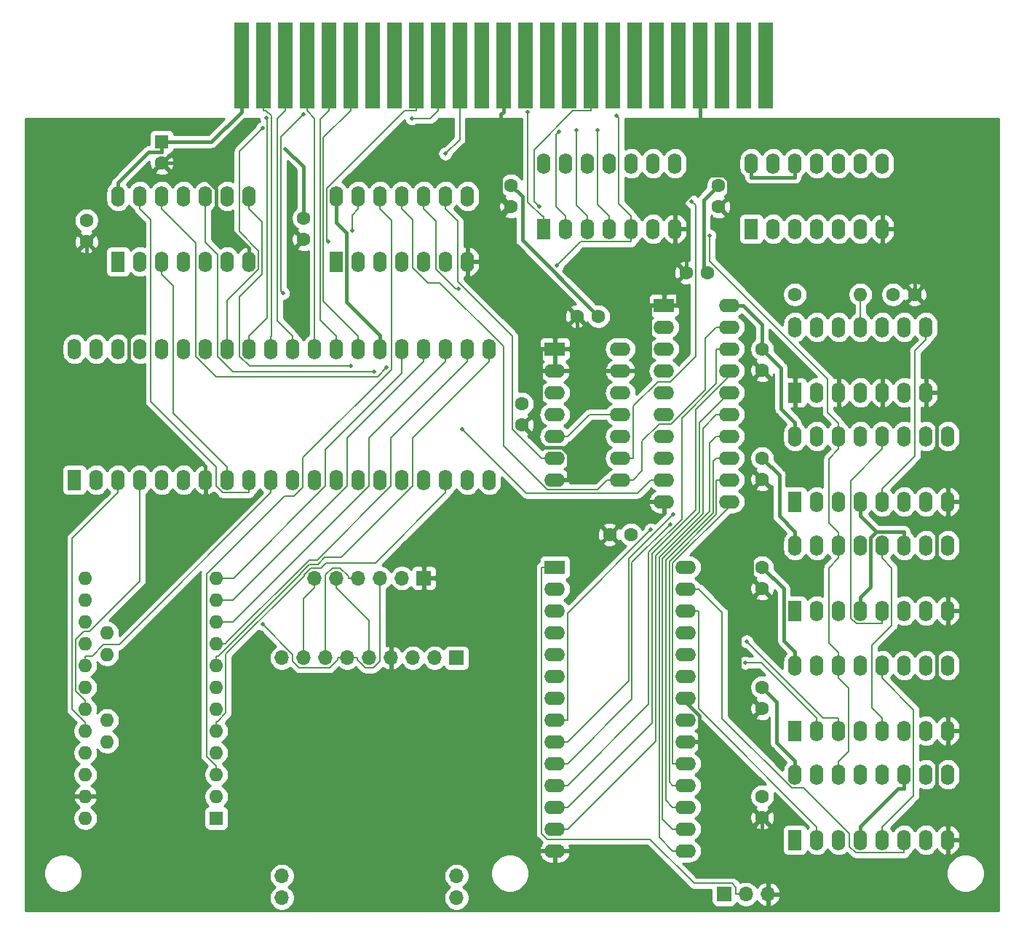
<source format=gbl>
G04 #@! TF.GenerationSoftware,KiCad,Pcbnew,(5.1.9)-1*
G04 #@! TF.CreationDate,2024-07-19T16:57:07+09:00*
G04 #@! TF.ProjectId,MZ-1500_SD,4d5a2d31-3530-4305-9f53-442e6b696361,rev?*
G04 #@! TF.SameCoordinates,PX4395450PY98005a8*
G04 #@! TF.FileFunction,Copper,L2,Bot*
G04 #@! TF.FilePolarity,Positive*
%FSLAX46Y46*%
G04 Gerber Fmt 4.6, Leading zero omitted, Abs format (unit mm)*
G04 Created by KiCad (PCBNEW (5.1.9)-1) date 2024-07-19 16:57:07*
%MOMM*%
%LPD*%
G01*
G04 APERTURE LIST*
G04 #@! TA.AperFunction,ComponentPad*
%ADD10C,1.600000*%
G04 #@! TD*
G04 #@! TA.AperFunction,ComponentPad*
%ADD11R,1.700000X1.700000*%
G04 #@! TD*
G04 #@! TA.AperFunction,ComponentPad*
%ADD12O,1.700000X1.700000*%
G04 #@! TD*
G04 #@! TA.AperFunction,ComponentPad*
%ADD13R,1.600000X2.400000*%
G04 #@! TD*
G04 #@! TA.AperFunction,ComponentPad*
%ADD14O,1.600000X2.400000*%
G04 #@! TD*
G04 #@! TA.AperFunction,ComponentPad*
%ADD15O,2.400000X1.600000*%
G04 #@! TD*
G04 #@! TA.AperFunction,ComponentPad*
%ADD16R,2.400000X1.600000*%
G04 #@! TD*
G04 #@! TA.AperFunction,ComponentPad*
%ADD17R,1.600000X1.600000*%
G04 #@! TD*
G04 #@! TA.AperFunction,ComponentPad*
%ADD18O,1.600000X1.600000*%
G04 #@! TD*
G04 #@! TA.AperFunction,ConnectorPad*
%ADD19R,1.780000X10.000000*%
G04 #@! TD*
G04 #@! TA.AperFunction,ViaPad*
%ADD20C,0.500000*%
G04 #@! TD*
G04 #@! TA.AperFunction,Conductor*
%ADD21C,0.400000*%
G04 #@! TD*
G04 #@! TA.AperFunction,Conductor*
%ADD22C,0.200000*%
G04 #@! TD*
G04 #@! TA.AperFunction,Conductor*
%ADD23C,0.254000*%
G04 #@! TD*
G04 #@! TA.AperFunction,Conductor*
%ADD24C,0.100000*%
G04 #@! TD*
G04 APERTURE END LIST*
D10*
X7747000Y78526000D03*
X7747000Y81026000D03*
X33020000Y81280000D03*
X33020000Y78780000D03*
X57150000Y82590000D03*
X57150000Y85090000D03*
X81280000Y85090000D03*
X81280000Y82590000D03*
X64810000Y69850000D03*
X67310000Y69850000D03*
X58420000Y59690000D03*
X58420000Y57190000D03*
X68620000Y44450000D03*
X71120000Y44450000D03*
X80010000Y74930000D03*
X77510000Y74930000D03*
D11*
X46990000Y39370000D03*
D12*
X44450000Y39370000D03*
X41910000Y39370000D03*
X39370000Y39370000D03*
X36830000Y39370000D03*
X34290000Y39370000D03*
D11*
X81940000Y2590000D03*
D12*
X84480000Y2590000D03*
X87020000Y2590000D03*
D13*
X11430000Y76200000D03*
D14*
X26670000Y83820000D03*
X13970000Y76200000D03*
X24130000Y83820000D03*
X16510000Y76200000D03*
X21590000Y83820000D03*
X19050000Y76200000D03*
X19050000Y83820000D03*
X21590000Y76200000D03*
X16510000Y83820000D03*
X24130000Y76200000D03*
X13970000Y83820000D03*
X26670000Y76200000D03*
X11430000Y83820000D03*
D13*
X36830000Y76200000D03*
D14*
X52070000Y83820000D03*
X39370000Y76200000D03*
X49530000Y83820000D03*
X41910000Y76200000D03*
X46990000Y83820000D03*
X44450000Y76200000D03*
X44450000Y83820000D03*
X46990000Y76200000D03*
X41910000Y83820000D03*
X49530000Y76200000D03*
X39370000Y83820000D03*
X52070000Y76200000D03*
X36830000Y83820000D03*
D13*
X60960000Y80010000D03*
D14*
X76200000Y87630000D03*
X63500000Y80010000D03*
X73660000Y87630000D03*
X66040000Y80010000D03*
X71120000Y87630000D03*
X68580000Y80010000D03*
X68580000Y87630000D03*
X71120000Y80010000D03*
X66040000Y87630000D03*
X73660000Y80010000D03*
X63500000Y87630000D03*
X76200000Y80010000D03*
X60960000Y87630000D03*
X85090000Y87630000D03*
X100330000Y80010000D03*
X87630000Y87630000D03*
X97790000Y80010000D03*
X90170000Y87630000D03*
X95250000Y80010000D03*
X92710000Y87630000D03*
X92710000Y80010000D03*
X95250000Y87630000D03*
X90170000Y80010000D03*
X97790000Y87630000D03*
X87630000Y80010000D03*
X100330000Y87630000D03*
D13*
X85090000Y80010000D03*
D15*
X69850000Y66040000D03*
X62230000Y50800000D03*
X69850000Y63500000D03*
X62230000Y53340000D03*
X69850000Y60960000D03*
X62230000Y55880000D03*
X69850000Y58420000D03*
X62230000Y58420000D03*
X69850000Y55880000D03*
X62230000Y60960000D03*
X69850000Y53340000D03*
X62230000Y63500000D03*
X69850000Y50800000D03*
D16*
X62230000Y66040000D03*
D13*
X6350000Y50800000D03*
D14*
X54610000Y66040000D03*
X8890000Y50800000D03*
X52070000Y66040000D03*
X11430000Y50800000D03*
X49530000Y66040000D03*
X13970000Y50800000D03*
X46990000Y66040000D03*
X16510000Y50800000D03*
X44450000Y66040000D03*
X19050000Y50800000D03*
X41910000Y66040000D03*
X21590000Y50800000D03*
X39370000Y66040000D03*
X24130000Y50800000D03*
X36830000Y66040000D03*
X26670000Y50800000D03*
X34290000Y66040000D03*
X29210000Y50800000D03*
X31750000Y66040000D03*
X31750000Y50800000D03*
X29210000Y66040000D03*
X34290000Y50800000D03*
X26670000Y66040000D03*
X36830000Y50800000D03*
X24130000Y66040000D03*
X39370000Y50800000D03*
X21590000Y66040000D03*
X41910000Y50800000D03*
X19050000Y66040000D03*
X44450000Y50800000D03*
X16510000Y66040000D03*
X46990000Y50800000D03*
X13970000Y66040000D03*
X49530000Y50800000D03*
X11430000Y66040000D03*
X52070000Y50800000D03*
X8890000Y66040000D03*
X54610000Y50800000D03*
X6350000Y66040000D03*
D16*
X62230000Y40640000D03*
D15*
X77470000Y7620000D03*
X62230000Y38100000D03*
X77470000Y10160000D03*
X62230000Y35560000D03*
X77470000Y12700000D03*
X62230000Y33020000D03*
X77470000Y15240000D03*
X62230000Y30480000D03*
X77470000Y17780000D03*
X62230000Y27940000D03*
X77470000Y20320000D03*
X62230000Y25400000D03*
X77470000Y22860000D03*
X62230000Y22860000D03*
X77470000Y25400000D03*
X62230000Y20320000D03*
X77470000Y27940000D03*
X62230000Y17780000D03*
X77470000Y30480000D03*
X62230000Y15240000D03*
X77470000Y33020000D03*
X62230000Y12700000D03*
X77470000Y35560000D03*
X62230000Y10160000D03*
X77470000Y38100000D03*
X62230000Y7620000D03*
X77470000Y40640000D03*
D16*
X74930000Y71120000D03*
D15*
X82550000Y48260000D03*
X74930000Y68580000D03*
X82550000Y50800000D03*
X74930000Y66040000D03*
X82550000Y53340000D03*
X74930000Y63500000D03*
X82550000Y55880000D03*
X74930000Y60960000D03*
X82550000Y58420000D03*
X74930000Y58420000D03*
X82550000Y60960000D03*
X74930000Y55880000D03*
X82550000Y63500000D03*
X74930000Y53340000D03*
X82550000Y66040000D03*
X74930000Y50800000D03*
X82550000Y68580000D03*
X74930000Y48260000D03*
X82550000Y71120000D03*
D11*
X50800000Y30099000D03*
D12*
X48260000Y30099000D03*
X45720000Y30099000D03*
X43180000Y30099000D03*
X40640000Y30099000D03*
X38100000Y30099000D03*
X35560000Y30099000D03*
X33020000Y30099000D03*
X30480000Y30099000D03*
X30480000Y2159000D03*
X30480000Y4699000D03*
X50800000Y2159000D03*
X50800000Y4699000D03*
D17*
X22860000Y11430000D03*
D18*
X22860000Y13970000D03*
X22860000Y16510000D03*
X7620000Y39370000D03*
X22860000Y19050000D03*
X7620000Y36830000D03*
X22860000Y21590000D03*
X7620000Y34290000D03*
X22860000Y24130000D03*
X7620000Y31750000D03*
X22860000Y26670000D03*
X7620000Y29210000D03*
X22860000Y29210000D03*
X7620000Y26670000D03*
X22860000Y31750000D03*
X7620000Y24130000D03*
X22860000Y34290000D03*
X7620000Y21590000D03*
X22860000Y36830000D03*
X7620000Y19050000D03*
X22860000Y39370000D03*
X7620000Y16510000D03*
X7620000Y13970000D03*
X7620000Y11430000D03*
X10160000Y20320000D03*
X10160000Y22860000D03*
X10160000Y30480000D03*
X10160000Y33020000D03*
D17*
X16510000Y90170000D03*
D10*
X16510000Y87670000D03*
D19*
X25764000Y99060000D03*
X28304000Y99060000D03*
X30844000Y99060000D03*
X33384000Y99060000D03*
X35924000Y99060000D03*
X38464000Y99060000D03*
X41004000Y99060000D03*
X43544000Y99060000D03*
X46084000Y99060000D03*
X48624000Y99060000D03*
X51164000Y99060000D03*
X53704000Y99060000D03*
X56244000Y99060000D03*
X58784000Y99060000D03*
X61324000Y99060000D03*
X63864000Y99060000D03*
X66404000Y99060000D03*
X68944000Y99060000D03*
X71484000Y99060000D03*
X74024000Y99060000D03*
X76564000Y99060000D03*
X79104000Y99060000D03*
X81644000Y99060000D03*
X84184000Y99060000D03*
X86724000Y99060000D03*
D10*
X86360000Y66040000D03*
X86360000Y63540000D03*
X104100000Y72390000D03*
X101600000Y72390000D03*
X90170000Y72390000D03*
D18*
X97790000Y72390000D03*
D13*
X90170000Y60960000D03*
D14*
X105410000Y68580000D03*
X92710000Y60960000D03*
X102870000Y68580000D03*
X95250000Y60960000D03*
X100330000Y68580000D03*
X97790000Y60960000D03*
X97790000Y68580000D03*
X100330000Y60960000D03*
X95250000Y68580000D03*
X102870000Y60960000D03*
X92710000Y68580000D03*
X105410000Y60960000D03*
X90170000Y68580000D03*
D13*
X90170000Y48260000D03*
D14*
X107950000Y55880000D03*
X92710000Y48260000D03*
X105410000Y55880000D03*
X95250000Y48260000D03*
X102870000Y55880000D03*
X97790000Y48260000D03*
X100330000Y55880000D03*
X100330000Y48260000D03*
X97790000Y55880000D03*
X102870000Y48260000D03*
X95250000Y55880000D03*
X105410000Y48260000D03*
X92710000Y55880000D03*
X107950000Y48260000D03*
X90170000Y55880000D03*
X90170000Y43180000D03*
X107950000Y35560000D03*
X92710000Y43180000D03*
X105410000Y35560000D03*
X95250000Y43180000D03*
X102870000Y35560000D03*
X97790000Y43180000D03*
X100330000Y35560000D03*
X100330000Y43180000D03*
X97790000Y35560000D03*
X102870000Y43180000D03*
X95250000Y35560000D03*
X105410000Y43180000D03*
X92710000Y35560000D03*
X107950000Y43180000D03*
D13*
X90170000Y35560000D03*
X90170000Y21590000D03*
D14*
X107950000Y29210000D03*
X92710000Y21590000D03*
X105410000Y29210000D03*
X95250000Y21590000D03*
X102870000Y29210000D03*
X97790000Y21590000D03*
X100330000Y29210000D03*
X100330000Y21590000D03*
X97790000Y29210000D03*
X102870000Y21590000D03*
X95250000Y29210000D03*
X105410000Y21590000D03*
X92710000Y29210000D03*
X107950000Y21590000D03*
X90170000Y29210000D03*
X90170000Y16510000D03*
X107950000Y8890000D03*
X92710000Y16510000D03*
X105410000Y8890000D03*
X95250000Y16510000D03*
X102870000Y8890000D03*
X97790000Y16510000D03*
X100330000Y8890000D03*
X100330000Y16510000D03*
X97790000Y8890000D03*
X102870000Y16510000D03*
X95250000Y8890000D03*
X105410000Y16510000D03*
X92710000Y8890000D03*
X107950000Y16510000D03*
D13*
X90170000Y8890000D03*
D10*
X86360000Y50840000D03*
X86360000Y53340000D03*
X86360000Y40640000D03*
X86360000Y38140000D03*
X86360000Y24170000D03*
X86360000Y26670000D03*
X86360000Y13970000D03*
X86360000Y11470000D03*
D20*
X30924500Y89339200D03*
X30599000Y72547900D03*
X32963100Y93338800D03*
X28223000Y91725900D03*
X28686300Y92924400D03*
X51487800Y56697800D03*
X78143100Y83236800D03*
X69389800Y93189800D03*
X62502600Y75761800D03*
X67192500Y91516600D03*
X64745500Y91516600D03*
X62742600Y91356000D03*
X59102200Y93599900D03*
X45594900Y92874500D03*
X35888500Y78583300D03*
X41203700Y63425100D03*
X38524400Y64035800D03*
X42671200Y63903400D03*
X60442400Y82589700D03*
X38641200Y79841800D03*
X80233000Y79203100D03*
X49500000Y88777200D03*
X28222600Y33999100D03*
X51026100Y73043600D03*
X75987100Y46759700D03*
X75656000Y45650400D03*
X73421100Y45014200D03*
X84370500Y29518800D03*
X84549000Y31986100D03*
D21*
X67310000Y69850000D02*
X58449600Y78710400D01*
X58449600Y78710400D02*
X58449600Y83790400D01*
X58449600Y83790400D02*
X57150000Y85090000D01*
X33020000Y81280000D02*
X33020000Y87243700D01*
X33020000Y87243700D02*
X30924500Y89339200D01*
X90170000Y55880000D02*
X90170000Y57480300D01*
X90170000Y57480300D02*
X88569700Y59080600D01*
X88569700Y59080600D02*
X88569700Y63830300D01*
X88569700Y63830300D02*
X86360000Y66040000D01*
X36830000Y82219700D02*
X36830000Y80733400D01*
X36830000Y80733400D02*
X38030400Y79533000D01*
X38030400Y79533000D02*
X38030400Y71519900D01*
X38030400Y71519900D02*
X41910000Y67640300D01*
X41910000Y66040000D02*
X41910000Y67640300D01*
X36830000Y83820000D02*
X36830000Y82219700D01*
X81280000Y85090000D02*
X79582700Y83392700D01*
X79582700Y83392700D02*
X79582700Y75357300D01*
X79582700Y75357300D02*
X80010000Y74930000D01*
X11430000Y83820000D02*
X11430000Y85420300D01*
X16510000Y90170000D02*
X16510000Y88969700D01*
X16510000Y88969700D02*
X14979400Y88969700D01*
X14979400Y88969700D02*
X11430000Y85420300D01*
X25764000Y93659700D02*
X22274300Y90170000D01*
X22274300Y90170000D02*
X16510000Y90170000D01*
X90170000Y87630000D02*
X90170000Y86029700D01*
X85090000Y87630000D02*
X85090000Y86029700D01*
X85090000Y86029700D02*
X90170000Y86029700D01*
X86360000Y66040000D02*
X86360000Y68910300D01*
X86360000Y68910300D02*
X84150300Y71120000D01*
X82550000Y71120000D02*
X84150300Y71120000D01*
X97790000Y48260000D02*
X97790000Y46659700D01*
X99669400Y44780300D02*
X98990400Y44101300D01*
X98990400Y44101300D02*
X98990400Y38360700D01*
X98990400Y38360700D02*
X97790000Y37160300D01*
X102870000Y44780300D02*
X99669400Y44780300D01*
X97790000Y46659700D02*
X99669400Y44780300D01*
X90170000Y16510000D02*
X90170000Y18110300D01*
X86360000Y26670000D02*
X88048900Y24981100D01*
X88048900Y24981100D02*
X88048900Y20231400D01*
X88048900Y20231400D02*
X90170000Y18110300D01*
X25764000Y99060000D02*
X25764000Y93659700D01*
X86360000Y53340000D02*
X88339600Y51360400D01*
X88339600Y51360400D02*
X88339600Y46610700D01*
X88339600Y46610700D02*
X90170000Y44780300D01*
X86360000Y40640000D02*
X88876000Y38124000D01*
X88876000Y38124000D02*
X88876000Y32104300D01*
X88876000Y32104300D02*
X90170000Y30810300D01*
X90170000Y29210000D02*
X90170000Y30810300D01*
X97790000Y35560000D02*
X97790000Y37160300D01*
X102870000Y43180000D02*
X102870000Y44780300D01*
X102870000Y16510000D02*
X102870000Y14909700D01*
X97790000Y8890000D02*
X97790000Y10490300D01*
X97790000Y10490300D02*
X102209400Y14909700D01*
X102209400Y14909700D02*
X102870000Y14909700D01*
X90170000Y43180000D02*
X90170000Y44780300D01*
X26670000Y76200000D02*
X26670000Y77800300D01*
X86360000Y11470000D02*
X86360000Y4500300D01*
X86360000Y4500300D02*
X87020000Y3840300D01*
X79070300Y20320000D02*
X79070300Y18759700D01*
X79070300Y18759700D02*
X86360000Y11470000D01*
X87020000Y2590000D02*
X87020000Y3840300D01*
X74930000Y71120000D02*
X76530300Y71120000D01*
X76530300Y71120000D02*
X76530300Y73950300D01*
X76530300Y73950300D02*
X77510000Y74930000D01*
X74745100Y71120000D02*
X74930000Y71120000D01*
X80278900Y86292200D02*
X76200000Y82213300D01*
X76200000Y82213300D02*
X76200000Y80010000D01*
X81280000Y82590000D02*
X82485900Y83795900D01*
X82485900Y83795900D02*
X82485900Y85636100D01*
X82485900Y85636100D02*
X81829800Y86292200D01*
X81829800Y86292200D02*
X80278900Y86292200D01*
X79104000Y99060000D02*
X79104000Y87467100D01*
X79104000Y87467100D02*
X80278900Y86292200D01*
X62230000Y50800000D02*
X63830300Y50800000D01*
X63830300Y50800000D02*
X63830300Y53854100D01*
X63830300Y53854100D02*
X63074400Y54610000D01*
X63074400Y54610000D02*
X61000000Y54610000D01*
X61000000Y54610000D02*
X58420000Y57190000D01*
X56823800Y82590000D02*
X52070000Y77836200D01*
X52070000Y77836200D02*
X52070000Y77800300D01*
X57150000Y82590000D02*
X56823800Y82590000D01*
X56823800Y82590000D02*
X55949600Y83464200D01*
X55949600Y83464200D02*
X55949600Y93365300D01*
X55949600Y93365300D02*
X56244000Y93659700D01*
X56244000Y99060000D02*
X56244000Y93659700D01*
X60629700Y66040000D02*
X60629600Y66040000D01*
X60629600Y66040000D02*
X60629600Y66040100D01*
X60629600Y66040100D02*
X52070000Y74599700D01*
X60779800Y66040000D02*
X60629700Y66040000D01*
X60629700Y66040000D02*
X60629700Y63500000D01*
X58420000Y57190000D02*
X60629700Y59399700D01*
X60629700Y59399700D02*
X60629700Y63500000D01*
X62230000Y63500000D02*
X60629700Y63500000D01*
X26670000Y77800300D02*
X22860000Y81610300D01*
X22860000Y81610300D02*
X22860000Y84650100D01*
X22860000Y84650100D02*
X19840100Y87670000D01*
X19840100Y87670000D02*
X16510000Y87670000D01*
X52070000Y76200000D02*
X52070000Y74599700D01*
X62230000Y66040000D02*
X60779800Y66040000D01*
X21590000Y50800000D02*
X21590000Y52400300D01*
X7747000Y78526000D02*
X7747000Y74492100D01*
X7747000Y74492100D02*
X12700000Y69539100D01*
X12700000Y69539100D02*
X12700000Y61290300D01*
X12700000Y61290300D02*
X21590000Y52400300D01*
X64810000Y66359800D02*
X64150100Y66359800D01*
X64150100Y66359800D02*
X63830300Y66040000D01*
X68249700Y63500000D02*
X65389900Y66359800D01*
X65389900Y66359800D02*
X64810000Y66359800D01*
X64810000Y66359800D02*
X64810000Y69850000D01*
X62230000Y66040000D02*
X63830300Y66040000D01*
X52070000Y76200000D02*
X52070000Y77800300D01*
X100330000Y80010000D02*
X100330000Y78409700D01*
X104100000Y72390000D02*
X104100000Y74639700D01*
X104100000Y74639700D02*
X100330000Y78409700D01*
X86360000Y38140000D02*
X83720200Y35500200D01*
X83720200Y35500200D02*
X83720200Y26809800D01*
X83720200Y26809800D02*
X86360000Y24170000D01*
X43180000Y30099000D02*
X43180000Y31349300D01*
X46990000Y39370000D02*
X46990000Y35159300D01*
X46990000Y35159300D02*
X43180000Y31349300D01*
X76200000Y79209900D02*
X76200000Y80010000D01*
X77470000Y25400000D02*
X77470000Y24957500D01*
X77470000Y24957500D02*
X79070300Y23357200D01*
X79070300Y23357200D02*
X79070300Y20320000D01*
X107950000Y21590000D02*
X107950000Y19989700D01*
X107950000Y8890000D02*
X107950000Y10490300D01*
X107950000Y10490300D02*
X106680100Y11760200D01*
X106680100Y11760200D02*
X106680100Y18719800D01*
X106680100Y18719800D02*
X107950000Y19989700D01*
X86360000Y50840000D02*
X85159600Y49639600D01*
X85159600Y49639600D02*
X85159600Y39340400D01*
X85159600Y39340400D02*
X86360000Y38140000D01*
X74745100Y71120000D02*
X73329700Y71120000D01*
X69850000Y63500000D02*
X71450300Y63500000D01*
X73329700Y71120000D02*
X73329700Y65379400D01*
X73329700Y65379400D02*
X71450300Y63500000D01*
X76200000Y79209900D02*
X76200000Y78409700D01*
X77470000Y20320000D02*
X79070300Y20320000D01*
X76200000Y78409700D02*
X77510000Y77099700D01*
X77510000Y77099700D02*
X77510000Y74930000D01*
X69850000Y63500000D02*
X68249700Y63500000D01*
X105410000Y60960000D02*
X105410000Y59359700D01*
X107950000Y48260000D02*
X107950000Y49860300D01*
X107950000Y49860300D02*
X106680000Y51130300D01*
X106680000Y51130300D02*
X106680000Y58089700D01*
X106680000Y58089700D02*
X105410000Y59359700D01*
X107950000Y47459900D02*
X107950000Y48260000D01*
X107950000Y47459900D02*
X107950000Y46659700D01*
X107950000Y35560000D02*
X107950000Y33959700D01*
X107950000Y21590000D02*
X107950000Y23190300D01*
X107950000Y23190300D02*
X106680100Y24460200D01*
X106680100Y24460200D02*
X106680100Y32689800D01*
X106680100Y32689800D02*
X107950000Y33959700D01*
X107950000Y35560000D02*
X107950000Y37160300D01*
X107950000Y37160300D02*
X106680100Y38430200D01*
X106680100Y38430200D02*
X106680100Y45389800D01*
X106680100Y45389800D02*
X107950000Y46659700D01*
D22*
X32963100Y93338800D02*
X30374200Y90749900D01*
X30374200Y90749900D02*
X30374200Y72772700D01*
X30374200Y72772700D02*
X30599000Y72547900D01*
X28223000Y91725900D02*
X25556600Y89059500D01*
X25556600Y89059500D02*
X25556600Y79713900D01*
X25556600Y79713900D02*
X27789100Y77481400D01*
X27789100Y77481400D02*
X27789100Y75362800D01*
X27789100Y75362800D02*
X24130000Y71703700D01*
X24130000Y71703700D02*
X24130000Y66040000D01*
X26670000Y67540300D02*
X28773300Y69643600D01*
X28773300Y69643600D02*
X28773300Y92837400D01*
X28773300Y92837400D02*
X28686300Y92924400D01*
X26670000Y66040000D02*
X26670000Y67540300D01*
X29210000Y67540300D02*
X29236600Y67566900D01*
X29236600Y67566900D02*
X29236600Y93152400D01*
X29236600Y93152400D02*
X28629300Y93759700D01*
X28629300Y93759700D02*
X28304000Y93759700D01*
X28304000Y99060000D02*
X28304000Y93759700D01*
X29210000Y66040000D02*
X29210000Y67540300D01*
X30844000Y93759700D02*
X29973900Y92889600D01*
X29973900Y92889600D02*
X29973900Y69316400D01*
X29973900Y69316400D02*
X31750000Y67540300D01*
X31750000Y66040000D02*
X31750000Y67540300D01*
X30844000Y99060000D02*
X30844000Y93759700D01*
X33384000Y93759700D02*
X34290000Y92853700D01*
X34290000Y92853700D02*
X34290000Y67540300D01*
X34290000Y66040000D02*
X34290000Y67540300D01*
X33384000Y99060000D02*
X33384000Y93759700D01*
X35924000Y93759700D02*
X34929100Y92764800D01*
X34929100Y92764800D02*
X34929100Y69441200D01*
X34929100Y69441200D02*
X36830000Y67540300D01*
X36830000Y66040000D02*
X36830000Y67540300D01*
X35924000Y99060000D02*
X35924000Y93759700D01*
X38464000Y93759700D02*
X35329400Y90625100D01*
X35329400Y90625100D02*
X35329400Y71580900D01*
X35329400Y71580900D02*
X39370000Y67540300D01*
X39370000Y66040000D02*
X39370000Y67540300D01*
X38464000Y99060000D02*
X38464000Y93759700D01*
X73429700Y50800000D02*
X71890800Y49261100D01*
X71890800Y49261100D02*
X58924500Y49261100D01*
X58924500Y49261100D02*
X51487800Y56697800D01*
X74930000Y50800000D02*
X73429700Y50800000D01*
X69850000Y53340000D02*
X71350300Y53340000D01*
X78143100Y83236800D02*
X78625600Y82754300D01*
X78625600Y82754300D02*
X78625600Y65169500D01*
X78625600Y65169500D02*
X75686100Y62230000D01*
X75686100Y62230000D02*
X74208700Y62230000D01*
X74208700Y62230000D02*
X71350300Y59371600D01*
X71350300Y59371600D02*
X71350300Y53340000D01*
X13970000Y83820000D02*
X13970000Y82319700D01*
X26670000Y50800000D02*
X26670000Y49299700D01*
X26670000Y49299700D02*
X23644100Y49299700D01*
X23644100Y49299700D02*
X22860000Y50083800D01*
X22860000Y50083800D02*
X22860000Y52300400D01*
X22860000Y52300400D02*
X15240000Y59920400D01*
X15240000Y59920400D02*
X15240000Y81049700D01*
X15240000Y81049700D02*
X13970000Y82319700D01*
X24130000Y52300300D02*
X17828400Y58601900D01*
X17828400Y58601900D02*
X17828400Y73381400D01*
X17828400Y73381400D02*
X17828300Y73381400D01*
X17828300Y73381400D02*
X16510000Y74699700D01*
X24130000Y50800000D02*
X24130000Y52300300D01*
X16510000Y76200000D02*
X16510000Y74699700D01*
X71120000Y80010000D02*
X71120000Y81510300D01*
X69389800Y93189800D02*
X69680300Y92899300D01*
X69680300Y92899300D02*
X69680300Y82950000D01*
X69680300Y82950000D02*
X71120000Y81510300D01*
X71120000Y80010000D02*
X71120000Y78509700D01*
X71120000Y78509700D02*
X65250500Y78509700D01*
X65250500Y78509700D02*
X62502600Y75761800D01*
X68580000Y80010000D02*
X68580000Y81510300D01*
X67192500Y91516600D02*
X67192500Y82897800D01*
X67192500Y82897800D02*
X68580000Y81510300D01*
X66040000Y80010000D02*
X66040000Y81510300D01*
X64745500Y91516600D02*
X64745500Y82804800D01*
X64745500Y82804800D02*
X66040000Y81510300D01*
X63500000Y80010000D02*
X63500000Y81510300D01*
X62742600Y91356000D02*
X62395300Y91008700D01*
X62395300Y91008700D02*
X62395300Y82615000D01*
X62395300Y82615000D02*
X63500000Y81510300D01*
X59102200Y93599900D02*
X59102200Y83151700D01*
X59102200Y83151700D02*
X60743600Y81510300D01*
X60743600Y81510300D02*
X60960000Y81510300D01*
X60960000Y80010000D02*
X60960000Y81510300D01*
X48624000Y99060000D02*
X48624000Y93759700D01*
X48624000Y93759700D02*
X47738800Y92874500D01*
X47738800Y92874500D02*
X45594900Y92874500D01*
X46084000Y93759700D02*
X44755400Y93759700D01*
X44755400Y93759700D02*
X35729700Y84734000D01*
X35729700Y84734000D02*
X35729700Y78742100D01*
X35729700Y78742100D02*
X35888500Y78583300D01*
X46084000Y99060000D02*
X46084000Y93759700D01*
X41203700Y63425100D02*
X24755700Y63425100D01*
X24755700Y63425100D02*
X23001700Y65179100D01*
X23001700Y65179100D02*
X23001700Y77058300D01*
X23001700Y77058300D02*
X21590000Y78470000D01*
X21590000Y78470000D02*
X21590000Y83820000D01*
X84480000Y2590000D02*
X83329700Y2590000D01*
X62230000Y40640000D02*
X60729700Y40640000D01*
X60729700Y40640000D02*
X60729700Y9634200D01*
X60729700Y9634200D02*
X61387500Y8976400D01*
X61387500Y8976400D02*
X73304900Y8976400D01*
X73304900Y8976400D02*
X78433400Y3847900D01*
X78433400Y3847900D02*
X82885300Y3847900D01*
X82885300Y3847900D02*
X83329700Y3403500D01*
X83329700Y3403500D02*
X83329700Y2590000D01*
X38524400Y64035800D02*
X26708300Y64035800D01*
X26708300Y64035800D02*
X25569500Y65174600D01*
X25569500Y65174600D02*
X25569500Y72103900D01*
X25569500Y72103900D02*
X28189500Y74723900D01*
X28189500Y74723900D02*
X28189500Y80800200D01*
X28189500Y80800200D02*
X26670000Y82319700D01*
X62230000Y55880000D02*
X63730300Y55880000D01*
X69850000Y58420000D02*
X66270300Y58420000D01*
X66270300Y58420000D02*
X63730300Y55880000D01*
X26670000Y83820000D02*
X26670000Y82319700D01*
X16510000Y83820000D02*
X16510000Y82319700D01*
X42671200Y63903400D02*
X41602800Y62835000D01*
X41602800Y62835000D02*
X22826300Y62835000D01*
X22826300Y62835000D02*
X20489600Y65171700D01*
X20489600Y65171700D02*
X20489600Y78340100D01*
X20489600Y78340100D02*
X16510000Y82319700D01*
X62230000Y53340000D02*
X60664700Y53340000D01*
X60664700Y53340000D02*
X57319600Y56685100D01*
X57319600Y56685100D02*
X57319600Y67528400D01*
X57319600Y67528400D02*
X50969600Y73878400D01*
X50969600Y73878400D02*
X50969600Y80880100D01*
X50969600Y80880100D02*
X49530000Y82319700D01*
X49530000Y83820000D02*
X49530000Y82319700D01*
X66404000Y93759700D02*
X64368100Y93759700D01*
X64368100Y93759700D02*
X59845200Y89236800D01*
X59845200Y89236800D02*
X59845200Y83186900D01*
X59845200Y83186900D02*
X60442400Y82589700D01*
X66404000Y99060000D02*
X66404000Y93759700D01*
X39370000Y83820000D02*
X39370000Y82319700D01*
X39370000Y82319700D02*
X38641200Y81590900D01*
X38641200Y81590900D02*
X38641200Y79841800D01*
X95250000Y55880000D02*
X95250000Y54379700D01*
X95250000Y43180000D02*
X95250000Y44680300D01*
X95250000Y44680300D02*
X94138800Y45791500D01*
X94138800Y45791500D02*
X94138800Y53268500D01*
X94138800Y53268500D02*
X95250000Y54379700D01*
X95250000Y42429900D02*
X95250000Y43180000D01*
X95250000Y42429900D02*
X95250000Y41679700D01*
X95250000Y55880000D02*
X95250000Y57380300D01*
X95250000Y57380300D02*
X93980000Y58650300D01*
X93980000Y58650300D02*
X93980000Y62516300D01*
X93980000Y62516300D02*
X80233000Y76263300D01*
X80233000Y76263300D02*
X80233000Y79203100D01*
X95250000Y29210000D02*
X95250000Y27709700D01*
X95250000Y16510000D02*
X95250000Y18010300D01*
X95250000Y18010300D02*
X96409400Y19169700D01*
X96409400Y19169700D02*
X96409400Y26550300D01*
X96409400Y26550300D02*
X95250000Y27709700D01*
X95250000Y29210000D02*
X95250000Y30710300D01*
X95250000Y30710300D02*
X94138800Y31821500D01*
X94138800Y31821500D02*
X94138800Y40568500D01*
X94138800Y40568500D02*
X95250000Y41679700D01*
X100330000Y21590000D02*
X100330000Y23090300D01*
X100330000Y43180000D02*
X100330000Y41679700D01*
X100330000Y41679700D02*
X101438200Y40571500D01*
X101438200Y40571500D02*
X101438200Y33859700D01*
X101438200Y33859700D02*
X99160400Y31581900D01*
X99160400Y31581900D02*
X99160400Y24259900D01*
X99160400Y24259900D02*
X100330000Y23090300D01*
X51164000Y99060000D02*
X51164000Y90441200D01*
X51164000Y90441200D02*
X49500000Y88777200D01*
X36830000Y39370000D02*
X36830000Y38219700D01*
X40640000Y30099000D02*
X40640000Y34409700D01*
X40640000Y34409700D02*
X36830000Y38219700D01*
X36949700Y30099000D02*
X36949700Y29860700D01*
X36949700Y29860700D02*
X36037400Y28948400D01*
X36037400Y28948400D02*
X32503600Y28948400D01*
X32503600Y28948400D02*
X31750000Y29702000D01*
X31750000Y29702000D02*
X31750000Y30471700D01*
X31750000Y30471700D02*
X28222600Y33999100D01*
X38100000Y30099000D02*
X36949700Y30099000D01*
X38100000Y30099000D02*
X39250300Y30099000D01*
X41910000Y39370000D02*
X41910000Y29706200D01*
X41910000Y29706200D02*
X41147600Y28943800D01*
X41147600Y28943800D02*
X40167100Y28943800D01*
X40167100Y28943800D02*
X39250300Y29860600D01*
X39250300Y29860600D02*
X39250300Y30099000D01*
X39370000Y39370000D02*
X38219700Y39370000D01*
X35560000Y30099000D02*
X35560000Y39738100D01*
X35560000Y39738100D02*
X36392000Y40570100D01*
X36392000Y40570100D02*
X37257900Y40570100D01*
X37257900Y40570100D02*
X38219700Y39608300D01*
X38219700Y39608300D02*
X38219700Y39370000D01*
X34290000Y38219700D02*
X33020000Y36949700D01*
X33020000Y36949700D02*
X33020000Y31249300D01*
X33020000Y30099000D02*
X33020000Y31249300D01*
X34290000Y39370000D02*
X34290000Y38219700D01*
X46990000Y83820000D02*
X46990000Y82319700D01*
X51026100Y73043600D02*
X50730100Y73043600D01*
X50730100Y73043600D02*
X48429600Y75344100D01*
X48429600Y75344100D02*
X48429600Y80880100D01*
X48429600Y80880100D02*
X46990000Y82319700D01*
X7620000Y29210000D02*
X7620000Y30310300D01*
X29210000Y50800000D02*
X29210000Y49299700D01*
X29210000Y49299700D02*
X11543600Y31633300D01*
X11543600Y31633300D02*
X9745000Y31633300D01*
X9745000Y31633300D02*
X8422000Y30310300D01*
X8422000Y30310300D02*
X7620000Y30310300D01*
X49530000Y50800000D02*
X49530000Y49299700D01*
X22860000Y21590000D02*
X22860000Y22690300D01*
X22860000Y22690300D02*
X22997700Y22690300D01*
X22997700Y22690300D02*
X23960300Y23652900D01*
X23960300Y23652900D02*
X23960300Y30521900D01*
X23960300Y30521900D02*
X33080000Y39641600D01*
X33080000Y39641600D02*
X33080000Y39797000D01*
X33080000Y39797000D02*
X33844800Y40561800D01*
X33844800Y40561800D02*
X35009500Y40561800D01*
X35009500Y40561800D02*
X35610200Y41162500D01*
X35610200Y41162500D02*
X41392800Y41162500D01*
X41392800Y41162500D02*
X49530000Y49299700D01*
X44450000Y82319700D02*
X45720000Y81049700D01*
X45720000Y81049700D02*
X45720000Y75512400D01*
X45720000Y75512400D02*
X47478700Y73753700D01*
X47478700Y73753700D02*
X48876200Y73753700D01*
X48876200Y73753700D02*
X56285400Y66344500D01*
X56285400Y66344500D02*
X56285400Y54742000D01*
X56285400Y54742000D02*
X61330800Y49696600D01*
X61330800Y49696600D02*
X67246300Y49696600D01*
X67246300Y49696600D02*
X68349700Y50800000D01*
X69850000Y50800000D02*
X71350300Y50800000D01*
X82550000Y68580000D02*
X81049700Y68580000D01*
X81049700Y68580000D02*
X79765600Y67295900D01*
X79765600Y67295900D02*
X79765600Y61299300D01*
X79765600Y61299300D02*
X75758000Y57291700D01*
X75758000Y57291700D02*
X74368000Y57291700D01*
X74368000Y57291700D02*
X72390000Y55313700D01*
X72390000Y55313700D02*
X72390000Y51839700D01*
X72390000Y51839700D02*
X71350300Y50800000D01*
X44450000Y83820000D02*
X44450000Y82319700D01*
X69850000Y50800000D02*
X68349700Y50800000D01*
X22860000Y17610300D02*
X22722500Y17610300D01*
X22722500Y17610300D02*
X21734900Y18597900D01*
X21734900Y18597900D02*
X21734900Y39857300D01*
X21734900Y39857300D02*
X30786600Y48909000D01*
X30786600Y48909000D02*
X31903400Y48909000D01*
X31903400Y48909000D02*
X32932900Y49938500D01*
X32932900Y49938500D02*
X32932900Y53386800D01*
X32932900Y53386800D02*
X43221500Y63675400D01*
X43221500Y63675400D02*
X43221500Y81008200D01*
X43221500Y81008200D02*
X41910000Y82319700D01*
X41910000Y83820000D02*
X41910000Y82319700D01*
X22860000Y16510000D02*
X22860000Y17610300D01*
X105410000Y68580000D02*
X105410000Y67079700D01*
X100330000Y48260000D02*
X100330000Y49760300D01*
X100330000Y49760300D02*
X104140000Y53570300D01*
X104140000Y53570300D02*
X104140000Y65809700D01*
X104140000Y65809700D02*
X105410000Y67079700D01*
X54610000Y64539700D02*
X45720000Y55649700D01*
X45720000Y55649700D02*
X45720000Y50102400D01*
X45720000Y50102400D02*
X37380500Y41762900D01*
X37380500Y41762900D02*
X35444600Y41762900D01*
X35444600Y41762900D02*
X34668200Y40986500D01*
X34668200Y40986500D02*
X33703200Y40986500D01*
X33703200Y40986500D02*
X32679600Y39962900D01*
X32679600Y39962900D02*
X32679600Y39892100D01*
X32679600Y39892100D02*
X23097800Y30310300D01*
X23097800Y30310300D02*
X22860000Y30310300D01*
X54610000Y66040000D02*
X54610000Y64539700D01*
X22860000Y29210000D02*
X22860000Y30310300D01*
X52070000Y64539700D02*
X43180000Y55649700D01*
X43180000Y55649700D02*
X43180000Y50109500D01*
X43180000Y50109500D02*
X34574500Y41504000D01*
X34574500Y41504000D02*
X33654600Y41504000D01*
X33654600Y41504000D02*
X23960300Y31809700D01*
X23960300Y31809700D02*
X23960300Y31750000D01*
X22860000Y31750000D02*
X23960300Y31750000D01*
X52070000Y66040000D02*
X52070000Y64539700D01*
X11430000Y50800000D02*
X11430000Y49299700D01*
X7620000Y21590000D02*
X7620000Y22690300D01*
X7620000Y22690300D02*
X7482500Y22690300D01*
X7482500Y22690300D02*
X6103200Y24069600D01*
X6103200Y24069600D02*
X6103200Y43972900D01*
X6103200Y43972900D02*
X11430000Y49299700D01*
X49530000Y66040000D02*
X49530000Y64539700D01*
X22860000Y34290000D02*
X24820500Y34290000D01*
X24820500Y34290000D02*
X40640000Y50109500D01*
X40640000Y50109500D02*
X40640000Y55649700D01*
X40640000Y55649700D02*
X49530000Y64539700D01*
X7620000Y24130000D02*
X7620000Y25230300D01*
X7620000Y25230300D02*
X7482500Y25230300D01*
X7482500Y25230300D02*
X6518100Y26194700D01*
X6518100Y26194700D02*
X6518100Y32225000D01*
X6518100Y32225000D02*
X7429800Y33136700D01*
X7429800Y33136700D02*
X8088900Y33136700D01*
X8088900Y33136700D02*
X13970000Y39017800D01*
X13970000Y39017800D02*
X13970000Y50800000D01*
X46990000Y66040000D02*
X46990000Y64539700D01*
X22860000Y36830000D02*
X24820500Y36830000D01*
X24820500Y36830000D02*
X38100000Y50109500D01*
X38100000Y50109500D02*
X38100000Y55649700D01*
X38100000Y55649700D02*
X46990000Y64539700D01*
X22860000Y39370000D02*
X24851500Y39370000D01*
X24851500Y39370000D02*
X35560000Y50078500D01*
X35560000Y50078500D02*
X35560000Y54361200D01*
X35560000Y54361200D02*
X44450000Y63251200D01*
X44450000Y63251200D02*
X44450000Y64539700D01*
X44450000Y66040000D02*
X44450000Y64539700D01*
X75987100Y46759700D02*
X70820300Y41592900D01*
X70820300Y41592900D02*
X70820300Y27410000D01*
X70820300Y27410000D02*
X63730300Y20320000D01*
X62230000Y20320000D02*
X63730300Y20320000D01*
X75656000Y45650400D02*
X71220800Y41215200D01*
X71220800Y41215200D02*
X71220800Y25270500D01*
X71220800Y25270500D02*
X63730300Y17780000D01*
X62230000Y17780000D02*
X63730300Y17780000D01*
X100330000Y55880000D02*
X100330000Y54379700D01*
X100330000Y35560000D02*
X100330000Y34059700D01*
X100330000Y34059700D02*
X97312500Y34059700D01*
X97312500Y34059700D02*
X96678300Y34693900D01*
X96678300Y34693900D02*
X96678300Y50728000D01*
X96678300Y50728000D02*
X100330000Y54379700D01*
X63730300Y22860000D02*
X63730300Y35323400D01*
X63730300Y35323400D02*
X73421100Y45014200D01*
X62230000Y22860000D02*
X63730300Y22860000D01*
X92710000Y21590000D02*
X92710000Y23090300D01*
X92710000Y23090300D02*
X86281500Y29518800D01*
X86281500Y29518800D02*
X84370500Y29518800D01*
X95250000Y21590000D02*
X95250000Y23090300D01*
X95250000Y23090300D02*
X93444800Y23090300D01*
X93444800Y23090300D02*
X84549000Y31986100D01*
X100330000Y29210000D02*
X100330000Y27709700D01*
X100330000Y8890000D02*
X100330000Y10390300D01*
X100330000Y10390300D02*
X103978200Y14038500D01*
X103978200Y14038500D02*
X103978200Y24061500D01*
X103978200Y24061500D02*
X100330000Y27709700D01*
X77470000Y38100000D02*
X78970300Y38100000D01*
X102870000Y8890000D02*
X102870000Y7389700D01*
X102870000Y7389700D02*
X97264200Y7389700D01*
X97264200Y7389700D02*
X96520000Y8133900D01*
X96520000Y8133900D02*
X96520000Y9591100D01*
X96520000Y9591100D02*
X91185800Y14925300D01*
X91185800Y14925300D02*
X89797200Y14925300D01*
X89797200Y14925300D02*
X81723200Y22999300D01*
X81723200Y22999300D02*
X81723200Y35347100D01*
X81723200Y35347100D02*
X78970300Y38100000D01*
X92710000Y10390300D02*
X92710000Y10425000D01*
X92710000Y10425000D02*
X78970300Y24164700D01*
X78970300Y24164700D02*
X78970300Y35560000D01*
X77470000Y35560000D02*
X78970300Y35560000D01*
X92710000Y8890000D02*
X92710000Y10390300D01*
X81049700Y58420000D02*
X79448500Y56818800D01*
X79448500Y56818800D02*
X79448500Y46900400D01*
X79448500Y46900400D02*
X74368500Y41820400D01*
X74368500Y41820400D02*
X74368500Y9221200D01*
X74368500Y9221200D02*
X75969700Y7620000D01*
X82550000Y58420000D02*
X81049700Y58420000D01*
X77470000Y7620000D02*
X75969700Y7620000D01*
X81049700Y55880000D02*
X80249100Y55079400D01*
X80249100Y55079400D02*
X80249100Y47134900D01*
X80249100Y47134900D02*
X74768800Y41654600D01*
X74768800Y41654600D02*
X74768800Y11360900D01*
X74768800Y11360900D02*
X75969700Y10160000D01*
X82550000Y55880000D02*
X81049700Y55880000D01*
X77470000Y10160000D02*
X75969700Y10160000D01*
X81049700Y53340000D02*
X80649400Y52939700D01*
X80649400Y52939700D02*
X80649400Y46969100D01*
X80649400Y46969100D02*
X75169100Y41488800D01*
X75169100Y41488800D02*
X75169100Y13500600D01*
X75169100Y13500600D02*
X75969700Y12700000D01*
X82550000Y53340000D02*
X81049700Y53340000D01*
X77470000Y12700000D02*
X75969700Y12700000D01*
X81049700Y50800000D02*
X81049700Y46803300D01*
X81049700Y46803300D02*
X75569400Y41323000D01*
X75569400Y41323000D02*
X75569400Y15640300D01*
X75569400Y15640300D02*
X75969700Y15240000D01*
X82550000Y50800000D02*
X81049700Y50800000D01*
X77470000Y15240000D02*
X75969700Y15240000D01*
X77470000Y17780000D02*
X75969700Y17780000D01*
X82550000Y48260000D02*
X82550000Y47676100D01*
X82550000Y47676100D02*
X75969700Y41095800D01*
X75969700Y41095800D02*
X75969700Y17780000D01*
X81049700Y66040000D02*
X81049700Y62003400D01*
X81049700Y62003400D02*
X76987400Y57941100D01*
X76987400Y57941100D02*
X76987400Y46203400D01*
X76987400Y46203400D02*
X73167500Y42383500D01*
X73167500Y42383500D02*
X73167500Y24677200D01*
X73167500Y24677200D02*
X63730300Y15240000D01*
X62230000Y15240000D02*
X63730300Y15240000D01*
X82550000Y66040000D02*
X81049700Y66040000D01*
X82550000Y63500000D02*
X82550000Y62916100D01*
X82550000Y62916100D02*
X78647900Y59014000D01*
X78647900Y59014000D02*
X78647900Y47297800D01*
X78647900Y47297800D02*
X73567800Y42217700D01*
X73567800Y42217700D02*
X73567800Y22537500D01*
X73567800Y22537500D02*
X63730300Y12700000D01*
X62230000Y12700000D02*
X63730300Y12700000D01*
X82550000Y60960000D02*
X79048200Y57458200D01*
X79048200Y57458200D02*
X79048200Y47066200D01*
X79048200Y47066200D02*
X73968200Y41986200D01*
X73968200Y41986200D02*
X73968200Y20397900D01*
X73968200Y20397900D02*
X63730300Y10160000D01*
X62230000Y10160000D02*
X63730300Y10160000D01*
X97790000Y72390000D02*
X97790000Y68580000D01*
D23*
X21928433Y91005000D02*
X17944625Y91005000D01*
X17935812Y91094482D01*
X17899502Y91214180D01*
X17840537Y91324494D01*
X17761185Y91421185D01*
X17664494Y91500537D01*
X17554180Y91559502D01*
X17434482Y91595812D01*
X17310000Y91608072D01*
X15710000Y91608072D01*
X15585518Y91595812D01*
X15465820Y91559502D01*
X15355506Y91500537D01*
X15258815Y91421185D01*
X15179463Y91324494D01*
X15120498Y91214180D01*
X15084188Y91094482D01*
X15071928Y90970000D01*
X15071928Y89804700D01*
X15020418Y89804700D01*
X14979400Y89808740D01*
X14938382Y89804700D01*
X14938381Y89804700D01*
X14815711Y89792618D01*
X14658313Y89744872D01*
X14513254Y89667336D01*
X14427970Y89597345D01*
X14386109Y89562991D01*
X14359963Y89531132D01*
X10868574Y86039741D01*
X10836710Y86013591D01*
X10810562Y85981729D01*
X10732364Y85886445D01*
X10654828Y85741386D01*
X10607082Y85583988D01*
X10590960Y85420300D01*
X10593922Y85390227D01*
X10410392Y85239607D01*
X10231068Y85021100D01*
X10097818Y84771807D01*
X10015764Y84501308D01*
X9995000Y84290491D01*
X9995000Y83349508D01*
X10015764Y83138691D01*
X10097818Y82868192D01*
X10231068Y82618899D01*
X10410393Y82400392D01*
X10628900Y82221068D01*
X10878193Y82087818D01*
X11148692Y82005764D01*
X11430000Y81978057D01*
X11711309Y82005764D01*
X11981808Y82087818D01*
X12231101Y82221068D01*
X12449608Y82400392D01*
X12628932Y82618899D01*
X12700000Y82751858D01*
X12771068Y82618899D01*
X12950393Y82400392D01*
X13168900Y82221068D01*
X13245174Y82180299D01*
X13245635Y82175615D01*
X13264588Y82113138D01*
X13287664Y82037067D01*
X13355914Y81909380D01*
X13447763Y81797462D01*
X13475808Y81774446D01*
X14505001Y80745252D01*
X14505001Y77937280D01*
X14251308Y78014236D01*
X13970000Y78041943D01*
X13688691Y78014236D01*
X13418192Y77932182D01*
X13168899Y77798932D01*
X12950392Y77619607D01*
X12857581Y77506517D01*
X12855812Y77524482D01*
X12819502Y77644180D01*
X12760537Y77754494D01*
X12681185Y77851185D01*
X12584494Y77930537D01*
X12474180Y77989502D01*
X12354482Y78025812D01*
X12230000Y78038072D01*
X10630000Y78038072D01*
X10505518Y78025812D01*
X10385820Y77989502D01*
X10275506Y77930537D01*
X10178815Y77851185D01*
X10099463Y77754494D01*
X10040498Y77644180D01*
X10004188Y77524482D01*
X9991928Y77400000D01*
X9991928Y75000000D01*
X10004188Y74875518D01*
X10040498Y74755820D01*
X10099463Y74645506D01*
X10178815Y74548815D01*
X10275506Y74469463D01*
X10385820Y74410498D01*
X10505518Y74374188D01*
X10630000Y74361928D01*
X12230000Y74361928D01*
X12354482Y74374188D01*
X12474180Y74410498D01*
X12584494Y74469463D01*
X12681185Y74548815D01*
X12760537Y74645506D01*
X12819502Y74755820D01*
X12855812Y74875518D01*
X12857581Y74893483D01*
X12950393Y74780392D01*
X13168900Y74601068D01*
X13418193Y74467818D01*
X13688692Y74385764D01*
X13970000Y74358057D01*
X14251309Y74385764D01*
X14505001Y74462720D01*
X14505000Y67777280D01*
X14251308Y67854236D01*
X13970000Y67881943D01*
X13688691Y67854236D01*
X13418192Y67772182D01*
X13168899Y67638932D01*
X12950392Y67459607D01*
X12771068Y67241100D01*
X12700000Y67108142D01*
X12628932Y67241101D01*
X12449607Y67459608D01*
X12231100Y67638932D01*
X11981807Y67772182D01*
X11711308Y67854236D01*
X11430000Y67881943D01*
X11148691Y67854236D01*
X10878192Y67772182D01*
X10628899Y67638932D01*
X10410392Y67459607D01*
X10231068Y67241100D01*
X10160000Y67108142D01*
X10088932Y67241101D01*
X9909607Y67459608D01*
X9691100Y67638932D01*
X9441807Y67772182D01*
X9171308Y67854236D01*
X8890000Y67881943D01*
X8608691Y67854236D01*
X8338192Y67772182D01*
X8088899Y67638932D01*
X7870392Y67459607D01*
X7691068Y67241100D01*
X7620000Y67108142D01*
X7548932Y67241101D01*
X7369607Y67459608D01*
X7151100Y67638932D01*
X6901807Y67772182D01*
X6631308Y67854236D01*
X6350000Y67881943D01*
X6068691Y67854236D01*
X5798192Y67772182D01*
X5548899Y67638932D01*
X5330392Y67459607D01*
X5151068Y67241100D01*
X5017818Y66991807D01*
X4935764Y66721308D01*
X4915000Y66510491D01*
X4915000Y65569508D01*
X4935764Y65358691D01*
X5017818Y65088192D01*
X5151068Y64838899D01*
X5330393Y64620392D01*
X5548900Y64441068D01*
X5798193Y64307818D01*
X6068692Y64225764D01*
X6350000Y64198057D01*
X6631309Y64225764D01*
X6901808Y64307818D01*
X7151101Y64441068D01*
X7369608Y64620392D01*
X7548932Y64838899D01*
X7620000Y64971858D01*
X7691068Y64838899D01*
X7870393Y64620392D01*
X8088900Y64441068D01*
X8338193Y64307818D01*
X8608692Y64225764D01*
X8890000Y64198057D01*
X9171309Y64225764D01*
X9441808Y64307818D01*
X9691101Y64441068D01*
X9909608Y64620392D01*
X10088932Y64838899D01*
X10160000Y64971858D01*
X10231068Y64838899D01*
X10410393Y64620392D01*
X10628900Y64441068D01*
X10878193Y64307818D01*
X11148692Y64225764D01*
X11430000Y64198057D01*
X11711309Y64225764D01*
X11981808Y64307818D01*
X12231101Y64441068D01*
X12449608Y64620392D01*
X12628932Y64838899D01*
X12700000Y64971858D01*
X12771068Y64838899D01*
X12950393Y64620392D01*
X13168900Y64441068D01*
X13418193Y64307818D01*
X13688692Y64225764D01*
X13970000Y64198057D01*
X14251309Y64225764D01*
X14505000Y64302719D01*
X14505000Y59956505D01*
X14501444Y59920400D01*
X14515635Y59776315D01*
X14522956Y59752182D01*
X14557663Y59637768D01*
X14625913Y59510081D01*
X14717762Y59398163D01*
X14745808Y59375146D01*
X21485953Y52635000D01*
X21462998Y52635000D01*
X21462998Y52469916D01*
X21240961Y52591904D01*
X21158182Y52574367D01*
X20898354Y52463715D01*
X20665105Y52304500D01*
X20467399Y52102839D01*
X20317265Y51873259D01*
X20248932Y52001101D01*
X20069607Y52219608D01*
X19851100Y52398932D01*
X19601807Y52532182D01*
X19331308Y52614236D01*
X19050000Y52641943D01*
X18768691Y52614236D01*
X18498192Y52532182D01*
X18248899Y52398932D01*
X18030392Y52219607D01*
X17851068Y52001100D01*
X17780000Y51868142D01*
X17708932Y52001101D01*
X17529607Y52219608D01*
X17311100Y52398932D01*
X17061807Y52532182D01*
X16791308Y52614236D01*
X16510000Y52641943D01*
X16228691Y52614236D01*
X15958192Y52532182D01*
X15708899Y52398932D01*
X15490392Y52219607D01*
X15311068Y52001100D01*
X15240000Y51868142D01*
X15168932Y52001101D01*
X14989607Y52219608D01*
X14771100Y52398932D01*
X14521807Y52532182D01*
X14251308Y52614236D01*
X13970000Y52641943D01*
X13688691Y52614236D01*
X13418192Y52532182D01*
X13168899Y52398932D01*
X12950392Y52219607D01*
X12771068Y52001100D01*
X12700000Y51868142D01*
X12628932Y52001101D01*
X12449607Y52219608D01*
X12231100Y52398932D01*
X11981807Y52532182D01*
X11711308Y52614236D01*
X11430000Y52641943D01*
X11148691Y52614236D01*
X10878192Y52532182D01*
X10628899Y52398932D01*
X10410392Y52219607D01*
X10231068Y52001100D01*
X10160000Y51868142D01*
X10088932Y52001101D01*
X9909607Y52219608D01*
X9691100Y52398932D01*
X9441807Y52532182D01*
X9171308Y52614236D01*
X8890000Y52641943D01*
X8608691Y52614236D01*
X8338192Y52532182D01*
X8088899Y52398932D01*
X7870392Y52219607D01*
X7777581Y52106517D01*
X7775812Y52124482D01*
X7739502Y52244180D01*
X7680537Y52354494D01*
X7601185Y52451185D01*
X7504494Y52530537D01*
X7394180Y52589502D01*
X7274482Y52625812D01*
X7150000Y52638072D01*
X5550000Y52638072D01*
X5425518Y52625812D01*
X5305820Y52589502D01*
X5195506Y52530537D01*
X5098815Y52451185D01*
X5019463Y52354494D01*
X4960498Y52244180D01*
X4924188Y52124482D01*
X4911928Y52000000D01*
X4911928Y49600000D01*
X4924188Y49475518D01*
X4960498Y49355820D01*
X5019463Y49245506D01*
X5098815Y49148815D01*
X5195506Y49069463D01*
X5305820Y49010498D01*
X5425518Y48974188D01*
X5550000Y48961928D01*
X7150000Y48961928D01*
X7274482Y48974188D01*
X7394180Y49010498D01*
X7504494Y49069463D01*
X7601185Y49148815D01*
X7680537Y49245506D01*
X7739502Y49355820D01*
X7775812Y49475518D01*
X7777581Y49493483D01*
X7870393Y49380392D01*
X8088900Y49201068D01*
X8338193Y49067818D01*
X8608692Y48985764D01*
X8890000Y48958057D01*
X9171309Y48985764D01*
X9441808Y49067818D01*
X9691101Y49201068D01*
X9909608Y49380392D01*
X10088932Y49598899D01*
X10160000Y49731858D01*
X10231068Y49598899D01*
X10410393Y49380392D01*
X10443816Y49352963D01*
X5609008Y44518154D01*
X5580963Y44495138D01*
X5489114Y44383220D01*
X5458944Y44326776D01*
X5420864Y44255533D01*
X5378835Y44116985D01*
X5364644Y43972900D01*
X5368201Y43936785D01*
X5368200Y24105705D01*
X5364644Y24069600D01*
X5376144Y23952835D01*
X5378835Y23925516D01*
X5420863Y23786968D01*
X5489113Y23659281D01*
X5580962Y23547363D01*
X5609008Y23524346D01*
X6566979Y22566375D01*
X6505363Y22504759D01*
X6348320Y22269727D01*
X6240147Y22008574D01*
X6185000Y21731335D01*
X6185000Y21448665D01*
X6240147Y21171426D01*
X6348320Y20910273D01*
X6505363Y20675241D01*
X6705241Y20475363D01*
X6937759Y20320000D01*
X6705241Y20164637D01*
X6505363Y19964759D01*
X6348320Y19729727D01*
X6240147Y19468574D01*
X6185000Y19191335D01*
X6185000Y18908665D01*
X6240147Y18631426D01*
X6348320Y18370273D01*
X6505363Y18135241D01*
X6705241Y17935363D01*
X6937759Y17780000D01*
X6705241Y17624637D01*
X6505363Y17424759D01*
X6348320Y17189727D01*
X6240147Y16928574D01*
X6185000Y16651335D01*
X6185000Y16368665D01*
X6240147Y16091426D01*
X6348320Y15830273D01*
X6505363Y15595241D01*
X6705241Y15395363D01*
X6940273Y15238320D01*
X6950865Y15233933D01*
X6764869Y15122385D01*
X6556481Y14933414D01*
X6388963Y14707420D01*
X6268754Y14453087D01*
X6228096Y14319039D01*
X6350085Y14097000D01*
X7493000Y14097000D01*
X7493000Y14117000D01*
X7747000Y14117000D01*
X7747000Y14097000D01*
X8889915Y14097000D01*
X9011904Y14319039D01*
X8971246Y14453087D01*
X8851037Y14707420D01*
X8683519Y14933414D01*
X8475131Y15122385D01*
X8289135Y15233933D01*
X8299727Y15238320D01*
X8534759Y15395363D01*
X8734637Y15595241D01*
X8891680Y15830273D01*
X8999853Y16091426D01*
X9055000Y16368665D01*
X9055000Y16651335D01*
X8999853Y16928574D01*
X8891680Y17189727D01*
X8734637Y17424759D01*
X8534759Y17624637D01*
X8302241Y17780000D01*
X8534759Y17935363D01*
X8734637Y18135241D01*
X8891680Y18370273D01*
X8999853Y18631426D01*
X9055000Y18908665D01*
X9055000Y19191335D01*
X8999853Y19468574D01*
X8994646Y19481144D01*
X9045363Y19405241D01*
X9245241Y19205363D01*
X9480273Y19048320D01*
X9741426Y18940147D01*
X10018665Y18885000D01*
X10301335Y18885000D01*
X10578574Y18940147D01*
X10839727Y19048320D01*
X11074759Y19205363D01*
X11274637Y19405241D01*
X11431680Y19640273D01*
X11539853Y19901426D01*
X11595000Y20178665D01*
X11595000Y20461335D01*
X11539853Y20738574D01*
X11431680Y20999727D01*
X11274637Y21234759D01*
X11074759Y21434637D01*
X10842241Y21590000D01*
X11074759Y21745363D01*
X11274637Y21945241D01*
X11431680Y22180273D01*
X11539853Y22441426D01*
X11595000Y22718665D01*
X11595000Y23001335D01*
X11539853Y23278574D01*
X11431680Y23539727D01*
X11274637Y23774759D01*
X11074759Y23974637D01*
X10839727Y24131680D01*
X10578574Y24239853D01*
X10301335Y24295000D01*
X10018665Y24295000D01*
X9741426Y24239853D01*
X9480273Y24131680D01*
X9245241Y23974637D01*
X9045363Y23774759D01*
X8994646Y23698856D01*
X8999853Y23711426D01*
X9055000Y23988665D01*
X9055000Y24271335D01*
X8999853Y24548574D01*
X8891680Y24809727D01*
X8734637Y25044759D01*
X8534759Y25244637D01*
X8344632Y25371676D01*
X8344365Y25374385D01*
X8330805Y25419086D01*
X8534759Y25555363D01*
X8734637Y25755241D01*
X8891680Y25990273D01*
X8999853Y26251426D01*
X9055000Y26528665D01*
X9055000Y26811335D01*
X8999853Y27088574D01*
X8891680Y27349727D01*
X8734637Y27584759D01*
X8534759Y27784637D01*
X8302241Y27940000D01*
X8534759Y28095363D01*
X8734637Y28295241D01*
X8891680Y28530273D01*
X8999853Y28791426D01*
X9055000Y29068665D01*
X9055000Y29351335D01*
X8999853Y29628574D01*
X8994646Y29641144D01*
X9045363Y29565241D01*
X9245241Y29365363D01*
X9480273Y29208320D01*
X9741426Y29100147D01*
X10018665Y29045000D01*
X10301335Y29045000D01*
X10578574Y29100147D01*
X10839727Y29208320D01*
X11074759Y29365363D01*
X11274637Y29565241D01*
X11431680Y29800273D01*
X11539853Y30061426D01*
X11595000Y30338665D01*
X11595000Y30621335D01*
X11540555Y30895044D01*
X11543600Y30894744D01*
X11579705Y30898300D01*
X11687685Y30908935D01*
X11826233Y30950963D01*
X11953920Y31019213D01*
X12065838Y31111062D01*
X12088859Y31139113D01*
X21036402Y40086656D01*
X21010535Y40001385D01*
X20996344Y39857300D01*
X20999901Y39821185D01*
X20999900Y18634005D01*
X20996344Y18597900D01*
X21010535Y18453815D01*
X21017339Y18431387D01*
X21052563Y18315268D01*
X21120813Y18187581D01*
X21212662Y18075663D01*
X21240708Y18052646D01*
X21806979Y17486375D01*
X21745363Y17424759D01*
X21588320Y17189727D01*
X21480147Y16928574D01*
X21425000Y16651335D01*
X21425000Y16368665D01*
X21480147Y16091426D01*
X21588320Y15830273D01*
X21745363Y15595241D01*
X21945241Y15395363D01*
X22177759Y15240000D01*
X21945241Y15084637D01*
X21745363Y14884759D01*
X21588320Y14649727D01*
X21480147Y14388574D01*
X21425000Y14111335D01*
X21425000Y13828665D01*
X21480147Y13551426D01*
X21588320Y13290273D01*
X21745363Y13055241D01*
X21943961Y12856643D01*
X21935518Y12855812D01*
X21815820Y12819502D01*
X21705506Y12760537D01*
X21608815Y12681185D01*
X21529463Y12584494D01*
X21470498Y12474180D01*
X21434188Y12354482D01*
X21421928Y12230000D01*
X21421928Y10630000D01*
X21434188Y10505518D01*
X21470498Y10385820D01*
X21529463Y10275506D01*
X21608815Y10178815D01*
X21705506Y10099463D01*
X21815820Y10040498D01*
X21935518Y10004188D01*
X22060000Y9991928D01*
X23660000Y9991928D01*
X23784482Y10004188D01*
X23904180Y10040498D01*
X24014494Y10099463D01*
X24111185Y10178815D01*
X24190537Y10275506D01*
X24249502Y10385820D01*
X24285812Y10505518D01*
X24298072Y10630000D01*
X24298072Y12230000D01*
X24285812Y12354482D01*
X24249502Y12474180D01*
X24190537Y12584494D01*
X24111185Y12681185D01*
X24014494Y12760537D01*
X23904180Y12819502D01*
X23784482Y12855812D01*
X23776039Y12856643D01*
X23974637Y13055241D01*
X24131680Y13290273D01*
X24239853Y13551426D01*
X24295000Y13828665D01*
X24295000Y14111335D01*
X24239853Y14388574D01*
X24131680Y14649727D01*
X23974637Y14884759D01*
X23774759Y15084637D01*
X23542241Y15240000D01*
X23774759Y15395363D01*
X23974637Y15595241D01*
X24131680Y15830273D01*
X24239853Y16091426D01*
X24295000Y16368665D01*
X24295000Y16651335D01*
X24239853Y16928574D01*
X24131680Y17189727D01*
X23974637Y17424759D01*
X23774759Y17624637D01*
X23584632Y17751676D01*
X23584365Y17754385D01*
X23570805Y17799086D01*
X23774759Y17935363D01*
X23974637Y18135241D01*
X24131680Y18370273D01*
X24239853Y18631426D01*
X24295000Y18908665D01*
X24295000Y19191335D01*
X24239853Y19468574D01*
X24131680Y19729727D01*
X23974637Y19964759D01*
X23774759Y20164637D01*
X23542241Y20320000D01*
X23774759Y20475363D01*
X23974637Y20675241D01*
X24131680Y20910273D01*
X24239853Y21171426D01*
X24295000Y21448665D01*
X24295000Y21731335D01*
X24239853Y22008574D01*
X24131680Y22269727D01*
X23974637Y22504759D01*
X23913121Y22566275D01*
X24454497Y23107650D01*
X24482537Y23130662D01*
X24505550Y23158703D01*
X24505553Y23158706D01*
X24530417Y23189003D01*
X24574387Y23242580D01*
X24642637Y23370267D01*
X24682179Y23500620D01*
X24684665Y23508814D01*
X24698856Y23652900D01*
X24695300Y23689005D01*
X24695300Y30217454D01*
X27737020Y33259174D01*
X27803395Y33214823D01*
X27964455Y33148110D01*
X28051448Y33130806D01*
X29770999Y31411255D01*
X29533368Y31252475D01*
X29326525Y31045632D01*
X29164010Y30802411D01*
X29052068Y30532158D01*
X28995000Y30245260D01*
X28995000Y29952740D01*
X29052068Y29665842D01*
X29164010Y29395589D01*
X29326525Y29152368D01*
X29533368Y28945525D01*
X29776589Y28783010D01*
X30046842Y28671068D01*
X30333740Y28614000D01*
X30626260Y28614000D01*
X30913158Y28671068D01*
X31183411Y28783010D01*
X31426632Y28945525D01*
X31446830Y28965723D01*
X31958346Y28454207D01*
X31981362Y28426162D01*
X32093280Y28334313D01*
X32220967Y28266063D01*
X32359515Y28224035D01*
X32467495Y28213400D01*
X32467504Y28213400D01*
X32503599Y28209845D01*
X32539694Y28213400D01*
X36001295Y28213400D01*
X36037400Y28209844D01*
X36073505Y28213400D01*
X36181485Y28224035D01*
X36320033Y28266063D01*
X36447720Y28334313D01*
X36559638Y28426162D01*
X36582658Y28454212D01*
X37113670Y28985223D01*
X37153368Y28945525D01*
X37396589Y28783010D01*
X37666842Y28671068D01*
X37953740Y28614000D01*
X38246260Y28614000D01*
X38533158Y28671068D01*
X38803411Y28783010D01*
X39046632Y28945525D01*
X39086280Y28985173D01*
X39621846Y28449607D01*
X39644862Y28421562D01*
X39756780Y28329713D01*
X39884467Y28261463D01*
X39980986Y28232184D01*
X40023014Y28219435D01*
X40167100Y28205244D01*
X40203205Y28208800D01*
X41111495Y28208800D01*
X41147600Y28205244D01*
X41183705Y28208800D01*
X41291685Y28219435D01*
X41430233Y28261463D01*
X41557920Y28329713D01*
X41669838Y28421562D01*
X41692858Y28449612D01*
X42216920Y28973673D01*
X42413080Y28827359D01*
X42675901Y28702175D01*
X42823110Y28657524D01*
X43053000Y28778845D01*
X43053000Y29972000D01*
X43033000Y29972000D01*
X43033000Y30226000D01*
X43053000Y30226000D01*
X43053000Y31419155D01*
X43307000Y31419155D01*
X43307000Y30226000D01*
X43327000Y30226000D01*
X43327000Y29972000D01*
X43307000Y29972000D01*
X43307000Y28778845D01*
X43536890Y28657524D01*
X43684099Y28702175D01*
X43946920Y28827359D01*
X44180269Y29001412D01*
X44375178Y29217645D01*
X44444805Y29334534D01*
X44566525Y29152368D01*
X44773368Y28945525D01*
X45016589Y28783010D01*
X45286842Y28671068D01*
X45573740Y28614000D01*
X45866260Y28614000D01*
X46153158Y28671068D01*
X46423411Y28783010D01*
X46666632Y28945525D01*
X46873475Y29152368D01*
X46990000Y29326760D01*
X47106525Y29152368D01*
X47313368Y28945525D01*
X47556589Y28783010D01*
X47826842Y28671068D01*
X48113740Y28614000D01*
X48406260Y28614000D01*
X48693158Y28671068D01*
X48963411Y28783010D01*
X49206632Y28945525D01*
X49338487Y29077380D01*
X49360498Y29004820D01*
X49419463Y28894506D01*
X49498815Y28797815D01*
X49595506Y28718463D01*
X49705820Y28659498D01*
X49825518Y28623188D01*
X49950000Y28610928D01*
X51650000Y28610928D01*
X51774482Y28623188D01*
X51894180Y28659498D01*
X52004494Y28718463D01*
X52101185Y28797815D01*
X52180537Y28894506D01*
X52239502Y29004820D01*
X52275812Y29124518D01*
X52288072Y29249000D01*
X52288072Y30949000D01*
X52275812Y31073482D01*
X52239502Y31193180D01*
X52180537Y31303494D01*
X52101185Y31400185D01*
X52004494Y31479537D01*
X51894180Y31538502D01*
X51774482Y31574812D01*
X51650000Y31587072D01*
X49950000Y31587072D01*
X49825518Y31574812D01*
X49705820Y31538502D01*
X49595506Y31479537D01*
X49498815Y31400185D01*
X49419463Y31303494D01*
X49360498Y31193180D01*
X49338487Y31120620D01*
X49206632Y31252475D01*
X48963411Y31414990D01*
X48693158Y31526932D01*
X48406260Y31584000D01*
X48113740Y31584000D01*
X47826842Y31526932D01*
X47556589Y31414990D01*
X47313368Y31252475D01*
X47106525Y31045632D01*
X46990000Y30871240D01*
X46873475Y31045632D01*
X46666632Y31252475D01*
X46423411Y31414990D01*
X46153158Y31526932D01*
X45866260Y31584000D01*
X45573740Y31584000D01*
X45286842Y31526932D01*
X45016589Y31414990D01*
X44773368Y31252475D01*
X44566525Y31045632D01*
X44444805Y30863466D01*
X44375178Y30980355D01*
X44180269Y31196588D01*
X43946920Y31370641D01*
X43684099Y31495825D01*
X43536890Y31540476D01*
X43307000Y31419155D01*
X43053000Y31419155D01*
X42823110Y31540476D01*
X42675901Y31495825D01*
X42645000Y31481107D01*
X42645000Y38075117D01*
X42856632Y38216525D01*
X43063475Y38423368D01*
X43180000Y38597760D01*
X43296525Y38423368D01*
X43503368Y38216525D01*
X43746589Y38054010D01*
X44016842Y37942068D01*
X44303740Y37885000D01*
X44596260Y37885000D01*
X44883158Y37942068D01*
X45153411Y38054010D01*
X45396632Y38216525D01*
X45528487Y38348380D01*
X45550498Y38275820D01*
X45609463Y38165506D01*
X45688815Y38068815D01*
X45785506Y37989463D01*
X45895820Y37930498D01*
X46015518Y37894188D01*
X46140000Y37881928D01*
X46704250Y37885000D01*
X46863000Y38043750D01*
X46863000Y39243000D01*
X47117000Y39243000D01*
X47117000Y38043750D01*
X47275750Y37885000D01*
X47840000Y37881928D01*
X47964482Y37894188D01*
X48084180Y37930498D01*
X48194494Y37989463D01*
X48291185Y38068815D01*
X48370537Y38165506D01*
X48429502Y38275820D01*
X48465812Y38395518D01*
X48478072Y38520000D01*
X48475000Y39084250D01*
X48316250Y39243000D01*
X47117000Y39243000D01*
X46863000Y39243000D01*
X46843000Y39243000D01*
X46843000Y39497000D01*
X46863000Y39497000D01*
X46863000Y40696250D01*
X47117000Y40696250D01*
X47117000Y39497000D01*
X48316250Y39497000D01*
X48475000Y39655750D01*
X48478072Y40220000D01*
X48465812Y40344482D01*
X48429502Y40464180D01*
X48370537Y40574494D01*
X48291185Y40671185D01*
X48194494Y40750537D01*
X48084180Y40809502D01*
X47964482Y40845812D01*
X47840000Y40858072D01*
X47275750Y40855000D01*
X47117000Y40696250D01*
X46863000Y40696250D01*
X46704250Y40855000D01*
X46140000Y40858072D01*
X46015518Y40845812D01*
X45895820Y40809502D01*
X45785506Y40750537D01*
X45688815Y40671185D01*
X45609463Y40574494D01*
X45550498Y40464180D01*
X45528487Y40391620D01*
X45396632Y40523475D01*
X45153411Y40685990D01*
X44883158Y40797932D01*
X44596260Y40855000D01*
X44303740Y40855000D01*
X44016842Y40797932D01*
X43746589Y40685990D01*
X43503368Y40523475D01*
X43296525Y40316632D01*
X43180000Y40142240D01*
X43063475Y40316632D01*
X42856632Y40523475D01*
X42613411Y40685990D01*
X42343158Y40797932D01*
X42113383Y40843637D01*
X44727044Y43457298D01*
X67806903Y43457298D01*
X67878486Y43213329D01*
X68133996Y43092429D01*
X68408184Y43023700D01*
X68690512Y43009783D01*
X68970130Y43051213D01*
X69236292Y43146397D01*
X69361514Y43213329D01*
X69433097Y43457298D01*
X68620000Y44270395D01*
X67806903Y43457298D01*
X44727044Y43457298D01*
X45649234Y44379488D01*
X67179783Y44379488D01*
X67221213Y44099870D01*
X67316397Y43833708D01*
X67383329Y43708486D01*
X67627298Y43636903D01*
X68440395Y44450000D01*
X67627298Y45263097D01*
X67383329Y45191514D01*
X67262429Y44936004D01*
X67193700Y44661816D01*
X67179783Y44379488D01*
X45649234Y44379488D01*
X46712448Y45442702D01*
X67806903Y45442702D01*
X68620000Y44629605D01*
X69433097Y45442702D01*
X69361514Y45686671D01*
X69106004Y45807571D01*
X68831816Y45876300D01*
X68549488Y45890217D01*
X68269870Y45848787D01*
X68003708Y45753603D01*
X67878486Y45686671D01*
X67806903Y45442702D01*
X46712448Y45442702D01*
X49180707Y47910961D01*
X73138096Y47910961D01*
X73155633Y47828182D01*
X73266285Y47568354D01*
X73425500Y47335105D01*
X73627161Y47137399D01*
X73863517Y46982834D01*
X74125486Y46877350D01*
X74403000Y46825000D01*
X74803000Y46825000D01*
X74803000Y48133000D01*
X73260085Y48133000D01*
X73138096Y47910961D01*
X49180707Y47910961D01*
X50024194Y48754447D01*
X50052238Y48777462D01*
X50144087Y48889380D01*
X50180796Y48958057D01*
X50212337Y49017066D01*
X50254365Y49155615D01*
X50254826Y49160298D01*
X50331101Y49201068D01*
X50549608Y49380392D01*
X50728932Y49598899D01*
X50800000Y49731858D01*
X50871068Y49598899D01*
X51050393Y49380392D01*
X51268900Y49201068D01*
X51518193Y49067818D01*
X51788692Y48985764D01*
X52070000Y48958057D01*
X52351309Y48985764D01*
X52621808Y49067818D01*
X52871101Y49201068D01*
X53089608Y49380392D01*
X53268932Y49598899D01*
X53340000Y49731858D01*
X53411068Y49598899D01*
X53590393Y49380392D01*
X53808900Y49201068D01*
X54058193Y49067818D01*
X54328692Y48985764D01*
X54610000Y48958057D01*
X54891309Y48985764D01*
X55161808Y49067818D01*
X55411101Y49201068D01*
X55629608Y49380392D01*
X55808932Y49598899D01*
X55942182Y49848192D01*
X56024236Y50118691D01*
X56045000Y50329509D01*
X56045000Y51101153D01*
X58379246Y48766907D01*
X58402262Y48738862D01*
X58514180Y48647013D01*
X58641867Y48578763D01*
X58738386Y48549484D01*
X58780414Y48536735D01*
X58924500Y48522544D01*
X58960605Y48526100D01*
X71854695Y48526100D01*
X71890800Y48522544D01*
X71926905Y48526100D01*
X72034885Y48536735D01*
X72173433Y48578763D01*
X72301120Y48647013D01*
X72413038Y48738862D01*
X72436058Y48766912D01*
X73482962Y49813815D01*
X73510392Y49780392D01*
X73728899Y49601068D01*
X73856741Y49532735D01*
X73627161Y49382601D01*
X73425500Y49184895D01*
X73266285Y48951646D01*
X73155633Y48691818D01*
X73138096Y48609039D01*
X73260085Y48387000D01*
X74803000Y48387000D01*
X74803000Y48407000D01*
X75057000Y48407000D01*
X75057000Y48387000D01*
X75077000Y48387000D01*
X75077000Y48133000D01*
X75057000Y48133000D01*
X75057000Y46869047D01*
X73927901Y45739947D01*
X73840305Y45798477D01*
X73679245Y45865190D01*
X73508265Y45899200D01*
X73333935Y45899200D01*
X73162955Y45865190D01*
X73001895Y45798477D01*
X72856945Y45701624D01*
X72733676Y45578355D01*
X72636823Y45433405D01*
X72570110Y45272345D01*
X72552806Y45185353D01*
X72422580Y45055127D01*
X72391680Y45129727D01*
X72234637Y45364759D01*
X72034759Y45564637D01*
X71799727Y45721680D01*
X71538574Y45829853D01*
X71261335Y45885000D01*
X70978665Y45885000D01*
X70701426Y45829853D01*
X70440273Y45721680D01*
X70205241Y45564637D01*
X70005363Y45364759D01*
X69871308Y45164131D01*
X69856671Y45191514D01*
X69612702Y45263097D01*
X68799605Y44450000D01*
X69612702Y43636903D01*
X69856671Y43708486D01*
X69870324Y43737341D01*
X70005363Y43535241D01*
X70205241Y43335363D01*
X70440273Y43178320D01*
X70514873Y43147420D01*
X63783687Y36416233D01*
X63649608Y36579608D01*
X63431101Y36758932D01*
X63298142Y36830000D01*
X63431101Y36901068D01*
X63649608Y37080392D01*
X63828932Y37298899D01*
X63962182Y37548192D01*
X64044236Y37818691D01*
X64071943Y38100000D01*
X64044236Y38381309D01*
X63962182Y38651808D01*
X63828932Y38901101D01*
X63649608Y39119608D01*
X63536518Y39212419D01*
X63554482Y39214188D01*
X63674180Y39250498D01*
X63784494Y39309463D01*
X63881185Y39388815D01*
X63960537Y39485506D01*
X64019502Y39595820D01*
X64055812Y39715518D01*
X64068072Y39840000D01*
X64068072Y41440000D01*
X64055812Y41564482D01*
X64019502Y41684180D01*
X63960537Y41794494D01*
X63881185Y41891185D01*
X63784494Y41970537D01*
X63674180Y42029502D01*
X63554482Y42065812D01*
X63430000Y42078072D01*
X61030000Y42078072D01*
X60905518Y42065812D01*
X60785820Y42029502D01*
X60675506Y41970537D01*
X60578815Y41891185D01*
X60499463Y41794494D01*
X60440498Y41684180D01*
X60404188Y41564482D01*
X60391928Y41440000D01*
X60391928Y41292865D01*
X60319380Y41254087D01*
X60207462Y41162238D01*
X60115613Y41050320D01*
X60047363Y40922633D01*
X60005335Y40784085D01*
X59991144Y40640000D01*
X59994700Y40603895D01*
X59994701Y9670315D01*
X59991144Y9634200D01*
X60005335Y9490115D01*
X60028960Y9412237D01*
X60047364Y9351567D01*
X60115614Y9223880D01*
X60207463Y9111962D01*
X60235508Y9088946D01*
X60752797Y8571656D01*
X60725500Y8544895D01*
X60566285Y8311646D01*
X60455633Y8051818D01*
X60438096Y7969039D01*
X60560085Y7747000D01*
X62103000Y7747000D01*
X62103000Y7767000D01*
X62357000Y7767000D01*
X62357000Y7747000D01*
X63899915Y7747000D01*
X64021904Y7969039D01*
X64004367Y8051818D01*
X63923630Y8241400D01*
X73000454Y8241400D01*
X77888146Y3353707D01*
X77911162Y3325662D01*
X78023080Y3233813D01*
X78150767Y3165563D01*
X78289315Y3123535D01*
X78397295Y3112900D01*
X78397304Y3112900D01*
X78433399Y3109345D01*
X78469494Y3112900D01*
X80451928Y3112900D01*
X80451928Y1740000D01*
X80464188Y1615518D01*
X80500498Y1495820D01*
X80559463Y1385506D01*
X80638815Y1288815D01*
X80735506Y1209463D01*
X80845820Y1150498D01*
X80965518Y1114188D01*
X81090000Y1101928D01*
X82790000Y1101928D01*
X82914482Y1114188D01*
X83034180Y1150498D01*
X83144494Y1209463D01*
X83241185Y1288815D01*
X83320537Y1385506D01*
X83379502Y1495820D01*
X83401513Y1568380D01*
X83533368Y1436525D01*
X83776589Y1274010D01*
X84046842Y1162068D01*
X84333740Y1105000D01*
X84626260Y1105000D01*
X84913158Y1162068D01*
X85183411Y1274010D01*
X85426632Y1436525D01*
X85633475Y1643368D01*
X85755195Y1825534D01*
X85824822Y1708645D01*
X86019731Y1492412D01*
X86253080Y1318359D01*
X86515901Y1193175D01*
X86663110Y1148524D01*
X86893000Y1269845D01*
X86893000Y2463000D01*
X87147000Y2463000D01*
X87147000Y1269845D01*
X87376890Y1148524D01*
X87524099Y1193175D01*
X87786920Y1318359D01*
X88020269Y1492412D01*
X88215178Y1708645D01*
X88364157Y1958748D01*
X88461481Y2233109D01*
X88340814Y2463000D01*
X87147000Y2463000D01*
X86893000Y2463000D01*
X86873000Y2463000D01*
X86873000Y2717000D01*
X86893000Y2717000D01*
X86893000Y3910155D01*
X87147000Y3910155D01*
X87147000Y2717000D01*
X88340814Y2717000D01*
X88461481Y2946891D01*
X88364157Y3221252D01*
X88215178Y3471355D01*
X88020269Y3687588D01*
X87786920Y3861641D01*
X87524099Y3986825D01*
X87376890Y4031476D01*
X87147000Y3910155D01*
X86893000Y3910155D01*
X86663110Y4031476D01*
X86515901Y3986825D01*
X86253080Y3861641D01*
X86019731Y3687588D01*
X85824822Y3471355D01*
X85755195Y3354466D01*
X85633475Y3536632D01*
X85426632Y3743475D01*
X85183411Y3905990D01*
X84913158Y4017932D01*
X84626260Y4075000D01*
X84333740Y4075000D01*
X84046842Y4017932D01*
X83842655Y3933355D01*
X83823892Y3948754D01*
X83430559Y4342087D01*
X83407538Y4370138D01*
X83295620Y4461987D01*
X83167933Y4530237D01*
X83029385Y4572265D01*
X82921405Y4582900D01*
X82885300Y4586456D01*
X82849195Y4582900D01*
X78737847Y4582900D01*
X78100619Y5220128D01*
X107765000Y5220128D01*
X107765000Y4779872D01*
X107850890Y4348075D01*
X108019369Y3941331D01*
X108263962Y3575271D01*
X108575271Y3263962D01*
X108941331Y3019369D01*
X109348075Y2850890D01*
X109779872Y2765000D01*
X110220128Y2765000D01*
X110651925Y2850890D01*
X111058669Y3019369D01*
X111424729Y3263962D01*
X111736038Y3575271D01*
X111980631Y3941331D01*
X112149110Y4348075D01*
X112235000Y4779872D01*
X112235000Y5220128D01*
X112149110Y5651925D01*
X111980631Y6058669D01*
X111736038Y6424729D01*
X111424729Y6736038D01*
X111058669Y6980631D01*
X110651925Y7149110D01*
X110220128Y7235000D01*
X109779872Y7235000D01*
X109348075Y7149110D01*
X108941331Y6980631D01*
X108575271Y6736038D01*
X108263962Y6424729D01*
X108019369Y6058669D01*
X107850890Y5651925D01*
X107765000Y5220128D01*
X78100619Y5220128D01*
X77135747Y6185000D01*
X77940492Y6185000D01*
X78151309Y6205764D01*
X78421808Y6287818D01*
X78671101Y6421068D01*
X78889608Y6600392D01*
X79068932Y6818899D01*
X79202182Y7068192D01*
X79284236Y7338691D01*
X79311943Y7620000D01*
X79284236Y7901309D01*
X79202182Y8171808D01*
X79068932Y8421101D01*
X78889608Y8639608D01*
X78671101Y8818932D01*
X78538142Y8890000D01*
X78671101Y8961068D01*
X78889608Y9140392D01*
X79068932Y9358899D01*
X79202182Y9608192D01*
X79284236Y9878691D01*
X79311943Y10160000D01*
X79284236Y10441309D01*
X79273319Y10477298D01*
X85546903Y10477298D01*
X85618486Y10233329D01*
X85873996Y10112429D01*
X86148184Y10043700D01*
X86430512Y10029783D01*
X86710130Y10071213D01*
X86976292Y10166397D01*
X87101514Y10233329D01*
X87173097Y10477298D01*
X86360000Y11290395D01*
X85546903Y10477298D01*
X79273319Y10477298D01*
X79202182Y10711808D01*
X79068932Y10961101D01*
X78889608Y11179608D01*
X78671101Y11358932D01*
X78595226Y11399488D01*
X84919783Y11399488D01*
X84961213Y11119870D01*
X85056397Y10853708D01*
X85123329Y10728486D01*
X85367298Y10656903D01*
X86180395Y11470000D01*
X86539605Y11470000D01*
X87352702Y10656903D01*
X87596671Y10728486D01*
X87717571Y10983996D01*
X87786300Y11258184D01*
X87800217Y11540512D01*
X87758787Y11820130D01*
X87663603Y12086292D01*
X87596671Y12211514D01*
X87352702Y12283097D01*
X86539605Y11470000D01*
X86180395Y11470000D01*
X85367298Y12283097D01*
X85123329Y12211514D01*
X85002429Y11956004D01*
X84933700Y11681816D01*
X84919783Y11399488D01*
X78595226Y11399488D01*
X78538142Y11430000D01*
X78671101Y11501068D01*
X78889608Y11680392D01*
X79068932Y11898899D01*
X79202182Y12148192D01*
X79284236Y12418691D01*
X79311943Y12700000D01*
X79284236Y12981309D01*
X79202182Y13251808D01*
X79068932Y13501101D01*
X78889608Y13719608D01*
X78671101Y13898932D01*
X78538142Y13970000D01*
X78671101Y14041068D01*
X78889608Y14220392D01*
X79068932Y14438899D01*
X79202182Y14688192D01*
X79284236Y14958691D01*
X79311943Y15240000D01*
X79284236Y15521309D01*
X79202182Y15791808D01*
X79068932Y16041101D01*
X78889608Y16259608D01*
X78671101Y16438932D01*
X78538142Y16510000D01*
X78671101Y16581068D01*
X78889608Y16760392D01*
X79068932Y16978899D01*
X79202182Y17228192D01*
X79284236Y17498691D01*
X79311943Y17780000D01*
X79284236Y18061309D01*
X79202182Y18331808D01*
X79068932Y18581101D01*
X78889608Y18799608D01*
X78671101Y18978932D01*
X78543259Y19047265D01*
X78772839Y19197399D01*
X78974500Y19395105D01*
X79133715Y19628354D01*
X79244367Y19888182D01*
X79261904Y19970961D01*
X79139915Y20193000D01*
X77597000Y20193000D01*
X77597000Y20173000D01*
X77343000Y20173000D01*
X77343000Y20193000D01*
X77323000Y20193000D01*
X77323000Y20447000D01*
X77343000Y20447000D01*
X77343000Y20467000D01*
X77597000Y20467000D01*
X77597000Y20447000D01*
X79139915Y20447000D01*
X79261904Y20669039D01*
X79244367Y20751818D01*
X79133715Y21011646D01*
X78974500Y21244895D01*
X78772839Y21442601D01*
X78543259Y21592735D01*
X78671101Y21661068D01*
X78889608Y21840392D01*
X79068932Y22058899D01*
X79202182Y22308192D01*
X79284236Y22578691D01*
X79305094Y22790460D01*
X86737538Y15358016D01*
X86501335Y15405000D01*
X86218665Y15405000D01*
X85941426Y15349853D01*
X85680273Y15241680D01*
X85445241Y15084637D01*
X85245363Y14884759D01*
X85088320Y14649727D01*
X84980147Y14388574D01*
X84925000Y14111335D01*
X84925000Y13828665D01*
X84980147Y13551426D01*
X85088320Y13290273D01*
X85245363Y13055241D01*
X85445241Y12855363D01*
X85645869Y12721308D01*
X85618486Y12706671D01*
X85546903Y12462702D01*
X86360000Y11649605D01*
X87173097Y12462702D01*
X87101514Y12706671D01*
X87072659Y12720324D01*
X87274759Y12855363D01*
X87474637Y13055241D01*
X87631680Y13290273D01*
X87739853Y13551426D01*
X87795000Y13828665D01*
X87795000Y14111335D01*
X87748016Y14347538D01*
X91742875Y10352679D01*
X91690392Y10309607D01*
X91597581Y10196517D01*
X91595812Y10214482D01*
X91559502Y10334180D01*
X91500537Y10444494D01*
X91421185Y10541185D01*
X91324494Y10620537D01*
X91214180Y10679502D01*
X91094482Y10715812D01*
X90970000Y10728072D01*
X89370000Y10728072D01*
X89245518Y10715812D01*
X89125820Y10679502D01*
X89015506Y10620537D01*
X88918815Y10541185D01*
X88839463Y10444494D01*
X88780498Y10334180D01*
X88744188Y10214482D01*
X88731928Y10090000D01*
X88731928Y7690000D01*
X88744188Y7565518D01*
X88780498Y7445820D01*
X88839463Y7335506D01*
X88918815Y7238815D01*
X89015506Y7159463D01*
X89125820Y7100498D01*
X89245518Y7064188D01*
X89370000Y7051928D01*
X90970000Y7051928D01*
X91094482Y7064188D01*
X91214180Y7100498D01*
X91324494Y7159463D01*
X91421185Y7238815D01*
X91500537Y7335506D01*
X91559502Y7445820D01*
X91595812Y7565518D01*
X91597581Y7583483D01*
X91690393Y7470392D01*
X91908900Y7291068D01*
X92158193Y7157818D01*
X92428692Y7075764D01*
X92710000Y7048057D01*
X92991309Y7075764D01*
X93261808Y7157818D01*
X93511101Y7291068D01*
X93729608Y7470392D01*
X93908932Y7688899D01*
X93980000Y7821858D01*
X94051068Y7688899D01*
X94230393Y7470392D01*
X94448900Y7291068D01*
X94698193Y7157818D01*
X94968692Y7075764D01*
X95250000Y7048057D01*
X95531309Y7075764D01*
X95801808Y7157818D01*
X96051101Y7291068D01*
X96200652Y7413801D01*
X96718946Y6895507D01*
X96741962Y6867462D01*
X96770006Y6844447D01*
X96853880Y6775613D01*
X96981566Y6707363D01*
X97120115Y6665335D01*
X97264200Y6651144D01*
X97300305Y6654700D01*
X102833895Y6654700D01*
X102870000Y6651144D01*
X102906105Y6654700D01*
X103014085Y6665335D01*
X103152633Y6707363D01*
X103280320Y6775613D01*
X103392238Y6867462D01*
X103484087Y6979380D01*
X103552337Y7107067D01*
X103594365Y7245615D01*
X103594826Y7250298D01*
X103671101Y7291068D01*
X103889608Y7470392D01*
X104068932Y7688899D01*
X104140000Y7821858D01*
X104211068Y7688899D01*
X104390393Y7470392D01*
X104608900Y7291068D01*
X104858193Y7157818D01*
X105128692Y7075764D01*
X105410000Y7048057D01*
X105691309Y7075764D01*
X105961808Y7157818D01*
X106211101Y7291068D01*
X106429608Y7470392D01*
X106608932Y7688899D01*
X106677265Y7816741D01*
X106827399Y7587161D01*
X107025105Y7385500D01*
X107258354Y7226285D01*
X107518182Y7115633D01*
X107600961Y7098096D01*
X107823000Y7220085D01*
X107823000Y8763000D01*
X108077000Y8763000D01*
X108077000Y7220085D01*
X108299039Y7098096D01*
X108381818Y7115633D01*
X108641646Y7226285D01*
X108874895Y7385500D01*
X109072601Y7587161D01*
X109227166Y7823517D01*
X109332650Y8085486D01*
X109385000Y8363000D01*
X109385000Y8763000D01*
X108077000Y8763000D01*
X107823000Y8763000D01*
X107803000Y8763000D01*
X107803000Y9017000D01*
X107823000Y9017000D01*
X107823000Y10559915D01*
X108077000Y10559915D01*
X108077000Y9017000D01*
X109385000Y9017000D01*
X109385000Y9417000D01*
X109332650Y9694514D01*
X109227166Y9956483D01*
X109072601Y10192839D01*
X108874895Y10394500D01*
X108641646Y10553715D01*
X108381818Y10664367D01*
X108299039Y10681904D01*
X108077000Y10559915D01*
X107823000Y10559915D01*
X107600961Y10681904D01*
X107518182Y10664367D01*
X107258354Y10553715D01*
X107025105Y10394500D01*
X106827399Y10192839D01*
X106677265Y9963259D01*
X106608932Y10091101D01*
X106429607Y10309608D01*
X106211100Y10488932D01*
X105961807Y10622182D01*
X105691308Y10704236D01*
X105410000Y10731943D01*
X105128691Y10704236D01*
X104858192Y10622182D01*
X104608899Y10488932D01*
X104390392Y10309607D01*
X104211068Y10091100D01*
X104140000Y9958142D01*
X104068932Y10091101D01*
X103889607Y10309608D01*
X103671100Y10488932D01*
X103421807Y10622182D01*
X103151308Y10704236D01*
X102870000Y10731943D01*
X102588691Y10704236D01*
X102318192Y10622182D01*
X102068899Y10488932D01*
X101850392Y10309607D01*
X101671068Y10091100D01*
X101600000Y9958142D01*
X101528932Y10091101D01*
X101349607Y10309608D01*
X101316184Y10337038D01*
X104472397Y13493250D01*
X104500437Y13516262D01*
X104523450Y13544303D01*
X104523453Y13544306D01*
X104586362Y13620961D01*
X104592287Y13628180D01*
X104660537Y13755867D01*
X104702565Y13894415D01*
X104713200Y14002395D01*
X104713200Y14002396D01*
X104716756Y14038500D01*
X104713200Y14074605D01*
X104713200Y14855318D01*
X104858193Y14777818D01*
X105128692Y14695764D01*
X105410000Y14668057D01*
X105691309Y14695764D01*
X105961808Y14777818D01*
X106211101Y14911068D01*
X106429608Y15090392D01*
X106608932Y15308899D01*
X106680000Y15441858D01*
X106751068Y15308899D01*
X106930393Y15090392D01*
X107148900Y14911068D01*
X107398193Y14777818D01*
X107668692Y14695764D01*
X107950000Y14668057D01*
X108231309Y14695764D01*
X108501808Y14777818D01*
X108751101Y14911068D01*
X108969608Y15090392D01*
X109148932Y15308899D01*
X109282182Y15558192D01*
X109364236Y15828691D01*
X109385000Y16039509D01*
X109385000Y16980492D01*
X109364236Y17191309D01*
X109282182Y17461808D01*
X109148932Y17711101D01*
X108969607Y17929608D01*
X108751100Y18108932D01*
X108501807Y18242182D01*
X108231308Y18324236D01*
X107950000Y18351943D01*
X107668691Y18324236D01*
X107398192Y18242182D01*
X107148899Y18108932D01*
X106930392Y17929607D01*
X106751068Y17711100D01*
X106680000Y17578142D01*
X106608932Y17711101D01*
X106429607Y17929608D01*
X106211100Y18108932D01*
X105961807Y18242182D01*
X105691308Y18324236D01*
X105410000Y18351943D01*
X105128691Y18324236D01*
X104858192Y18242182D01*
X104713200Y18164682D01*
X104713200Y19935318D01*
X104858193Y19857818D01*
X105128692Y19775764D01*
X105410000Y19748057D01*
X105691309Y19775764D01*
X105961808Y19857818D01*
X106211101Y19991068D01*
X106429608Y20170392D01*
X106608932Y20388899D01*
X106677265Y20516741D01*
X106827399Y20287161D01*
X107025105Y20085500D01*
X107258354Y19926285D01*
X107518182Y19815633D01*
X107600961Y19798096D01*
X107823000Y19920085D01*
X107823000Y21463000D01*
X108077000Y21463000D01*
X108077000Y19920085D01*
X108299039Y19798096D01*
X108381818Y19815633D01*
X108641646Y19926285D01*
X108874895Y20085500D01*
X109072601Y20287161D01*
X109227166Y20523517D01*
X109332650Y20785486D01*
X109385000Y21063000D01*
X109385000Y21463000D01*
X108077000Y21463000D01*
X107823000Y21463000D01*
X107803000Y21463000D01*
X107803000Y21717000D01*
X107823000Y21717000D01*
X107823000Y23259915D01*
X108077000Y23259915D01*
X108077000Y21717000D01*
X109385000Y21717000D01*
X109385000Y22117000D01*
X109332650Y22394514D01*
X109227166Y22656483D01*
X109072601Y22892839D01*
X108874895Y23094500D01*
X108641646Y23253715D01*
X108381818Y23364367D01*
X108299039Y23381904D01*
X108077000Y23259915D01*
X107823000Y23259915D01*
X107600961Y23381904D01*
X107518182Y23364367D01*
X107258354Y23253715D01*
X107025105Y23094500D01*
X106827399Y22892839D01*
X106677265Y22663259D01*
X106608932Y22791101D01*
X106429607Y23009608D01*
X106211100Y23188932D01*
X105961807Y23322182D01*
X105691308Y23404236D01*
X105410000Y23431943D01*
X105128691Y23404236D01*
X104858192Y23322182D01*
X104713200Y23244682D01*
X104713200Y24025395D01*
X104716756Y24061500D01*
X104702565Y24205585D01*
X104691970Y24240512D01*
X104660537Y24344133D01*
X104592287Y24471820D01*
X104500438Y24583738D01*
X104472393Y24606754D01*
X101316184Y27762962D01*
X101349608Y27790392D01*
X101528932Y28008899D01*
X101600000Y28141858D01*
X101671068Y28008899D01*
X101850393Y27790392D01*
X102068900Y27611068D01*
X102318193Y27477818D01*
X102588692Y27395764D01*
X102870000Y27368057D01*
X103151309Y27395764D01*
X103421808Y27477818D01*
X103671101Y27611068D01*
X103889608Y27790392D01*
X104068932Y28008899D01*
X104140000Y28141858D01*
X104211068Y28008899D01*
X104390393Y27790392D01*
X104608900Y27611068D01*
X104858193Y27477818D01*
X105128692Y27395764D01*
X105410000Y27368057D01*
X105691309Y27395764D01*
X105961808Y27477818D01*
X106211101Y27611068D01*
X106429608Y27790392D01*
X106608932Y28008899D01*
X106680000Y28141858D01*
X106751068Y28008899D01*
X106930393Y27790392D01*
X107148900Y27611068D01*
X107398193Y27477818D01*
X107668692Y27395764D01*
X107950000Y27368057D01*
X108231309Y27395764D01*
X108501808Y27477818D01*
X108751101Y27611068D01*
X108969608Y27790392D01*
X109148932Y28008899D01*
X109282182Y28258192D01*
X109364236Y28528691D01*
X109385000Y28739509D01*
X109385000Y29680492D01*
X109364236Y29891309D01*
X109282182Y30161808D01*
X109148932Y30411101D01*
X108969607Y30629608D01*
X108751100Y30808932D01*
X108501807Y30942182D01*
X108231308Y31024236D01*
X107950000Y31051943D01*
X107668691Y31024236D01*
X107398192Y30942182D01*
X107148899Y30808932D01*
X106930392Y30629607D01*
X106751068Y30411100D01*
X106680000Y30278142D01*
X106608932Y30411101D01*
X106429607Y30629608D01*
X106211100Y30808932D01*
X105961807Y30942182D01*
X105691308Y31024236D01*
X105410000Y31051943D01*
X105128691Y31024236D01*
X104858192Y30942182D01*
X104608899Y30808932D01*
X104390392Y30629607D01*
X104211068Y30411100D01*
X104140000Y30278142D01*
X104068932Y30411101D01*
X103889607Y30629608D01*
X103671100Y30808932D01*
X103421807Y30942182D01*
X103151308Y31024236D01*
X102870000Y31051943D01*
X102588691Y31024236D01*
X102318192Y30942182D01*
X102068899Y30808932D01*
X101850392Y30629607D01*
X101671068Y30411100D01*
X101600000Y30278142D01*
X101528932Y30411101D01*
X101349607Y30629608D01*
X101131100Y30808932D01*
X100881807Y30942182D01*
X100611308Y31024236D01*
X100330000Y31051943D01*
X100048691Y31024236D01*
X99895400Y30977736D01*
X99895400Y31277454D01*
X101932393Y33314446D01*
X101960438Y33337462D01*
X102052287Y33449380D01*
X102099368Y33537462D01*
X102120537Y33577066D01*
X102162565Y33715615D01*
X102176756Y33859700D01*
X102173200Y33895805D01*
X102173200Y33905318D01*
X102318193Y33827818D01*
X102588692Y33745764D01*
X102870000Y33718057D01*
X103151309Y33745764D01*
X103421808Y33827818D01*
X103671101Y33961068D01*
X103889608Y34140392D01*
X104068932Y34358899D01*
X104140000Y34491858D01*
X104211068Y34358899D01*
X104390393Y34140392D01*
X104608900Y33961068D01*
X104858193Y33827818D01*
X105128692Y33745764D01*
X105410000Y33718057D01*
X105691309Y33745764D01*
X105961808Y33827818D01*
X106211101Y33961068D01*
X106429608Y34140392D01*
X106608932Y34358899D01*
X106677265Y34486741D01*
X106827399Y34257161D01*
X107025105Y34055500D01*
X107258354Y33896285D01*
X107518182Y33785633D01*
X107600961Y33768096D01*
X107823000Y33890085D01*
X107823000Y35433000D01*
X108077000Y35433000D01*
X108077000Y33890085D01*
X108299039Y33768096D01*
X108381818Y33785633D01*
X108641646Y33896285D01*
X108874895Y34055500D01*
X109072601Y34257161D01*
X109227166Y34493517D01*
X109332650Y34755486D01*
X109385000Y35033000D01*
X109385000Y35433000D01*
X108077000Y35433000D01*
X107823000Y35433000D01*
X107803000Y35433000D01*
X107803000Y35687000D01*
X107823000Y35687000D01*
X107823000Y37229915D01*
X108077000Y37229915D01*
X108077000Y35687000D01*
X109385000Y35687000D01*
X109385000Y36087000D01*
X109332650Y36364514D01*
X109227166Y36626483D01*
X109072601Y36862839D01*
X108874895Y37064500D01*
X108641646Y37223715D01*
X108381818Y37334367D01*
X108299039Y37351904D01*
X108077000Y37229915D01*
X107823000Y37229915D01*
X107600961Y37351904D01*
X107518182Y37334367D01*
X107258354Y37223715D01*
X107025105Y37064500D01*
X106827399Y36862839D01*
X106677265Y36633259D01*
X106608932Y36761101D01*
X106429607Y36979608D01*
X106211100Y37158932D01*
X105961807Y37292182D01*
X105691308Y37374236D01*
X105410000Y37401943D01*
X105128691Y37374236D01*
X104858192Y37292182D01*
X104608899Y37158932D01*
X104390392Y36979607D01*
X104211068Y36761100D01*
X104140000Y36628142D01*
X104068932Y36761101D01*
X103889607Y36979608D01*
X103671100Y37158932D01*
X103421807Y37292182D01*
X103151308Y37374236D01*
X102870000Y37401943D01*
X102588691Y37374236D01*
X102318192Y37292182D01*
X102173200Y37214682D01*
X102173200Y40535406D01*
X102176755Y40571501D01*
X102173200Y40607596D01*
X102173200Y40607605D01*
X102162565Y40715585D01*
X102120537Y40854133D01*
X102052287Y40981820D01*
X102004238Y41040367D01*
X101983453Y41065694D01*
X101983450Y41065697D01*
X101960437Y41093738D01*
X101932397Y41116750D01*
X101316184Y41732962D01*
X101349608Y41760392D01*
X101528932Y41978899D01*
X101600000Y42111858D01*
X101671068Y41978899D01*
X101850393Y41760392D01*
X102068900Y41581068D01*
X102318193Y41447818D01*
X102588692Y41365764D01*
X102870000Y41338057D01*
X103151309Y41365764D01*
X103421808Y41447818D01*
X103671101Y41581068D01*
X103889608Y41760392D01*
X104068932Y41978899D01*
X104140000Y42111858D01*
X104211068Y41978899D01*
X104390393Y41760392D01*
X104608900Y41581068D01*
X104858193Y41447818D01*
X105128692Y41365764D01*
X105410000Y41338057D01*
X105691309Y41365764D01*
X105961808Y41447818D01*
X106211101Y41581068D01*
X106429608Y41760392D01*
X106608932Y41978899D01*
X106680000Y42111858D01*
X106751068Y41978899D01*
X106930393Y41760392D01*
X107148900Y41581068D01*
X107398193Y41447818D01*
X107668692Y41365764D01*
X107950000Y41338057D01*
X108231309Y41365764D01*
X108501808Y41447818D01*
X108751101Y41581068D01*
X108969608Y41760392D01*
X109148932Y41978899D01*
X109282182Y42228192D01*
X109364236Y42498691D01*
X109385000Y42709509D01*
X109385000Y43650492D01*
X109364236Y43861309D01*
X109282182Y44131808D01*
X109148932Y44381101D01*
X108969607Y44599608D01*
X108751100Y44778932D01*
X108501807Y44912182D01*
X108231308Y44994236D01*
X107950000Y45021943D01*
X107668691Y44994236D01*
X107398192Y44912182D01*
X107148899Y44778932D01*
X106930392Y44599607D01*
X106751068Y44381100D01*
X106680000Y44248142D01*
X106608932Y44381101D01*
X106429607Y44599608D01*
X106211100Y44778932D01*
X105961807Y44912182D01*
X105691308Y44994236D01*
X105410000Y45021943D01*
X105128691Y44994236D01*
X104858192Y44912182D01*
X104608899Y44778932D01*
X104390392Y44599607D01*
X104211068Y44381100D01*
X104140000Y44248142D01*
X104068932Y44381101D01*
X103889607Y44599608D01*
X103706078Y44750226D01*
X103709040Y44780300D01*
X103692918Y44943989D01*
X103645172Y45101387D01*
X103567636Y45246446D01*
X103463291Y45373591D01*
X103336146Y45477936D01*
X103191087Y45555472D01*
X103033689Y45603218D01*
X102911019Y45615300D01*
X102870000Y45619340D01*
X102828982Y45615300D01*
X100015268Y45615300D01*
X98798935Y46831633D01*
X98809608Y46840392D01*
X98988932Y47058899D01*
X99060000Y47191858D01*
X99131068Y47058899D01*
X99310393Y46840392D01*
X99528900Y46661068D01*
X99778193Y46527818D01*
X100048692Y46445764D01*
X100330000Y46418057D01*
X100611309Y46445764D01*
X100881808Y46527818D01*
X101131101Y46661068D01*
X101349608Y46840392D01*
X101528932Y47058899D01*
X101600000Y47191858D01*
X101671068Y47058899D01*
X101850393Y46840392D01*
X102068900Y46661068D01*
X102318193Y46527818D01*
X102588692Y46445764D01*
X102870000Y46418057D01*
X103151309Y46445764D01*
X103421808Y46527818D01*
X103671101Y46661068D01*
X103889608Y46840392D01*
X104068932Y47058899D01*
X104140000Y47191858D01*
X104211068Y47058899D01*
X104390393Y46840392D01*
X104608900Y46661068D01*
X104858193Y46527818D01*
X105128692Y46445764D01*
X105410000Y46418057D01*
X105691309Y46445764D01*
X105961808Y46527818D01*
X106211101Y46661068D01*
X106429608Y46840392D01*
X106608932Y47058899D01*
X106677265Y47186741D01*
X106827399Y46957161D01*
X107025105Y46755500D01*
X107258354Y46596285D01*
X107518182Y46485633D01*
X107600961Y46468096D01*
X107823000Y46590085D01*
X107823000Y48133000D01*
X108077000Y48133000D01*
X108077000Y46590085D01*
X108299039Y46468096D01*
X108381818Y46485633D01*
X108641646Y46596285D01*
X108874895Y46755500D01*
X109072601Y46957161D01*
X109227166Y47193517D01*
X109332650Y47455486D01*
X109385000Y47733000D01*
X109385000Y48133000D01*
X108077000Y48133000D01*
X107823000Y48133000D01*
X107803000Y48133000D01*
X107803000Y48387000D01*
X107823000Y48387000D01*
X107823000Y49929915D01*
X108077000Y49929915D01*
X108077000Y48387000D01*
X109385000Y48387000D01*
X109385000Y48787000D01*
X109332650Y49064514D01*
X109227166Y49326483D01*
X109072601Y49562839D01*
X108874895Y49764500D01*
X108641646Y49923715D01*
X108381818Y50034367D01*
X108299039Y50051904D01*
X108077000Y49929915D01*
X107823000Y49929915D01*
X107600961Y50051904D01*
X107518182Y50034367D01*
X107258354Y49923715D01*
X107025105Y49764500D01*
X106827399Y49562839D01*
X106677265Y49333259D01*
X106608932Y49461101D01*
X106429607Y49679608D01*
X106211100Y49858932D01*
X105961807Y49992182D01*
X105691308Y50074236D01*
X105410000Y50101943D01*
X105128691Y50074236D01*
X104858192Y49992182D01*
X104608899Y49858932D01*
X104390392Y49679607D01*
X104211068Y49461100D01*
X104140000Y49328142D01*
X104068932Y49461101D01*
X103889607Y49679608D01*
X103671100Y49858932D01*
X103421807Y49992182D01*
X103151308Y50074236D01*
X102870000Y50101943D01*
X102588691Y50074236D01*
X102318192Y49992182D01*
X102068899Y49858932D01*
X101850392Y49679607D01*
X101671068Y49461100D01*
X101600000Y49328142D01*
X101528932Y49461101D01*
X101349607Y49679608D01*
X101316184Y49707038D01*
X104634197Y53025050D01*
X104662237Y53048062D01*
X104685250Y53076103D01*
X104685253Y53076106D01*
X104754087Y53159980D01*
X104822337Y53287666D01*
X104864365Y53426215D01*
X104878556Y53570300D01*
X104875000Y53606405D01*
X104875000Y54142720D01*
X105128692Y54065764D01*
X105410000Y54038057D01*
X105691309Y54065764D01*
X105961808Y54147818D01*
X106211101Y54281068D01*
X106429608Y54460392D01*
X106608932Y54678899D01*
X106680000Y54811858D01*
X106751068Y54678899D01*
X106930393Y54460392D01*
X107148900Y54281068D01*
X107398193Y54147818D01*
X107668692Y54065764D01*
X107950000Y54038057D01*
X108231309Y54065764D01*
X108501808Y54147818D01*
X108751101Y54281068D01*
X108969608Y54460392D01*
X109148932Y54678899D01*
X109282182Y54928192D01*
X109364236Y55198691D01*
X109385000Y55409509D01*
X109385000Y56350492D01*
X109364236Y56561309D01*
X109282182Y56831808D01*
X109148932Y57081101D01*
X108969607Y57299608D01*
X108751100Y57478932D01*
X108501807Y57612182D01*
X108231308Y57694236D01*
X107950000Y57721943D01*
X107668691Y57694236D01*
X107398192Y57612182D01*
X107148899Y57478932D01*
X106930392Y57299607D01*
X106751068Y57081100D01*
X106680000Y56948142D01*
X106608932Y57081101D01*
X106429607Y57299608D01*
X106211100Y57478932D01*
X105961807Y57612182D01*
X105691308Y57694236D01*
X105410000Y57721943D01*
X105128691Y57694236D01*
X104875000Y57617281D01*
X104875000Y59229575D01*
X104978182Y59185633D01*
X105060961Y59168096D01*
X105283000Y59290085D01*
X105283000Y60833000D01*
X105537000Y60833000D01*
X105537000Y59290085D01*
X105759039Y59168096D01*
X105841818Y59185633D01*
X106101646Y59296285D01*
X106334895Y59455500D01*
X106532601Y59657161D01*
X106687166Y59893517D01*
X106792650Y60155486D01*
X106845000Y60433000D01*
X106845000Y60833000D01*
X105537000Y60833000D01*
X105283000Y60833000D01*
X105263000Y60833000D01*
X105263000Y61087000D01*
X105283000Y61087000D01*
X105283000Y62629915D01*
X105537000Y62629915D01*
X105537000Y61087000D01*
X106845000Y61087000D01*
X106845000Y61487000D01*
X106792650Y61764514D01*
X106687166Y62026483D01*
X106532601Y62262839D01*
X106334895Y62464500D01*
X106101646Y62623715D01*
X105841818Y62734367D01*
X105759039Y62751904D01*
X105537000Y62629915D01*
X105283000Y62629915D01*
X105060961Y62751904D01*
X104978182Y62734367D01*
X104875000Y62690425D01*
X104875000Y65505254D01*
X105904193Y66534446D01*
X105932238Y66557462D01*
X106024087Y66669380D01*
X106092337Y66797067D01*
X106134365Y66935615D01*
X106134826Y66940298D01*
X106211101Y66981068D01*
X106429608Y67160392D01*
X106608932Y67378899D01*
X106742182Y67628192D01*
X106824236Y67898691D01*
X106845000Y68109509D01*
X106845000Y69050492D01*
X106824236Y69261309D01*
X106742182Y69531808D01*
X106608932Y69781101D01*
X106429607Y69999608D01*
X106211100Y70178932D01*
X105961807Y70312182D01*
X105691308Y70394236D01*
X105410000Y70421943D01*
X105128691Y70394236D01*
X104858192Y70312182D01*
X104608899Y70178932D01*
X104390392Y69999607D01*
X104211068Y69781100D01*
X104140000Y69648142D01*
X104068932Y69781101D01*
X103889607Y69999608D01*
X103671100Y70178932D01*
X103421807Y70312182D01*
X103151308Y70394236D01*
X102870000Y70421943D01*
X102588691Y70394236D01*
X102318192Y70312182D01*
X102068899Y70178932D01*
X101850392Y69999607D01*
X101671068Y69781100D01*
X101600000Y69648142D01*
X101528932Y69781101D01*
X101349607Y69999608D01*
X101131100Y70178932D01*
X100881807Y70312182D01*
X100611308Y70394236D01*
X100330000Y70421943D01*
X100048691Y70394236D01*
X99778192Y70312182D01*
X99528899Y70178932D01*
X99310392Y69999607D01*
X99131068Y69781100D01*
X99060000Y69648142D01*
X98988932Y69781101D01*
X98809607Y69999608D01*
X98591100Y70178932D01*
X98525000Y70214263D01*
X98525000Y71155252D01*
X98704759Y71275363D01*
X98904637Y71475241D01*
X99061680Y71710273D01*
X99169853Y71971426D01*
X99225000Y72248665D01*
X99225000Y72531335D01*
X100165000Y72531335D01*
X100165000Y72248665D01*
X100220147Y71971426D01*
X100328320Y71710273D01*
X100485363Y71475241D01*
X100685241Y71275363D01*
X100920273Y71118320D01*
X101181426Y71010147D01*
X101458665Y70955000D01*
X101741335Y70955000D01*
X102018574Y71010147D01*
X102279727Y71118320D01*
X102514759Y71275363D01*
X102636694Y71397298D01*
X103286903Y71397298D01*
X103358486Y71153329D01*
X103613996Y71032429D01*
X103888184Y70963700D01*
X104170512Y70949783D01*
X104450130Y70991213D01*
X104716292Y71086397D01*
X104841514Y71153329D01*
X104913097Y71397298D01*
X104100000Y72210395D01*
X103286903Y71397298D01*
X102636694Y71397298D01*
X102714637Y71475241D01*
X102848692Y71675869D01*
X102863329Y71648486D01*
X103107298Y71576903D01*
X103920395Y72390000D01*
X104279605Y72390000D01*
X105092702Y71576903D01*
X105336671Y71648486D01*
X105457571Y71903996D01*
X105526300Y72178184D01*
X105540217Y72460512D01*
X105498787Y72740130D01*
X105403603Y73006292D01*
X105336671Y73131514D01*
X105092702Y73203097D01*
X104279605Y72390000D01*
X103920395Y72390000D01*
X103107298Y73203097D01*
X102863329Y73131514D01*
X102849676Y73102659D01*
X102714637Y73304759D01*
X102636694Y73382702D01*
X103286903Y73382702D01*
X104100000Y72569605D01*
X104913097Y73382702D01*
X104841514Y73626671D01*
X104586004Y73747571D01*
X104311816Y73816300D01*
X104029488Y73830217D01*
X103749870Y73788787D01*
X103483708Y73693603D01*
X103358486Y73626671D01*
X103286903Y73382702D01*
X102636694Y73382702D01*
X102514759Y73504637D01*
X102279727Y73661680D01*
X102018574Y73769853D01*
X101741335Y73825000D01*
X101458665Y73825000D01*
X101181426Y73769853D01*
X100920273Y73661680D01*
X100685241Y73504637D01*
X100485363Y73304759D01*
X100328320Y73069727D01*
X100220147Y72808574D01*
X100165000Y72531335D01*
X99225000Y72531335D01*
X99169853Y72808574D01*
X99061680Y73069727D01*
X98904637Y73304759D01*
X98704759Y73504637D01*
X98469727Y73661680D01*
X98208574Y73769853D01*
X97931335Y73825000D01*
X97648665Y73825000D01*
X97371426Y73769853D01*
X97110273Y73661680D01*
X96875241Y73504637D01*
X96675363Y73304759D01*
X96518320Y73069727D01*
X96410147Y72808574D01*
X96355000Y72531335D01*
X96355000Y72248665D01*
X96410147Y71971426D01*
X96518320Y71710273D01*
X96675363Y71475241D01*
X96875241Y71275363D01*
X97055000Y71155252D01*
X97055001Y70214264D01*
X96988899Y70178932D01*
X96770392Y69999607D01*
X96591068Y69781100D01*
X96520000Y69648142D01*
X96448932Y69781101D01*
X96269607Y69999608D01*
X96051100Y70178932D01*
X95801807Y70312182D01*
X95531308Y70394236D01*
X95250000Y70421943D01*
X94968691Y70394236D01*
X94698192Y70312182D01*
X94448899Y70178932D01*
X94230392Y69999607D01*
X94051068Y69781100D01*
X93980000Y69648142D01*
X93908932Y69781101D01*
X93729607Y69999608D01*
X93511100Y70178932D01*
X93261807Y70312182D01*
X92991308Y70394236D01*
X92710000Y70421943D01*
X92428691Y70394236D01*
X92158192Y70312182D01*
X91908899Y70178932D01*
X91690392Y69999607D01*
X91511068Y69781100D01*
X91440000Y69648142D01*
X91368932Y69781101D01*
X91189607Y69999608D01*
X90971100Y70178932D01*
X90721807Y70312182D01*
X90451308Y70394236D01*
X90170000Y70421943D01*
X89888691Y70394236D01*
X89618192Y70312182D01*
X89368899Y70178932D01*
X89150392Y69999607D01*
X88971068Y69781100D01*
X88837818Y69531807D01*
X88755764Y69261308D01*
X88735000Y69050491D01*
X88735000Y68800747D01*
X85004412Y72531335D01*
X88735000Y72531335D01*
X88735000Y72248665D01*
X88790147Y71971426D01*
X88898320Y71710273D01*
X89055363Y71475241D01*
X89255241Y71275363D01*
X89490273Y71118320D01*
X89751426Y71010147D01*
X90028665Y70955000D01*
X90311335Y70955000D01*
X90588574Y71010147D01*
X90849727Y71118320D01*
X91084759Y71275363D01*
X91284637Y71475241D01*
X91441680Y71710273D01*
X91549853Y71971426D01*
X91605000Y72248665D01*
X91605000Y72531335D01*
X91549853Y72808574D01*
X91441680Y73069727D01*
X91284637Y73304759D01*
X91084759Y73504637D01*
X90849727Y73661680D01*
X90588574Y73769853D01*
X90311335Y73825000D01*
X90028665Y73825000D01*
X89751426Y73769853D01*
X89490273Y73661680D01*
X89255241Y73504637D01*
X89055363Y73304759D01*
X88898320Y73069727D01*
X88790147Y72808574D01*
X88735000Y72531335D01*
X85004412Y72531335D01*
X80968000Y76567746D01*
X80968000Y78710147D01*
X81017277Y78783895D01*
X81083990Y78944955D01*
X81118000Y79115935D01*
X81118000Y79290265D01*
X81083990Y79461245D01*
X81017277Y79622305D01*
X80920424Y79767255D01*
X80797155Y79890524D01*
X80652205Y79987377D01*
X80491145Y80054090D01*
X80417700Y80068699D01*
X80417700Y81548093D01*
X80466903Y81597296D01*
X80538486Y81353329D01*
X80793996Y81232429D01*
X81068184Y81163700D01*
X81350512Y81149783D01*
X81630130Y81191213D01*
X81682663Y81210000D01*
X83651928Y81210000D01*
X83651928Y78810000D01*
X83664188Y78685518D01*
X83700498Y78565820D01*
X83759463Y78455506D01*
X83838815Y78358815D01*
X83935506Y78279463D01*
X84045820Y78220498D01*
X84165518Y78184188D01*
X84290000Y78171928D01*
X85890000Y78171928D01*
X86014482Y78184188D01*
X86134180Y78220498D01*
X86244494Y78279463D01*
X86341185Y78358815D01*
X86420537Y78455506D01*
X86479502Y78565820D01*
X86515812Y78685518D01*
X86517581Y78703483D01*
X86610393Y78590392D01*
X86828900Y78411068D01*
X87078193Y78277818D01*
X87348692Y78195764D01*
X87630000Y78168057D01*
X87911309Y78195764D01*
X88181808Y78277818D01*
X88431101Y78411068D01*
X88649608Y78590392D01*
X88828932Y78808899D01*
X88900000Y78941858D01*
X88971068Y78808899D01*
X89150393Y78590392D01*
X89368900Y78411068D01*
X89618193Y78277818D01*
X89888692Y78195764D01*
X90170000Y78168057D01*
X90451309Y78195764D01*
X90721808Y78277818D01*
X90971101Y78411068D01*
X91189608Y78590392D01*
X91368932Y78808899D01*
X91440000Y78941858D01*
X91511068Y78808899D01*
X91690393Y78590392D01*
X91908900Y78411068D01*
X92158193Y78277818D01*
X92428692Y78195764D01*
X92710000Y78168057D01*
X92991309Y78195764D01*
X93261808Y78277818D01*
X93511101Y78411068D01*
X93729608Y78590392D01*
X93908932Y78808899D01*
X93980000Y78941858D01*
X94051068Y78808899D01*
X94230393Y78590392D01*
X94448900Y78411068D01*
X94698193Y78277818D01*
X94968692Y78195764D01*
X95250000Y78168057D01*
X95531309Y78195764D01*
X95801808Y78277818D01*
X96051101Y78411068D01*
X96269608Y78590392D01*
X96448932Y78808899D01*
X96520000Y78941858D01*
X96591068Y78808899D01*
X96770393Y78590392D01*
X96988900Y78411068D01*
X97238193Y78277818D01*
X97508692Y78195764D01*
X97790000Y78168057D01*
X98071309Y78195764D01*
X98341808Y78277818D01*
X98591101Y78411068D01*
X98809608Y78590392D01*
X98988932Y78808899D01*
X99057265Y78936741D01*
X99207399Y78707161D01*
X99405105Y78505500D01*
X99638354Y78346285D01*
X99898182Y78235633D01*
X99980961Y78218096D01*
X100203000Y78340085D01*
X100203000Y79883000D01*
X100457000Y79883000D01*
X100457000Y78340085D01*
X100679039Y78218096D01*
X100761818Y78235633D01*
X101021646Y78346285D01*
X101254895Y78505500D01*
X101452601Y78707161D01*
X101607166Y78943517D01*
X101712650Y79205486D01*
X101765000Y79483000D01*
X101765000Y79883000D01*
X100457000Y79883000D01*
X100203000Y79883000D01*
X100183000Y79883000D01*
X100183000Y80137000D01*
X100203000Y80137000D01*
X100203000Y81679915D01*
X100457000Y81679915D01*
X100457000Y80137000D01*
X101765000Y80137000D01*
X101765000Y80537000D01*
X101712650Y80814514D01*
X101607166Y81076483D01*
X101452601Y81312839D01*
X101254895Y81514500D01*
X101021646Y81673715D01*
X100761818Y81784367D01*
X100679039Y81801904D01*
X100457000Y81679915D01*
X100203000Y81679915D01*
X99980961Y81801904D01*
X99898182Y81784367D01*
X99638354Y81673715D01*
X99405105Y81514500D01*
X99207399Y81312839D01*
X99057265Y81083259D01*
X98988932Y81211101D01*
X98809607Y81429608D01*
X98591100Y81608932D01*
X98341807Y81742182D01*
X98071308Y81824236D01*
X97790000Y81851943D01*
X97508691Y81824236D01*
X97238192Y81742182D01*
X96988899Y81608932D01*
X96770392Y81429607D01*
X96591068Y81211100D01*
X96520000Y81078142D01*
X96448932Y81211101D01*
X96269607Y81429608D01*
X96051100Y81608932D01*
X95801807Y81742182D01*
X95531308Y81824236D01*
X95250000Y81851943D01*
X94968691Y81824236D01*
X94698192Y81742182D01*
X94448899Y81608932D01*
X94230392Y81429607D01*
X94051068Y81211100D01*
X93980000Y81078142D01*
X93908932Y81211101D01*
X93729607Y81429608D01*
X93511100Y81608932D01*
X93261807Y81742182D01*
X92991308Y81824236D01*
X92710000Y81851943D01*
X92428691Y81824236D01*
X92158192Y81742182D01*
X91908899Y81608932D01*
X91690392Y81429607D01*
X91511068Y81211100D01*
X91440000Y81078142D01*
X91368932Y81211101D01*
X91189607Y81429608D01*
X90971100Y81608932D01*
X90721807Y81742182D01*
X90451308Y81824236D01*
X90170000Y81851943D01*
X89888691Y81824236D01*
X89618192Y81742182D01*
X89368899Y81608932D01*
X89150392Y81429607D01*
X88971068Y81211100D01*
X88900000Y81078142D01*
X88828932Y81211101D01*
X88649607Y81429608D01*
X88431100Y81608932D01*
X88181807Y81742182D01*
X87911308Y81824236D01*
X87630000Y81851943D01*
X87348691Y81824236D01*
X87078192Y81742182D01*
X86828899Y81608932D01*
X86610392Y81429607D01*
X86517581Y81316517D01*
X86515812Y81334482D01*
X86479502Y81454180D01*
X86420537Y81564494D01*
X86341185Y81661185D01*
X86244494Y81740537D01*
X86134180Y81799502D01*
X86014482Y81835812D01*
X85890000Y81848072D01*
X84290000Y81848072D01*
X84165518Y81835812D01*
X84045820Y81799502D01*
X83935506Y81740537D01*
X83838815Y81661185D01*
X83759463Y81564494D01*
X83700498Y81454180D01*
X83664188Y81334482D01*
X83651928Y81210000D01*
X81682663Y81210000D01*
X81896292Y81286397D01*
X82021514Y81353329D01*
X82093097Y81597298D01*
X81280000Y82410395D01*
X81265858Y82396252D01*
X81086253Y82575857D01*
X81100395Y82590000D01*
X81459605Y82590000D01*
X82272702Y81776903D01*
X82516671Y81848486D01*
X82637571Y82103996D01*
X82706300Y82378184D01*
X82720217Y82660512D01*
X82678787Y82940130D01*
X82583603Y83206292D01*
X82516671Y83331514D01*
X82272702Y83403097D01*
X81459605Y82590000D01*
X81100395Y82590000D01*
X81086253Y82604142D01*
X81265858Y82783747D01*
X81280000Y82769605D01*
X82093097Y83582702D01*
X82021514Y83826671D01*
X81992659Y83840324D01*
X82194759Y83975363D01*
X82394637Y84175241D01*
X82551680Y84410273D01*
X82659853Y84671426D01*
X82715000Y84948665D01*
X82715000Y85231335D01*
X82659853Y85508574D01*
X82551680Y85769727D01*
X82394637Y86004759D01*
X82194759Y86204637D01*
X81959727Y86361680D01*
X81698574Y86469853D01*
X81421335Y86525000D01*
X81138665Y86525000D01*
X80861426Y86469853D01*
X80600273Y86361680D01*
X80365241Y86204637D01*
X80165363Y86004759D01*
X80008320Y85769727D01*
X79900147Y85508574D01*
X79845000Y85231335D01*
X79845000Y84948665D01*
X79863714Y84854582D01*
X79021279Y84012146D01*
X78989409Y83985991D01*
X78928084Y83911265D01*
X78885064Y83858845D01*
X78843634Y83781335D01*
X78830524Y83800955D01*
X78707255Y83924224D01*
X78562305Y84021077D01*
X78401245Y84087790D01*
X78230265Y84121800D01*
X78055935Y84121800D01*
X77884955Y84087790D01*
X77723895Y84021077D01*
X77578945Y83924224D01*
X77455676Y83800955D01*
X77358823Y83656005D01*
X77292110Y83494945D01*
X77258100Y83323965D01*
X77258100Y83149635D01*
X77292110Y82978655D01*
X77358823Y82817595D01*
X77455676Y82672645D01*
X77578945Y82549376D01*
X77723895Y82452523D01*
X77884955Y82385810D01*
X77890600Y82384687D01*
X77890600Y76313992D01*
X77721816Y76356300D01*
X77439488Y76370217D01*
X77159870Y76328787D01*
X76893708Y76233603D01*
X76768486Y76166671D01*
X76696903Y75922702D01*
X77510000Y75109605D01*
X77524143Y75123747D01*
X77703748Y74944142D01*
X77689605Y74930000D01*
X77703748Y74915857D01*
X77524143Y74736252D01*
X77510000Y74750395D01*
X76696903Y73937298D01*
X76768486Y73693329D01*
X77023996Y73572429D01*
X77298184Y73503700D01*
X77580512Y73489783D01*
X77860130Y73531213D01*
X77890601Y73542110D01*
X77890601Y65473948D01*
X76594704Y64178050D01*
X76528932Y64301101D01*
X76349608Y64519608D01*
X76131101Y64698932D01*
X75998142Y64770000D01*
X76131101Y64841068D01*
X76349608Y65020392D01*
X76528932Y65238899D01*
X76662182Y65488192D01*
X76744236Y65758691D01*
X76771943Y66040000D01*
X76744236Y66321309D01*
X76662182Y66591808D01*
X76528932Y66841101D01*
X76349608Y67059608D01*
X76131101Y67238932D01*
X75998142Y67310000D01*
X76131101Y67381068D01*
X76349608Y67560392D01*
X76528932Y67778899D01*
X76662182Y68028192D01*
X76744236Y68298691D01*
X76771943Y68580000D01*
X76744236Y68861309D01*
X76662182Y69131808D01*
X76528932Y69381101D01*
X76349608Y69599608D01*
X76236518Y69692419D01*
X76254482Y69694188D01*
X76374180Y69730498D01*
X76484494Y69789463D01*
X76581185Y69868815D01*
X76660537Y69965506D01*
X76719502Y70075820D01*
X76755812Y70195518D01*
X76768072Y70320000D01*
X76765000Y70834250D01*
X76606250Y70993000D01*
X75057000Y70993000D01*
X75057000Y70973000D01*
X74803000Y70973000D01*
X74803000Y70993000D01*
X73253750Y70993000D01*
X73095000Y70834250D01*
X73091928Y70320000D01*
X73104188Y70195518D01*
X73140498Y70075820D01*
X73199463Y69965506D01*
X73278815Y69868815D01*
X73375506Y69789463D01*
X73485820Y69730498D01*
X73605518Y69694188D01*
X73623482Y69692419D01*
X73510392Y69599608D01*
X73331068Y69381101D01*
X73197818Y69131808D01*
X73115764Y68861309D01*
X73088057Y68580000D01*
X73115764Y68298691D01*
X73197818Y68028192D01*
X73331068Y67778899D01*
X73510392Y67560392D01*
X73728899Y67381068D01*
X73861858Y67310000D01*
X73728899Y67238932D01*
X73510392Y67059608D01*
X73331068Y66841101D01*
X73197818Y66591808D01*
X73115764Y66321309D01*
X73088057Y66040000D01*
X73115764Y65758691D01*
X73197818Y65488192D01*
X73331068Y65238899D01*
X73510392Y65020392D01*
X73728899Y64841068D01*
X73861858Y64770000D01*
X73728899Y64698932D01*
X73510392Y64519608D01*
X73331068Y64301101D01*
X73197818Y64051808D01*
X73115764Y63781309D01*
X73088057Y63500000D01*
X73115764Y63218691D01*
X73197818Y62948192D01*
X73331068Y62698899D01*
X73469487Y62530234D01*
X71669294Y60730040D01*
X71691943Y60960000D01*
X71664236Y61241309D01*
X71582182Y61511808D01*
X71448932Y61761101D01*
X71269608Y61979608D01*
X71051101Y62158932D01*
X70923259Y62227265D01*
X71152839Y62377399D01*
X71354500Y62575105D01*
X71513715Y62808354D01*
X71624367Y63068182D01*
X71641904Y63150961D01*
X71519915Y63373000D01*
X69977000Y63373000D01*
X69977000Y63353000D01*
X69723000Y63353000D01*
X69723000Y63373000D01*
X68180085Y63373000D01*
X68058096Y63150961D01*
X68075633Y63068182D01*
X68186285Y62808354D01*
X68345500Y62575105D01*
X68547161Y62377399D01*
X68776741Y62227265D01*
X68648899Y62158932D01*
X68430392Y61979608D01*
X68251068Y61761101D01*
X68117818Y61511808D01*
X68035764Y61241309D01*
X68008057Y60960000D01*
X68035764Y60678691D01*
X68117818Y60408192D01*
X68251068Y60158899D01*
X68430392Y59940392D01*
X68648899Y59761068D01*
X68781858Y59690000D01*
X68648899Y59618932D01*
X68430392Y59439608D01*
X68251068Y59221101D01*
X68215736Y59155000D01*
X66306394Y59155000D01*
X66270299Y59158555D01*
X66234204Y59155000D01*
X66234195Y59155000D01*
X66126215Y59144365D01*
X65987667Y59102337D01*
X65859980Y59034087D01*
X65748062Y58942238D01*
X65725046Y58914193D01*
X63677038Y56866184D01*
X63649608Y56899608D01*
X63431101Y57078932D01*
X63298142Y57150000D01*
X63431101Y57221068D01*
X63649608Y57400392D01*
X63828932Y57618899D01*
X63962182Y57868192D01*
X64044236Y58138691D01*
X64071943Y58420000D01*
X64044236Y58701309D01*
X63962182Y58971808D01*
X63828932Y59221101D01*
X63649608Y59439608D01*
X63431101Y59618932D01*
X63298142Y59690000D01*
X63431101Y59761068D01*
X63649608Y59940392D01*
X63828932Y60158899D01*
X63962182Y60408192D01*
X64044236Y60678691D01*
X64071943Y60960000D01*
X64044236Y61241309D01*
X63962182Y61511808D01*
X63828932Y61761101D01*
X63649608Y61979608D01*
X63431101Y62158932D01*
X63303259Y62227265D01*
X63532839Y62377399D01*
X63734500Y62575105D01*
X63893715Y62808354D01*
X64004367Y63068182D01*
X64021904Y63150961D01*
X63899915Y63373000D01*
X62357000Y63373000D01*
X62357000Y63353000D01*
X62103000Y63353000D01*
X62103000Y63373000D01*
X60560085Y63373000D01*
X60438096Y63150961D01*
X60455633Y63068182D01*
X60566285Y62808354D01*
X60725500Y62575105D01*
X60927161Y62377399D01*
X61156741Y62227265D01*
X61028899Y62158932D01*
X60810392Y61979608D01*
X60631068Y61761101D01*
X60497818Y61511808D01*
X60415764Y61241309D01*
X60388057Y60960000D01*
X60415764Y60678691D01*
X60497818Y60408192D01*
X60631068Y60158899D01*
X60810392Y59940392D01*
X61028899Y59761068D01*
X61161858Y59690000D01*
X61028899Y59618932D01*
X60810392Y59439608D01*
X60631068Y59221101D01*
X60497818Y58971808D01*
X60415764Y58701309D01*
X60388057Y58420000D01*
X60415764Y58138691D01*
X60497818Y57868192D01*
X60631068Y57618899D01*
X60810392Y57400392D01*
X61028899Y57221068D01*
X61161858Y57150000D01*
X61028899Y57078932D01*
X60810392Y56899608D01*
X60631068Y56681101D01*
X60497818Y56431808D01*
X60415764Y56161309D01*
X60388057Y55880000D01*
X60415764Y55598691D01*
X60497818Y55328192D01*
X60631068Y55078899D01*
X60810392Y54860392D01*
X61028899Y54681068D01*
X61161858Y54610000D01*
X61028899Y54538932D01*
X60810392Y54359608D01*
X60753663Y54290484D01*
X59115443Y55928704D01*
X59161514Y55953329D01*
X59233097Y56197298D01*
X58420000Y57010395D01*
X58405858Y56996252D01*
X58226253Y57175857D01*
X58240395Y57190000D01*
X58599605Y57190000D01*
X59412702Y56376903D01*
X59656671Y56448486D01*
X59777571Y56703996D01*
X59846300Y56978184D01*
X59860217Y57260512D01*
X59818787Y57540130D01*
X59723603Y57806292D01*
X59656671Y57931514D01*
X59412702Y58003097D01*
X58599605Y57190000D01*
X58240395Y57190000D01*
X58226253Y57204142D01*
X58405858Y57383747D01*
X58420000Y57369605D01*
X59233097Y58182702D01*
X59161514Y58426671D01*
X59132659Y58440324D01*
X59334759Y58575363D01*
X59534637Y58775241D01*
X59691680Y59010273D01*
X59799853Y59271426D01*
X59855000Y59548665D01*
X59855000Y59831335D01*
X59799853Y60108574D01*
X59691680Y60369727D01*
X59534637Y60604759D01*
X59334759Y60804637D01*
X59099727Y60961680D01*
X58838574Y61069853D01*
X58561335Y61125000D01*
X58278665Y61125000D01*
X58054600Y61080430D01*
X58054600Y65240000D01*
X60391928Y65240000D01*
X60404188Y65115518D01*
X60440498Y64995820D01*
X60499463Y64885506D01*
X60578815Y64788815D01*
X60675506Y64709463D01*
X60785820Y64650498D01*
X60905518Y64614188D01*
X60917387Y64613019D01*
X60725500Y64424895D01*
X60566285Y64191646D01*
X60455633Y63931818D01*
X60438096Y63849039D01*
X60560085Y63627000D01*
X62103000Y63627000D01*
X62103000Y65913000D01*
X62357000Y65913000D01*
X62357000Y63627000D01*
X63899915Y63627000D01*
X64021904Y63849039D01*
X64004367Y63931818D01*
X63893715Y64191646D01*
X63734500Y64424895D01*
X63542613Y64613019D01*
X63554482Y64614188D01*
X63674180Y64650498D01*
X63784494Y64709463D01*
X63881185Y64788815D01*
X63960537Y64885506D01*
X64019502Y64995820D01*
X64055812Y65115518D01*
X64068072Y65240000D01*
X64065000Y65754250D01*
X63906250Y65913000D01*
X62357000Y65913000D01*
X62103000Y65913000D01*
X60553750Y65913000D01*
X60395000Y65754250D01*
X60391928Y65240000D01*
X58054600Y65240000D01*
X58054600Y66040000D01*
X68008057Y66040000D01*
X68035764Y65758691D01*
X68117818Y65488192D01*
X68251068Y65238899D01*
X68430392Y65020392D01*
X68648899Y64841068D01*
X68776741Y64772735D01*
X68547161Y64622601D01*
X68345500Y64424895D01*
X68186285Y64191646D01*
X68075633Y63931818D01*
X68058096Y63849039D01*
X68180085Y63627000D01*
X69723000Y63627000D01*
X69723000Y63647000D01*
X69977000Y63647000D01*
X69977000Y63627000D01*
X71519915Y63627000D01*
X71641904Y63849039D01*
X71624367Y63931818D01*
X71513715Y64191646D01*
X71354500Y64424895D01*
X71152839Y64622601D01*
X70923259Y64772735D01*
X71051101Y64841068D01*
X71269608Y65020392D01*
X71448932Y65238899D01*
X71582182Y65488192D01*
X71664236Y65758691D01*
X71691943Y66040000D01*
X71664236Y66321309D01*
X71582182Y66591808D01*
X71448932Y66841101D01*
X71269608Y67059608D01*
X71051101Y67238932D01*
X70801808Y67372182D01*
X70531309Y67454236D01*
X70320492Y67475000D01*
X69379508Y67475000D01*
X69168691Y67454236D01*
X68898192Y67372182D01*
X68648899Y67238932D01*
X68430392Y67059608D01*
X68251068Y66841101D01*
X68117818Y66591808D01*
X68035764Y66321309D01*
X68008057Y66040000D01*
X58054600Y66040000D01*
X58054600Y66840000D01*
X60391928Y66840000D01*
X60395000Y66325750D01*
X60553750Y66167000D01*
X62103000Y66167000D01*
X62103000Y67316250D01*
X62357000Y67316250D01*
X62357000Y66167000D01*
X63906250Y66167000D01*
X64065000Y66325750D01*
X64068072Y66840000D01*
X64055812Y66964482D01*
X64019502Y67084180D01*
X63960537Y67194494D01*
X63881185Y67291185D01*
X63784494Y67370537D01*
X63674180Y67429502D01*
X63554482Y67465812D01*
X63430000Y67478072D01*
X62515750Y67475000D01*
X62357000Y67316250D01*
X62103000Y67316250D01*
X61944250Y67475000D01*
X61030000Y67478072D01*
X60905518Y67465812D01*
X60785820Y67429502D01*
X60675506Y67370537D01*
X60578815Y67291185D01*
X60499463Y67194494D01*
X60440498Y67084180D01*
X60404188Y66964482D01*
X60391928Y66840000D01*
X58054600Y66840000D01*
X58054600Y67492304D01*
X58058155Y67528401D01*
X58054600Y67564498D01*
X58054600Y67564505D01*
X58043965Y67672485D01*
X58037504Y67693786D01*
X58013722Y67772182D01*
X58001937Y67811033D01*
X57933687Y67938720D01*
X57841838Y68050638D01*
X57813793Y68073654D01*
X57030149Y68857298D01*
X63996903Y68857298D01*
X64068486Y68613329D01*
X64323996Y68492429D01*
X64598184Y68423700D01*
X64880512Y68409783D01*
X65160130Y68451213D01*
X65426292Y68546397D01*
X65551514Y68613329D01*
X65623097Y68857298D01*
X64810000Y69670395D01*
X63996903Y68857298D01*
X57030149Y68857298D01*
X56107959Y69779488D01*
X63369783Y69779488D01*
X63411213Y69499870D01*
X63506397Y69233708D01*
X63573329Y69108486D01*
X63817298Y69036903D01*
X64630395Y69850000D01*
X63817298Y70663097D01*
X63573329Y70591514D01*
X63452429Y70336004D01*
X63383700Y70061816D01*
X63369783Y69779488D01*
X56107959Y69779488D01*
X51704600Y74182846D01*
X51704600Y74411562D01*
X51720961Y74408096D01*
X51943000Y74530085D01*
X51943000Y76073000D01*
X52197000Y76073000D01*
X52197000Y74530085D01*
X52419039Y74408096D01*
X52501818Y74425633D01*
X52761646Y74536285D01*
X52994895Y74695500D01*
X53192601Y74897161D01*
X53347166Y75133517D01*
X53452650Y75395486D01*
X53505000Y75673000D01*
X53505000Y76073000D01*
X52197000Y76073000D01*
X51943000Y76073000D01*
X51923000Y76073000D01*
X51923000Y76327000D01*
X51943000Y76327000D01*
X51943000Y77869915D01*
X52197000Y77869915D01*
X52197000Y76327000D01*
X53505000Y76327000D01*
X53505000Y76727000D01*
X53452650Y77004514D01*
X53347166Y77266483D01*
X53192601Y77502839D01*
X52994895Y77704500D01*
X52761646Y77863715D01*
X52501818Y77974367D01*
X52419039Y77991904D01*
X52197000Y77869915D01*
X51943000Y77869915D01*
X51720961Y77991904D01*
X51704600Y77988438D01*
X51704600Y80843995D01*
X51708156Y80880100D01*
X51693965Y81024185D01*
X51687862Y81044305D01*
X51651937Y81162733D01*
X51583687Y81290420D01*
X51491838Y81402338D01*
X51463793Y81425354D01*
X50516184Y82372962D01*
X50549608Y82400392D01*
X50728932Y82618899D01*
X50800000Y82751858D01*
X50871068Y82618899D01*
X51050393Y82400392D01*
X51268900Y82221068D01*
X51518193Y82087818D01*
X51788692Y82005764D01*
X52070000Y81978057D01*
X52351309Y82005764D01*
X52621808Y82087818D01*
X52871101Y82221068D01*
X53089608Y82400392D01*
X53187347Y82519488D01*
X55709783Y82519488D01*
X55751213Y82239870D01*
X55846397Y81973708D01*
X55913329Y81848486D01*
X56157298Y81776903D01*
X56970395Y82590000D01*
X56157298Y83403097D01*
X55913329Y83331514D01*
X55792429Y83076004D01*
X55723700Y82801816D01*
X55709783Y82519488D01*
X53187347Y82519488D01*
X53268932Y82618899D01*
X53402182Y82868192D01*
X53484236Y83138691D01*
X53505000Y83349509D01*
X53505000Y84290492D01*
X53484236Y84501309D01*
X53402182Y84771808D01*
X53268932Y85021101D01*
X53089607Y85239608D01*
X52871100Y85418932D01*
X52621807Y85552182D01*
X52351308Y85634236D01*
X52070000Y85661943D01*
X51788691Y85634236D01*
X51518192Y85552182D01*
X51268899Y85418932D01*
X51050392Y85239607D01*
X50871068Y85021100D01*
X50800000Y84888142D01*
X50728932Y85021101D01*
X50549607Y85239608D01*
X50331100Y85418932D01*
X50081807Y85552182D01*
X49811308Y85634236D01*
X49530000Y85661943D01*
X49248691Y85634236D01*
X48978192Y85552182D01*
X48728899Y85418932D01*
X48510392Y85239607D01*
X48331068Y85021100D01*
X48260000Y84888142D01*
X48188932Y85021101D01*
X48009607Y85239608D01*
X47791100Y85418932D01*
X47541807Y85552182D01*
X47271308Y85634236D01*
X46990000Y85661943D01*
X46708691Y85634236D01*
X46438192Y85552182D01*
X46188899Y85418932D01*
X45970392Y85239607D01*
X45791068Y85021100D01*
X45720000Y84888142D01*
X45648932Y85021101D01*
X45469607Y85239608D01*
X45251100Y85418932D01*
X45001807Y85552182D01*
X44731308Y85634236D01*
X44450000Y85661943D01*
X44168691Y85634236D01*
X43898192Y85552182D01*
X43648899Y85418932D01*
X43430392Y85239607D01*
X43251068Y85021100D01*
X43180000Y84888142D01*
X43108932Y85021101D01*
X42929607Y85239608D01*
X42711100Y85418932D01*
X42461807Y85552182D01*
X42191308Y85634236D01*
X41910000Y85661943D01*
X41628691Y85634236D01*
X41358192Y85552182D01*
X41108899Y85418932D01*
X40890392Y85239607D01*
X40711068Y85021100D01*
X40640000Y84888142D01*
X40568932Y85021101D01*
X40389607Y85239608D01*
X40171100Y85418932D01*
X39921807Y85552182D01*
X39651308Y85634236D01*
X39370000Y85661943D01*
X39088691Y85634236D01*
X38818192Y85552182D01*
X38568899Y85418932D01*
X38350392Y85239607D01*
X38171068Y85021100D01*
X38100000Y84888142D01*
X38028932Y85021101D01*
X37849607Y85239608D01*
X37631100Y85418932D01*
X37515740Y85480593D01*
X44728579Y92693432D01*
X44743910Y92616355D01*
X44810623Y92455295D01*
X44907476Y92310345D01*
X45030745Y92187076D01*
X45175695Y92090223D01*
X45336755Y92023510D01*
X45507735Y91989500D01*
X45682065Y91989500D01*
X45853045Y92023510D01*
X46014105Y92090223D01*
X46087853Y92139500D01*
X47702695Y92139500D01*
X47738800Y92135944D01*
X47774905Y92139500D01*
X47882885Y92150135D01*
X48021433Y92192163D01*
X48149120Y92260413D01*
X48261038Y92352262D01*
X48284058Y92380312D01*
X48776747Y92873000D01*
X50429001Y92873000D01*
X50429001Y90745648D01*
X49328848Y89645494D01*
X49241855Y89628190D01*
X49080795Y89561477D01*
X48935845Y89464624D01*
X48812576Y89341355D01*
X48715723Y89196405D01*
X48649010Y89035345D01*
X48615000Y88864365D01*
X48615000Y88690035D01*
X48649010Y88519055D01*
X48715723Y88357995D01*
X48812576Y88213045D01*
X48935845Y88089776D01*
X49080795Y87992923D01*
X49241855Y87926210D01*
X49412835Y87892200D01*
X49587165Y87892200D01*
X49758145Y87926210D01*
X49919205Y87992923D01*
X50064155Y88089776D01*
X50187424Y88213045D01*
X50284277Y88357995D01*
X50350990Y88519055D01*
X50368294Y88606048D01*
X51658193Y89895946D01*
X51686238Y89918962D01*
X51778087Y90030880D01*
X51846337Y90158567D01*
X51888365Y90297115D01*
X51899000Y90405095D01*
X51899000Y90405104D01*
X51902555Y90441199D01*
X51899000Y90477294D01*
X51899000Y92873000D01*
X58367200Y92873000D01*
X58367201Y85851261D01*
X58264637Y86004759D01*
X58064759Y86204637D01*
X57829727Y86361680D01*
X57568574Y86469853D01*
X57291335Y86525000D01*
X57008665Y86525000D01*
X56731426Y86469853D01*
X56470273Y86361680D01*
X56235241Y86204637D01*
X56035363Y86004759D01*
X55878320Y85769727D01*
X55770147Y85508574D01*
X55715000Y85231335D01*
X55715000Y84948665D01*
X55770147Y84671426D01*
X55878320Y84410273D01*
X56035363Y84175241D01*
X56235241Y83975363D01*
X56435869Y83841308D01*
X56408486Y83826671D01*
X56336903Y83582702D01*
X57150000Y82769605D01*
X57164143Y82783747D01*
X57343748Y82604142D01*
X57329605Y82590000D01*
X57343748Y82575857D01*
X57164143Y82396252D01*
X57150000Y82410395D01*
X56336903Y81597298D01*
X56408486Y81353329D01*
X56663996Y81232429D01*
X56938184Y81163700D01*
X57220512Y81149783D01*
X57500130Y81191213D01*
X57614600Y81232150D01*
X57614600Y78751419D01*
X57610560Y78710400D01*
X57614600Y78669382D01*
X57626682Y78546712D01*
X57674428Y78389314D01*
X57751964Y78244255D01*
X57856309Y78117109D01*
X57888179Y78090954D01*
X64695441Y71283691D01*
X64459870Y71248787D01*
X64193708Y71153603D01*
X64068486Y71086671D01*
X63996903Y70842702D01*
X64810000Y70029605D01*
X64824143Y70043747D01*
X65003748Y69864142D01*
X64989605Y69850000D01*
X65802702Y69036903D01*
X66046671Y69108486D01*
X66060324Y69137341D01*
X66195363Y68935241D01*
X66395241Y68735363D01*
X66630273Y68578320D01*
X66891426Y68470147D01*
X67168665Y68415000D01*
X67451335Y68415000D01*
X67728574Y68470147D01*
X67989727Y68578320D01*
X68224759Y68735363D01*
X68424637Y68935241D01*
X68581680Y69170273D01*
X68689853Y69431426D01*
X68745000Y69708665D01*
X68745000Y69991335D01*
X68689853Y70268574D01*
X68581680Y70529727D01*
X68424637Y70764759D01*
X68224759Y70964637D01*
X67989727Y71121680D01*
X67728574Y71229853D01*
X67451335Y71285000D01*
X67168665Y71285000D01*
X67074583Y71266286D01*
X66420869Y71920000D01*
X73091928Y71920000D01*
X73095000Y71405750D01*
X73253750Y71247000D01*
X74803000Y71247000D01*
X74803000Y72396250D01*
X75057000Y72396250D01*
X75057000Y71247000D01*
X76606250Y71247000D01*
X76765000Y71405750D01*
X76768072Y71920000D01*
X76755812Y72044482D01*
X76719502Y72164180D01*
X76660537Y72274494D01*
X76581185Y72371185D01*
X76484494Y72450537D01*
X76374180Y72509502D01*
X76254482Y72545812D01*
X76130000Y72558072D01*
X75215750Y72555000D01*
X75057000Y72396250D01*
X74803000Y72396250D01*
X74644250Y72555000D01*
X73730000Y72558072D01*
X73605518Y72545812D01*
X73485820Y72509502D01*
X73375506Y72450537D01*
X73278815Y72371185D01*
X73199463Y72274494D01*
X73140498Y72164180D01*
X73104188Y72044482D01*
X73091928Y71920000D01*
X66420869Y71920000D01*
X63481380Y74859488D01*
X76069783Y74859488D01*
X76111213Y74579870D01*
X76206397Y74313708D01*
X76273329Y74188486D01*
X76517298Y74116903D01*
X77330395Y74930000D01*
X76517298Y75743097D01*
X76273329Y75671514D01*
X76152429Y75416004D01*
X76083700Y75141816D01*
X76069783Y74859488D01*
X63481380Y74859488D01*
X63166623Y75174244D01*
X63190024Y75197645D01*
X63286877Y75342595D01*
X63353590Y75503655D01*
X63370894Y75590648D01*
X65554947Y77774700D01*
X71083895Y77774700D01*
X71120000Y77771144D01*
X71156105Y77774700D01*
X71264085Y77785335D01*
X71402633Y77827363D01*
X71530320Y77895613D01*
X71642238Y77987462D01*
X71734087Y78099380D01*
X71802337Y78227067D01*
X71844365Y78365615D01*
X71844826Y78370298D01*
X71921101Y78411068D01*
X72139608Y78590392D01*
X72318932Y78808899D01*
X72390000Y78941858D01*
X72461068Y78808899D01*
X72640393Y78590392D01*
X72858900Y78411068D01*
X73108193Y78277818D01*
X73378692Y78195764D01*
X73660000Y78168057D01*
X73941309Y78195764D01*
X74211808Y78277818D01*
X74461101Y78411068D01*
X74679608Y78590392D01*
X74858932Y78808899D01*
X74927265Y78936741D01*
X75077399Y78707161D01*
X75275105Y78505500D01*
X75508354Y78346285D01*
X75768182Y78235633D01*
X75850961Y78218096D01*
X76073000Y78340085D01*
X76073000Y79883000D01*
X76327000Y79883000D01*
X76327000Y78340085D01*
X76549039Y78218096D01*
X76631818Y78235633D01*
X76891646Y78346285D01*
X77124895Y78505500D01*
X77322601Y78707161D01*
X77477166Y78943517D01*
X77582650Y79205486D01*
X77635000Y79483000D01*
X77635000Y79883000D01*
X76327000Y79883000D01*
X76073000Y79883000D01*
X76053000Y79883000D01*
X76053000Y80137000D01*
X76073000Y80137000D01*
X76073000Y81679915D01*
X76327000Y81679915D01*
X76327000Y80137000D01*
X77635000Y80137000D01*
X77635000Y80537000D01*
X77582650Y80814514D01*
X77477166Y81076483D01*
X77322601Y81312839D01*
X77124895Y81514500D01*
X76891646Y81673715D01*
X76631818Y81784367D01*
X76549039Y81801904D01*
X76327000Y81679915D01*
X76073000Y81679915D01*
X75850961Y81801904D01*
X75768182Y81784367D01*
X75508354Y81673715D01*
X75275105Y81514500D01*
X75077399Y81312839D01*
X74927265Y81083259D01*
X74858932Y81211101D01*
X74679607Y81429608D01*
X74461100Y81608932D01*
X74211807Y81742182D01*
X73941308Y81824236D01*
X73660000Y81851943D01*
X73378691Y81824236D01*
X73108192Y81742182D01*
X72858899Y81608932D01*
X72640392Y81429607D01*
X72461068Y81211100D01*
X72390000Y81078142D01*
X72318932Y81211101D01*
X72139607Y81429608D01*
X71921100Y81608932D01*
X71844826Y81649701D01*
X71844365Y81654385D01*
X71802337Y81792933D01*
X71734087Y81920620D01*
X71642238Y82032538D01*
X71614193Y82055554D01*
X70415300Y83254446D01*
X70415300Y85979541D01*
X70568193Y85897818D01*
X70838692Y85815764D01*
X71120000Y85788057D01*
X71401309Y85815764D01*
X71671808Y85897818D01*
X71921101Y86031068D01*
X72139608Y86210392D01*
X72318932Y86428899D01*
X72390000Y86561858D01*
X72461068Y86428899D01*
X72640393Y86210392D01*
X72858900Y86031068D01*
X73108193Y85897818D01*
X73378692Y85815764D01*
X73660000Y85788057D01*
X73941309Y85815764D01*
X74211808Y85897818D01*
X74461101Y86031068D01*
X74679608Y86210392D01*
X74858932Y86428899D01*
X74930000Y86561858D01*
X75001068Y86428899D01*
X75180393Y86210392D01*
X75398900Y86031068D01*
X75648193Y85897818D01*
X75918692Y85815764D01*
X76200000Y85788057D01*
X76481309Y85815764D01*
X76751808Y85897818D01*
X77001101Y86031068D01*
X77219608Y86210392D01*
X77398932Y86428899D01*
X77532182Y86678192D01*
X77614236Y86948691D01*
X77635000Y87159509D01*
X77635000Y88100491D01*
X83655000Y88100491D01*
X83655000Y87159508D01*
X83675764Y86948691D01*
X83757818Y86678192D01*
X83891068Y86428899D01*
X84070393Y86210392D01*
X84253922Y86059774D01*
X84250960Y86029700D01*
X84267082Y85866011D01*
X84314828Y85708613D01*
X84392364Y85563554D01*
X84496709Y85436409D01*
X84623854Y85332064D01*
X84768913Y85254528D01*
X84926311Y85206782D01*
X85048981Y85194700D01*
X85048982Y85194700D01*
X85090000Y85190660D01*
X85131019Y85194700D01*
X90128982Y85194700D01*
X90170000Y85190660D01*
X90333689Y85206782D01*
X90491087Y85254528D01*
X90636146Y85332064D01*
X90763291Y85436409D01*
X90867636Y85563554D01*
X90945172Y85708613D01*
X90992918Y85866011D01*
X91005000Y85988681D01*
X91009040Y86029700D01*
X91006078Y86059773D01*
X91189608Y86210392D01*
X91368932Y86428899D01*
X91440000Y86561858D01*
X91511068Y86428899D01*
X91690393Y86210392D01*
X91908900Y86031068D01*
X92158193Y85897818D01*
X92428692Y85815764D01*
X92710000Y85788057D01*
X92991309Y85815764D01*
X93261808Y85897818D01*
X93511101Y86031068D01*
X93729608Y86210392D01*
X93908932Y86428899D01*
X93980000Y86561858D01*
X94051068Y86428899D01*
X94230393Y86210392D01*
X94448900Y86031068D01*
X94698193Y85897818D01*
X94968692Y85815764D01*
X95250000Y85788057D01*
X95531309Y85815764D01*
X95801808Y85897818D01*
X96051101Y86031068D01*
X96269608Y86210392D01*
X96448932Y86428899D01*
X96520000Y86561858D01*
X96591068Y86428899D01*
X96770393Y86210392D01*
X96988900Y86031068D01*
X97238193Y85897818D01*
X97508692Y85815764D01*
X97790000Y85788057D01*
X98071309Y85815764D01*
X98341808Y85897818D01*
X98591101Y86031068D01*
X98809608Y86210392D01*
X98988932Y86428899D01*
X99060000Y86561858D01*
X99131068Y86428899D01*
X99310393Y86210392D01*
X99528900Y86031068D01*
X99778193Y85897818D01*
X100048692Y85815764D01*
X100330000Y85788057D01*
X100611309Y85815764D01*
X100881808Y85897818D01*
X101131101Y86031068D01*
X101349608Y86210392D01*
X101528932Y86428899D01*
X101662182Y86678192D01*
X101744236Y86948691D01*
X101765000Y87159509D01*
X101765000Y88100492D01*
X101744236Y88311309D01*
X101662182Y88581808D01*
X101528932Y88831101D01*
X101349607Y89049608D01*
X101131100Y89228932D01*
X100881807Y89362182D01*
X100611308Y89444236D01*
X100330000Y89471943D01*
X100048691Y89444236D01*
X99778192Y89362182D01*
X99528899Y89228932D01*
X99310392Y89049607D01*
X99131068Y88831100D01*
X99060000Y88698142D01*
X98988932Y88831101D01*
X98809607Y89049608D01*
X98591100Y89228932D01*
X98341807Y89362182D01*
X98071308Y89444236D01*
X97790000Y89471943D01*
X97508691Y89444236D01*
X97238192Y89362182D01*
X96988899Y89228932D01*
X96770392Y89049607D01*
X96591068Y88831100D01*
X96520000Y88698142D01*
X96448932Y88831101D01*
X96269607Y89049608D01*
X96051100Y89228932D01*
X95801807Y89362182D01*
X95531308Y89444236D01*
X95250000Y89471943D01*
X94968691Y89444236D01*
X94698192Y89362182D01*
X94448899Y89228932D01*
X94230392Y89049607D01*
X94051068Y88831100D01*
X93980000Y88698142D01*
X93908932Y88831101D01*
X93729607Y89049608D01*
X93511100Y89228932D01*
X93261807Y89362182D01*
X92991308Y89444236D01*
X92710000Y89471943D01*
X92428691Y89444236D01*
X92158192Y89362182D01*
X91908899Y89228932D01*
X91690392Y89049607D01*
X91511068Y88831100D01*
X91440000Y88698142D01*
X91368932Y88831101D01*
X91189607Y89049608D01*
X90971100Y89228932D01*
X90721807Y89362182D01*
X90451308Y89444236D01*
X90170000Y89471943D01*
X89888691Y89444236D01*
X89618192Y89362182D01*
X89368899Y89228932D01*
X89150392Y89049607D01*
X88971068Y88831100D01*
X88900000Y88698142D01*
X88828932Y88831101D01*
X88649607Y89049608D01*
X88431100Y89228932D01*
X88181807Y89362182D01*
X87911308Y89444236D01*
X87630000Y89471943D01*
X87348691Y89444236D01*
X87078192Y89362182D01*
X86828899Y89228932D01*
X86610392Y89049607D01*
X86431068Y88831100D01*
X86360000Y88698142D01*
X86288932Y88831101D01*
X86109607Y89049608D01*
X85891100Y89228932D01*
X85641807Y89362182D01*
X85371308Y89444236D01*
X85090000Y89471943D01*
X84808691Y89444236D01*
X84538192Y89362182D01*
X84288899Y89228932D01*
X84070392Y89049607D01*
X83891068Y88831100D01*
X83757818Y88581807D01*
X83675764Y88311308D01*
X83655000Y88100491D01*
X77635000Y88100491D01*
X77635000Y88100492D01*
X77614236Y88311309D01*
X77532182Y88581808D01*
X77398932Y88831101D01*
X77219607Y89049608D01*
X77001100Y89228932D01*
X76751807Y89362182D01*
X76481308Y89444236D01*
X76200000Y89471943D01*
X75918691Y89444236D01*
X75648192Y89362182D01*
X75398899Y89228932D01*
X75180392Y89049607D01*
X75001068Y88831100D01*
X74930000Y88698142D01*
X74858932Y88831101D01*
X74679607Y89049608D01*
X74461100Y89228932D01*
X74211807Y89362182D01*
X73941308Y89444236D01*
X73660000Y89471943D01*
X73378691Y89444236D01*
X73108192Y89362182D01*
X72858899Y89228932D01*
X72640392Y89049607D01*
X72461068Y88831100D01*
X72390000Y88698142D01*
X72318932Y88831101D01*
X72139607Y89049608D01*
X71921100Y89228932D01*
X71671807Y89362182D01*
X71401308Y89444236D01*
X71120000Y89471943D01*
X70838691Y89444236D01*
X70568192Y89362182D01*
X70415300Y89280459D01*
X70415300Y92863196D01*
X70416266Y92873000D01*
X113873000Y92873000D01*
X113873000Y660000D01*
X660000Y660000D01*
X660000Y5220128D01*
X2765000Y5220128D01*
X2765000Y4779872D01*
X2850890Y4348075D01*
X3019369Y3941331D01*
X3263962Y3575271D01*
X3575271Y3263962D01*
X3941331Y3019369D01*
X4348075Y2850890D01*
X4779872Y2765000D01*
X5220128Y2765000D01*
X5651925Y2850890D01*
X6058669Y3019369D01*
X6424729Y3263962D01*
X6736038Y3575271D01*
X6980631Y3941331D01*
X7149110Y4348075D01*
X7235000Y4779872D01*
X7235000Y4845260D01*
X28995000Y4845260D01*
X28995000Y4552740D01*
X29052068Y4265842D01*
X29164010Y3995589D01*
X29326525Y3752368D01*
X29533368Y3545525D01*
X29707760Y3429000D01*
X29533368Y3312475D01*
X29326525Y3105632D01*
X29164010Y2862411D01*
X29052068Y2592158D01*
X28995000Y2305260D01*
X28995000Y2012740D01*
X29052068Y1725842D01*
X29164010Y1455589D01*
X29326525Y1212368D01*
X29533368Y1005525D01*
X29776589Y843010D01*
X30046842Y731068D01*
X30333740Y674000D01*
X30626260Y674000D01*
X30913158Y731068D01*
X31183411Y843010D01*
X31426632Y1005525D01*
X31633475Y1212368D01*
X31795990Y1455589D01*
X31907932Y1725842D01*
X31965000Y2012740D01*
X31965000Y2305260D01*
X31907932Y2592158D01*
X31795990Y2862411D01*
X31633475Y3105632D01*
X31426632Y3312475D01*
X31252240Y3429000D01*
X31426632Y3545525D01*
X31633475Y3752368D01*
X31795990Y3995589D01*
X31907932Y4265842D01*
X31965000Y4552740D01*
X31965000Y4845260D01*
X49315000Y4845260D01*
X49315000Y4552740D01*
X49372068Y4265842D01*
X49484010Y3995589D01*
X49646525Y3752368D01*
X49853368Y3545525D01*
X50027760Y3429000D01*
X49853368Y3312475D01*
X49646525Y3105632D01*
X49484010Y2862411D01*
X49372068Y2592158D01*
X49315000Y2305260D01*
X49315000Y2012740D01*
X49372068Y1725842D01*
X49484010Y1455589D01*
X49646525Y1212368D01*
X49853368Y1005525D01*
X50096589Y843010D01*
X50366842Y731068D01*
X50653740Y674000D01*
X50946260Y674000D01*
X51233158Y731068D01*
X51503411Y843010D01*
X51746632Y1005525D01*
X51953475Y1212368D01*
X52115990Y1455589D01*
X52227932Y1725842D01*
X52285000Y2012740D01*
X52285000Y2305260D01*
X52227932Y2592158D01*
X52115990Y2862411D01*
X51953475Y3105632D01*
X51746632Y3312475D01*
X51572240Y3429000D01*
X51746632Y3545525D01*
X51953475Y3752368D01*
X52115990Y3995589D01*
X52227932Y4265842D01*
X52285000Y4552740D01*
X52285000Y4845260D01*
X52227932Y5132158D01*
X52191494Y5220128D01*
X54765000Y5220128D01*
X54765000Y4779872D01*
X54850890Y4348075D01*
X55019369Y3941331D01*
X55263962Y3575271D01*
X55575271Y3263962D01*
X55941331Y3019369D01*
X56348075Y2850890D01*
X56779872Y2765000D01*
X57220128Y2765000D01*
X57651925Y2850890D01*
X58058669Y3019369D01*
X58424729Y3263962D01*
X58736038Y3575271D01*
X58980631Y3941331D01*
X59149110Y4348075D01*
X59235000Y4779872D01*
X59235000Y5220128D01*
X59149110Y5651925D01*
X58980631Y6058669D01*
X58736038Y6424729D01*
X58424729Y6736038D01*
X58058669Y6980631D01*
X57651925Y7149110D01*
X57220128Y7235000D01*
X56779872Y7235000D01*
X56348075Y7149110D01*
X55941331Y6980631D01*
X55575271Y6736038D01*
X55263962Y6424729D01*
X55019369Y6058669D01*
X54850890Y5651925D01*
X54765000Y5220128D01*
X52191494Y5220128D01*
X52115990Y5402411D01*
X51953475Y5645632D01*
X51746632Y5852475D01*
X51503411Y6014990D01*
X51233158Y6126932D01*
X50946260Y6184000D01*
X50653740Y6184000D01*
X50366842Y6126932D01*
X50096589Y6014990D01*
X49853368Y5852475D01*
X49646525Y5645632D01*
X49484010Y5402411D01*
X49372068Y5132158D01*
X49315000Y4845260D01*
X31965000Y4845260D01*
X31907932Y5132158D01*
X31795990Y5402411D01*
X31633475Y5645632D01*
X31426632Y5852475D01*
X31183411Y6014990D01*
X30913158Y6126932D01*
X30626260Y6184000D01*
X30333740Y6184000D01*
X30046842Y6126932D01*
X29776589Y6014990D01*
X29533368Y5852475D01*
X29326525Y5645632D01*
X29164010Y5402411D01*
X29052068Y5132158D01*
X28995000Y4845260D01*
X7235000Y4845260D01*
X7235000Y5220128D01*
X7149110Y5651925D01*
X6980631Y6058669D01*
X6736038Y6424729D01*
X6424729Y6736038D01*
X6058669Y6980631D01*
X5651925Y7149110D01*
X5220128Y7235000D01*
X4779872Y7235000D01*
X4348075Y7149110D01*
X3941331Y6980631D01*
X3575271Y6736038D01*
X3263962Y6424729D01*
X3019369Y6058669D01*
X2850890Y5651925D01*
X2765000Y5220128D01*
X660000Y5220128D01*
X660000Y7270961D01*
X60438096Y7270961D01*
X60455633Y7188182D01*
X60566285Y6928354D01*
X60725500Y6695105D01*
X60927161Y6497399D01*
X61163517Y6342834D01*
X61425486Y6237350D01*
X61703000Y6185000D01*
X62103000Y6185000D01*
X62103000Y7493000D01*
X62357000Y7493000D01*
X62357000Y6185000D01*
X62757000Y6185000D01*
X63034514Y6237350D01*
X63296483Y6342834D01*
X63532839Y6497399D01*
X63734500Y6695105D01*
X63893715Y6928354D01*
X64004367Y7188182D01*
X64021904Y7270961D01*
X63899915Y7493000D01*
X62357000Y7493000D01*
X62103000Y7493000D01*
X60560085Y7493000D01*
X60438096Y7270961D01*
X660000Y7270961D01*
X660000Y11571335D01*
X6185000Y11571335D01*
X6185000Y11288665D01*
X6240147Y11011426D01*
X6348320Y10750273D01*
X6505363Y10515241D01*
X6705241Y10315363D01*
X6940273Y10158320D01*
X7201426Y10050147D01*
X7478665Y9995000D01*
X7761335Y9995000D01*
X8038574Y10050147D01*
X8299727Y10158320D01*
X8534759Y10315363D01*
X8734637Y10515241D01*
X8891680Y10750273D01*
X8999853Y11011426D01*
X9055000Y11288665D01*
X9055000Y11571335D01*
X8999853Y11848574D01*
X8891680Y12109727D01*
X8734637Y12344759D01*
X8534759Y12544637D01*
X8299727Y12701680D01*
X8289135Y12706067D01*
X8475131Y12817615D01*
X8683519Y13006586D01*
X8851037Y13232580D01*
X8971246Y13486913D01*
X9011904Y13620961D01*
X8889915Y13843000D01*
X7747000Y13843000D01*
X7747000Y13823000D01*
X7493000Y13823000D01*
X7493000Y13843000D01*
X6350085Y13843000D01*
X6228096Y13620961D01*
X6268754Y13486913D01*
X6388963Y13232580D01*
X6556481Y13006586D01*
X6764869Y12817615D01*
X6950865Y12706067D01*
X6940273Y12701680D01*
X6705241Y12544637D01*
X6505363Y12344759D01*
X6348320Y12109727D01*
X6240147Y11848574D01*
X6185000Y11571335D01*
X660000Y11571335D01*
X660000Y77533298D01*
X6933903Y77533298D01*
X7005486Y77289329D01*
X7260996Y77168429D01*
X7535184Y77099700D01*
X7817512Y77085783D01*
X8097130Y77127213D01*
X8363292Y77222397D01*
X8488514Y77289329D01*
X8560097Y77533298D01*
X7747000Y78346395D01*
X6933903Y77533298D01*
X660000Y77533298D01*
X660000Y78455488D01*
X6306783Y78455488D01*
X6348213Y78175870D01*
X6443397Y77909708D01*
X6510329Y77784486D01*
X6754298Y77712903D01*
X7567395Y78526000D01*
X7926605Y78526000D01*
X8739702Y77712903D01*
X8983671Y77784486D01*
X9104571Y78039996D01*
X9173300Y78314184D01*
X9187217Y78596512D01*
X9145787Y78876130D01*
X9050603Y79142292D01*
X8983671Y79267514D01*
X8739702Y79339097D01*
X7926605Y78526000D01*
X7567395Y78526000D01*
X6754298Y79339097D01*
X6510329Y79267514D01*
X6389429Y79012004D01*
X6320700Y78737816D01*
X6306783Y78455488D01*
X660000Y78455488D01*
X660000Y81167335D01*
X6312000Y81167335D01*
X6312000Y80884665D01*
X6367147Y80607426D01*
X6475320Y80346273D01*
X6632363Y80111241D01*
X6832241Y79911363D01*
X7032869Y79777308D01*
X7005486Y79762671D01*
X6933903Y79518702D01*
X7747000Y78705605D01*
X8560097Y79518702D01*
X8488514Y79762671D01*
X8459659Y79776324D01*
X8661759Y79911363D01*
X8861637Y80111241D01*
X9018680Y80346273D01*
X9126853Y80607426D01*
X9182000Y80884665D01*
X9182000Y81167335D01*
X9126853Y81444574D01*
X9018680Y81705727D01*
X8861637Y81940759D01*
X8661759Y82140637D01*
X8426727Y82297680D01*
X8165574Y82405853D01*
X7888335Y82461000D01*
X7605665Y82461000D01*
X7328426Y82405853D01*
X7067273Y82297680D01*
X6832241Y82140637D01*
X6632363Y81940759D01*
X6475320Y81705727D01*
X6367147Y81444574D01*
X6312000Y81167335D01*
X660000Y81167335D01*
X660000Y92873000D01*
X23796432Y92873000D01*
X21928433Y91005000D01*
G04 #@! TA.AperFunction,Conductor*
D24*
G36*
X21928433Y91005000D02*
G01*
X17944625Y91005000D01*
X17935812Y91094482D01*
X17899502Y91214180D01*
X17840537Y91324494D01*
X17761185Y91421185D01*
X17664494Y91500537D01*
X17554180Y91559502D01*
X17434482Y91595812D01*
X17310000Y91608072D01*
X15710000Y91608072D01*
X15585518Y91595812D01*
X15465820Y91559502D01*
X15355506Y91500537D01*
X15258815Y91421185D01*
X15179463Y91324494D01*
X15120498Y91214180D01*
X15084188Y91094482D01*
X15071928Y90970000D01*
X15071928Y89804700D01*
X15020418Y89804700D01*
X14979400Y89808740D01*
X14938382Y89804700D01*
X14938381Y89804700D01*
X14815711Y89792618D01*
X14658313Y89744872D01*
X14513254Y89667336D01*
X14427970Y89597345D01*
X14386109Y89562991D01*
X14359963Y89531132D01*
X10868574Y86039741D01*
X10836710Y86013591D01*
X10810562Y85981729D01*
X10732364Y85886445D01*
X10654828Y85741386D01*
X10607082Y85583988D01*
X10590960Y85420300D01*
X10593922Y85390227D01*
X10410392Y85239607D01*
X10231068Y85021100D01*
X10097818Y84771807D01*
X10015764Y84501308D01*
X9995000Y84290491D01*
X9995000Y83349508D01*
X10015764Y83138691D01*
X10097818Y82868192D01*
X10231068Y82618899D01*
X10410393Y82400392D01*
X10628900Y82221068D01*
X10878193Y82087818D01*
X11148692Y82005764D01*
X11430000Y81978057D01*
X11711309Y82005764D01*
X11981808Y82087818D01*
X12231101Y82221068D01*
X12449608Y82400392D01*
X12628932Y82618899D01*
X12700000Y82751858D01*
X12771068Y82618899D01*
X12950393Y82400392D01*
X13168900Y82221068D01*
X13245174Y82180299D01*
X13245635Y82175615D01*
X13264588Y82113138D01*
X13287664Y82037067D01*
X13355914Y81909380D01*
X13447763Y81797462D01*
X13475808Y81774446D01*
X14505001Y80745252D01*
X14505001Y77937280D01*
X14251308Y78014236D01*
X13970000Y78041943D01*
X13688691Y78014236D01*
X13418192Y77932182D01*
X13168899Y77798932D01*
X12950392Y77619607D01*
X12857581Y77506517D01*
X12855812Y77524482D01*
X12819502Y77644180D01*
X12760537Y77754494D01*
X12681185Y77851185D01*
X12584494Y77930537D01*
X12474180Y77989502D01*
X12354482Y78025812D01*
X12230000Y78038072D01*
X10630000Y78038072D01*
X10505518Y78025812D01*
X10385820Y77989502D01*
X10275506Y77930537D01*
X10178815Y77851185D01*
X10099463Y77754494D01*
X10040498Y77644180D01*
X10004188Y77524482D01*
X9991928Y77400000D01*
X9991928Y75000000D01*
X10004188Y74875518D01*
X10040498Y74755820D01*
X10099463Y74645506D01*
X10178815Y74548815D01*
X10275506Y74469463D01*
X10385820Y74410498D01*
X10505518Y74374188D01*
X10630000Y74361928D01*
X12230000Y74361928D01*
X12354482Y74374188D01*
X12474180Y74410498D01*
X12584494Y74469463D01*
X12681185Y74548815D01*
X12760537Y74645506D01*
X12819502Y74755820D01*
X12855812Y74875518D01*
X12857581Y74893483D01*
X12950393Y74780392D01*
X13168900Y74601068D01*
X13418193Y74467818D01*
X13688692Y74385764D01*
X13970000Y74358057D01*
X14251309Y74385764D01*
X14505001Y74462720D01*
X14505000Y67777280D01*
X14251308Y67854236D01*
X13970000Y67881943D01*
X13688691Y67854236D01*
X13418192Y67772182D01*
X13168899Y67638932D01*
X12950392Y67459607D01*
X12771068Y67241100D01*
X12700000Y67108142D01*
X12628932Y67241101D01*
X12449607Y67459608D01*
X12231100Y67638932D01*
X11981807Y67772182D01*
X11711308Y67854236D01*
X11430000Y67881943D01*
X11148691Y67854236D01*
X10878192Y67772182D01*
X10628899Y67638932D01*
X10410392Y67459607D01*
X10231068Y67241100D01*
X10160000Y67108142D01*
X10088932Y67241101D01*
X9909607Y67459608D01*
X9691100Y67638932D01*
X9441807Y67772182D01*
X9171308Y67854236D01*
X8890000Y67881943D01*
X8608691Y67854236D01*
X8338192Y67772182D01*
X8088899Y67638932D01*
X7870392Y67459607D01*
X7691068Y67241100D01*
X7620000Y67108142D01*
X7548932Y67241101D01*
X7369607Y67459608D01*
X7151100Y67638932D01*
X6901807Y67772182D01*
X6631308Y67854236D01*
X6350000Y67881943D01*
X6068691Y67854236D01*
X5798192Y67772182D01*
X5548899Y67638932D01*
X5330392Y67459607D01*
X5151068Y67241100D01*
X5017818Y66991807D01*
X4935764Y66721308D01*
X4915000Y66510491D01*
X4915000Y65569508D01*
X4935764Y65358691D01*
X5017818Y65088192D01*
X5151068Y64838899D01*
X5330393Y64620392D01*
X5548900Y64441068D01*
X5798193Y64307818D01*
X6068692Y64225764D01*
X6350000Y64198057D01*
X6631309Y64225764D01*
X6901808Y64307818D01*
X7151101Y64441068D01*
X7369608Y64620392D01*
X7548932Y64838899D01*
X7620000Y64971858D01*
X7691068Y64838899D01*
X7870393Y64620392D01*
X8088900Y64441068D01*
X8338193Y64307818D01*
X8608692Y64225764D01*
X8890000Y64198057D01*
X9171309Y64225764D01*
X9441808Y64307818D01*
X9691101Y64441068D01*
X9909608Y64620392D01*
X10088932Y64838899D01*
X10160000Y64971858D01*
X10231068Y64838899D01*
X10410393Y64620392D01*
X10628900Y64441068D01*
X10878193Y64307818D01*
X11148692Y64225764D01*
X11430000Y64198057D01*
X11711309Y64225764D01*
X11981808Y64307818D01*
X12231101Y64441068D01*
X12449608Y64620392D01*
X12628932Y64838899D01*
X12700000Y64971858D01*
X12771068Y64838899D01*
X12950393Y64620392D01*
X13168900Y64441068D01*
X13418193Y64307818D01*
X13688692Y64225764D01*
X13970000Y64198057D01*
X14251309Y64225764D01*
X14505000Y64302719D01*
X14505000Y59956505D01*
X14501444Y59920400D01*
X14515635Y59776315D01*
X14522956Y59752182D01*
X14557663Y59637768D01*
X14625913Y59510081D01*
X14717762Y59398163D01*
X14745808Y59375146D01*
X21485953Y52635000D01*
X21462998Y52635000D01*
X21462998Y52469916D01*
X21240961Y52591904D01*
X21158182Y52574367D01*
X20898354Y52463715D01*
X20665105Y52304500D01*
X20467399Y52102839D01*
X20317265Y51873259D01*
X20248932Y52001101D01*
X20069607Y52219608D01*
X19851100Y52398932D01*
X19601807Y52532182D01*
X19331308Y52614236D01*
X19050000Y52641943D01*
X18768691Y52614236D01*
X18498192Y52532182D01*
X18248899Y52398932D01*
X18030392Y52219607D01*
X17851068Y52001100D01*
X17780000Y51868142D01*
X17708932Y52001101D01*
X17529607Y52219608D01*
X17311100Y52398932D01*
X17061807Y52532182D01*
X16791308Y52614236D01*
X16510000Y52641943D01*
X16228691Y52614236D01*
X15958192Y52532182D01*
X15708899Y52398932D01*
X15490392Y52219607D01*
X15311068Y52001100D01*
X15240000Y51868142D01*
X15168932Y52001101D01*
X14989607Y52219608D01*
X14771100Y52398932D01*
X14521807Y52532182D01*
X14251308Y52614236D01*
X13970000Y52641943D01*
X13688691Y52614236D01*
X13418192Y52532182D01*
X13168899Y52398932D01*
X12950392Y52219607D01*
X12771068Y52001100D01*
X12700000Y51868142D01*
X12628932Y52001101D01*
X12449607Y52219608D01*
X12231100Y52398932D01*
X11981807Y52532182D01*
X11711308Y52614236D01*
X11430000Y52641943D01*
X11148691Y52614236D01*
X10878192Y52532182D01*
X10628899Y52398932D01*
X10410392Y52219607D01*
X10231068Y52001100D01*
X10160000Y51868142D01*
X10088932Y52001101D01*
X9909607Y52219608D01*
X9691100Y52398932D01*
X9441807Y52532182D01*
X9171308Y52614236D01*
X8890000Y52641943D01*
X8608691Y52614236D01*
X8338192Y52532182D01*
X8088899Y52398932D01*
X7870392Y52219607D01*
X7777581Y52106517D01*
X7775812Y52124482D01*
X7739502Y52244180D01*
X7680537Y52354494D01*
X7601185Y52451185D01*
X7504494Y52530537D01*
X7394180Y52589502D01*
X7274482Y52625812D01*
X7150000Y52638072D01*
X5550000Y52638072D01*
X5425518Y52625812D01*
X5305820Y52589502D01*
X5195506Y52530537D01*
X5098815Y52451185D01*
X5019463Y52354494D01*
X4960498Y52244180D01*
X4924188Y52124482D01*
X4911928Y52000000D01*
X4911928Y49600000D01*
X4924188Y49475518D01*
X4960498Y49355820D01*
X5019463Y49245506D01*
X5098815Y49148815D01*
X5195506Y49069463D01*
X5305820Y49010498D01*
X5425518Y48974188D01*
X5550000Y48961928D01*
X7150000Y48961928D01*
X7274482Y48974188D01*
X7394180Y49010498D01*
X7504494Y49069463D01*
X7601185Y49148815D01*
X7680537Y49245506D01*
X7739502Y49355820D01*
X7775812Y49475518D01*
X7777581Y49493483D01*
X7870393Y49380392D01*
X8088900Y49201068D01*
X8338193Y49067818D01*
X8608692Y48985764D01*
X8890000Y48958057D01*
X9171309Y48985764D01*
X9441808Y49067818D01*
X9691101Y49201068D01*
X9909608Y49380392D01*
X10088932Y49598899D01*
X10160000Y49731858D01*
X10231068Y49598899D01*
X10410393Y49380392D01*
X10443816Y49352963D01*
X5609008Y44518154D01*
X5580963Y44495138D01*
X5489114Y44383220D01*
X5458944Y44326776D01*
X5420864Y44255533D01*
X5378835Y44116985D01*
X5364644Y43972900D01*
X5368201Y43936785D01*
X5368200Y24105705D01*
X5364644Y24069600D01*
X5376144Y23952835D01*
X5378835Y23925516D01*
X5420863Y23786968D01*
X5489113Y23659281D01*
X5580962Y23547363D01*
X5609008Y23524346D01*
X6566979Y22566375D01*
X6505363Y22504759D01*
X6348320Y22269727D01*
X6240147Y22008574D01*
X6185000Y21731335D01*
X6185000Y21448665D01*
X6240147Y21171426D01*
X6348320Y20910273D01*
X6505363Y20675241D01*
X6705241Y20475363D01*
X6937759Y20320000D01*
X6705241Y20164637D01*
X6505363Y19964759D01*
X6348320Y19729727D01*
X6240147Y19468574D01*
X6185000Y19191335D01*
X6185000Y18908665D01*
X6240147Y18631426D01*
X6348320Y18370273D01*
X6505363Y18135241D01*
X6705241Y17935363D01*
X6937759Y17780000D01*
X6705241Y17624637D01*
X6505363Y17424759D01*
X6348320Y17189727D01*
X6240147Y16928574D01*
X6185000Y16651335D01*
X6185000Y16368665D01*
X6240147Y16091426D01*
X6348320Y15830273D01*
X6505363Y15595241D01*
X6705241Y15395363D01*
X6940273Y15238320D01*
X6950865Y15233933D01*
X6764869Y15122385D01*
X6556481Y14933414D01*
X6388963Y14707420D01*
X6268754Y14453087D01*
X6228096Y14319039D01*
X6350085Y14097000D01*
X7493000Y14097000D01*
X7493000Y14117000D01*
X7747000Y14117000D01*
X7747000Y14097000D01*
X8889915Y14097000D01*
X9011904Y14319039D01*
X8971246Y14453087D01*
X8851037Y14707420D01*
X8683519Y14933414D01*
X8475131Y15122385D01*
X8289135Y15233933D01*
X8299727Y15238320D01*
X8534759Y15395363D01*
X8734637Y15595241D01*
X8891680Y15830273D01*
X8999853Y16091426D01*
X9055000Y16368665D01*
X9055000Y16651335D01*
X8999853Y16928574D01*
X8891680Y17189727D01*
X8734637Y17424759D01*
X8534759Y17624637D01*
X8302241Y17780000D01*
X8534759Y17935363D01*
X8734637Y18135241D01*
X8891680Y18370273D01*
X8999853Y18631426D01*
X9055000Y18908665D01*
X9055000Y19191335D01*
X8999853Y19468574D01*
X8994646Y19481144D01*
X9045363Y19405241D01*
X9245241Y19205363D01*
X9480273Y19048320D01*
X9741426Y18940147D01*
X10018665Y18885000D01*
X10301335Y18885000D01*
X10578574Y18940147D01*
X10839727Y19048320D01*
X11074759Y19205363D01*
X11274637Y19405241D01*
X11431680Y19640273D01*
X11539853Y19901426D01*
X11595000Y20178665D01*
X11595000Y20461335D01*
X11539853Y20738574D01*
X11431680Y20999727D01*
X11274637Y21234759D01*
X11074759Y21434637D01*
X10842241Y21590000D01*
X11074759Y21745363D01*
X11274637Y21945241D01*
X11431680Y22180273D01*
X11539853Y22441426D01*
X11595000Y22718665D01*
X11595000Y23001335D01*
X11539853Y23278574D01*
X11431680Y23539727D01*
X11274637Y23774759D01*
X11074759Y23974637D01*
X10839727Y24131680D01*
X10578574Y24239853D01*
X10301335Y24295000D01*
X10018665Y24295000D01*
X9741426Y24239853D01*
X9480273Y24131680D01*
X9245241Y23974637D01*
X9045363Y23774759D01*
X8994646Y23698856D01*
X8999853Y23711426D01*
X9055000Y23988665D01*
X9055000Y24271335D01*
X8999853Y24548574D01*
X8891680Y24809727D01*
X8734637Y25044759D01*
X8534759Y25244637D01*
X8344632Y25371676D01*
X8344365Y25374385D01*
X8330805Y25419086D01*
X8534759Y25555363D01*
X8734637Y25755241D01*
X8891680Y25990273D01*
X8999853Y26251426D01*
X9055000Y26528665D01*
X9055000Y26811335D01*
X8999853Y27088574D01*
X8891680Y27349727D01*
X8734637Y27584759D01*
X8534759Y27784637D01*
X8302241Y27940000D01*
X8534759Y28095363D01*
X8734637Y28295241D01*
X8891680Y28530273D01*
X8999853Y28791426D01*
X9055000Y29068665D01*
X9055000Y29351335D01*
X8999853Y29628574D01*
X8994646Y29641144D01*
X9045363Y29565241D01*
X9245241Y29365363D01*
X9480273Y29208320D01*
X9741426Y29100147D01*
X10018665Y29045000D01*
X10301335Y29045000D01*
X10578574Y29100147D01*
X10839727Y29208320D01*
X11074759Y29365363D01*
X11274637Y29565241D01*
X11431680Y29800273D01*
X11539853Y30061426D01*
X11595000Y30338665D01*
X11595000Y30621335D01*
X11540555Y30895044D01*
X11543600Y30894744D01*
X11579705Y30898300D01*
X11687685Y30908935D01*
X11826233Y30950963D01*
X11953920Y31019213D01*
X12065838Y31111062D01*
X12088859Y31139113D01*
X21036402Y40086656D01*
X21010535Y40001385D01*
X20996344Y39857300D01*
X20999901Y39821185D01*
X20999900Y18634005D01*
X20996344Y18597900D01*
X21010535Y18453815D01*
X21017339Y18431387D01*
X21052563Y18315268D01*
X21120813Y18187581D01*
X21212662Y18075663D01*
X21240708Y18052646D01*
X21806979Y17486375D01*
X21745363Y17424759D01*
X21588320Y17189727D01*
X21480147Y16928574D01*
X21425000Y16651335D01*
X21425000Y16368665D01*
X21480147Y16091426D01*
X21588320Y15830273D01*
X21745363Y15595241D01*
X21945241Y15395363D01*
X22177759Y15240000D01*
X21945241Y15084637D01*
X21745363Y14884759D01*
X21588320Y14649727D01*
X21480147Y14388574D01*
X21425000Y14111335D01*
X21425000Y13828665D01*
X21480147Y13551426D01*
X21588320Y13290273D01*
X21745363Y13055241D01*
X21943961Y12856643D01*
X21935518Y12855812D01*
X21815820Y12819502D01*
X21705506Y12760537D01*
X21608815Y12681185D01*
X21529463Y12584494D01*
X21470498Y12474180D01*
X21434188Y12354482D01*
X21421928Y12230000D01*
X21421928Y10630000D01*
X21434188Y10505518D01*
X21470498Y10385820D01*
X21529463Y10275506D01*
X21608815Y10178815D01*
X21705506Y10099463D01*
X21815820Y10040498D01*
X21935518Y10004188D01*
X22060000Y9991928D01*
X23660000Y9991928D01*
X23784482Y10004188D01*
X23904180Y10040498D01*
X24014494Y10099463D01*
X24111185Y10178815D01*
X24190537Y10275506D01*
X24249502Y10385820D01*
X24285812Y10505518D01*
X24298072Y10630000D01*
X24298072Y12230000D01*
X24285812Y12354482D01*
X24249502Y12474180D01*
X24190537Y12584494D01*
X24111185Y12681185D01*
X24014494Y12760537D01*
X23904180Y12819502D01*
X23784482Y12855812D01*
X23776039Y12856643D01*
X23974637Y13055241D01*
X24131680Y13290273D01*
X24239853Y13551426D01*
X24295000Y13828665D01*
X24295000Y14111335D01*
X24239853Y14388574D01*
X24131680Y14649727D01*
X23974637Y14884759D01*
X23774759Y15084637D01*
X23542241Y15240000D01*
X23774759Y15395363D01*
X23974637Y15595241D01*
X24131680Y15830273D01*
X24239853Y16091426D01*
X24295000Y16368665D01*
X24295000Y16651335D01*
X24239853Y16928574D01*
X24131680Y17189727D01*
X23974637Y17424759D01*
X23774759Y17624637D01*
X23584632Y17751676D01*
X23584365Y17754385D01*
X23570805Y17799086D01*
X23774759Y17935363D01*
X23974637Y18135241D01*
X24131680Y18370273D01*
X24239853Y18631426D01*
X24295000Y18908665D01*
X24295000Y19191335D01*
X24239853Y19468574D01*
X24131680Y19729727D01*
X23974637Y19964759D01*
X23774759Y20164637D01*
X23542241Y20320000D01*
X23774759Y20475363D01*
X23974637Y20675241D01*
X24131680Y20910273D01*
X24239853Y21171426D01*
X24295000Y21448665D01*
X24295000Y21731335D01*
X24239853Y22008574D01*
X24131680Y22269727D01*
X23974637Y22504759D01*
X23913121Y22566275D01*
X24454497Y23107650D01*
X24482537Y23130662D01*
X24505550Y23158703D01*
X24505553Y23158706D01*
X24530417Y23189003D01*
X24574387Y23242580D01*
X24642637Y23370267D01*
X24682179Y23500620D01*
X24684665Y23508814D01*
X24698856Y23652900D01*
X24695300Y23689005D01*
X24695300Y30217454D01*
X27737020Y33259174D01*
X27803395Y33214823D01*
X27964455Y33148110D01*
X28051448Y33130806D01*
X29770999Y31411255D01*
X29533368Y31252475D01*
X29326525Y31045632D01*
X29164010Y30802411D01*
X29052068Y30532158D01*
X28995000Y30245260D01*
X28995000Y29952740D01*
X29052068Y29665842D01*
X29164010Y29395589D01*
X29326525Y29152368D01*
X29533368Y28945525D01*
X29776589Y28783010D01*
X30046842Y28671068D01*
X30333740Y28614000D01*
X30626260Y28614000D01*
X30913158Y28671068D01*
X31183411Y28783010D01*
X31426632Y28945525D01*
X31446830Y28965723D01*
X31958346Y28454207D01*
X31981362Y28426162D01*
X32093280Y28334313D01*
X32220967Y28266063D01*
X32359515Y28224035D01*
X32467495Y28213400D01*
X32467504Y28213400D01*
X32503599Y28209845D01*
X32539694Y28213400D01*
X36001295Y28213400D01*
X36037400Y28209844D01*
X36073505Y28213400D01*
X36181485Y28224035D01*
X36320033Y28266063D01*
X36447720Y28334313D01*
X36559638Y28426162D01*
X36582658Y28454212D01*
X37113670Y28985223D01*
X37153368Y28945525D01*
X37396589Y28783010D01*
X37666842Y28671068D01*
X37953740Y28614000D01*
X38246260Y28614000D01*
X38533158Y28671068D01*
X38803411Y28783010D01*
X39046632Y28945525D01*
X39086280Y28985173D01*
X39621846Y28449607D01*
X39644862Y28421562D01*
X39756780Y28329713D01*
X39884467Y28261463D01*
X39980986Y28232184D01*
X40023014Y28219435D01*
X40167100Y28205244D01*
X40203205Y28208800D01*
X41111495Y28208800D01*
X41147600Y28205244D01*
X41183705Y28208800D01*
X41291685Y28219435D01*
X41430233Y28261463D01*
X41557920Y28329713D01*
X41669838Y28421562D01*
X41692858Y28449612D01*
X42216920Y28973673D01*
X42413080Y28827359D01*
X42675901Y28702175D01*
X42823110Y28657524D01*
X43053000Y28778845D01*
X43053000Y29972000D01*
X43033000Y29972000D01*
X43033000Y30226000D01*
X43053000Y30226000D01*
X43053000Y31419155D01*
X43307000Y31419155D01*
X43307000Y30226000D01*
X43327000Y30226000D01*
X43327000Y29972000D01*
X43307000Y29972000D01*
X43307000Y28778845D01*
X43536890Y28657524D01*
X43684099Y28702175D01*
X43946920Y28827359D01*
X44180269Y29001412D01*
X44375178Y29217645D01*
X44444805Y29334534D01*
X44566525Y29152368D01*
X44773368Y28945525D01*
X45016589Y28783010D01*
X45286842Y28671068D01*
X45573740Y28614000D01*
X45866260Y28614000D01*
X46153158Y28671068D01*
X46423411Y28783010D01*
X46666632Y28945525D01*
X46873475Y29152368D01*
X46990000Y29326760D01*
X47106525Y29152368D01*
X47313368Y28945525D01*
X47556589Y28783010D01*
X47826842Y28671068D01*
X48113740Y28614000D01*
X48406260Y28614000D01*
X48693158Y28671068D01*
X48963411Y28783010D01*
X49206632Y28945525D01*
X49338487Y29077380D01*
X49360498Y29004820D01*
X49419463Y28894506D01*
X49498815Y28797815D01*
X49595506Y28718463D01*
X49705820Y28659498D01*
X49825518Y28623188D01*
X49950000Y28610928D01*
X51650000Y28610928D01*
X51774482Y28623188D01*
X51894180Y28659498D01*
X52004494Y28718463D01*
X52101185Y28797815D01*
X52180537Y28894506D01*
X52239502Y29004820D01*
X52275812Y29124518D01*
X52288072Y29249000D01*
X52288072Y30949000D01*
X52275812Y31073482D01*
X52239502Y31193180D01*
X52180537Y31303494D01*
X52101185Y31400185D01*
X52004494Y31479537D01*
X51894180Y31538502D01*
X51774482Y31574812D01*
X51650000Y31587072D01*
X49950000Y31587072D01*
X49825518Y31574812D01*
X49705820Y31538502D01*
X49595506Y31479537D01*
X49498815Y31400185D01*
X49419463Y31303494D01*
X49360498Y31193180D01*
X49338487Y31120620D01*
X49206632Y31252475D01*
X48963411Y31414990D01*
X48693158Y31526932D01*
X48406260Y31584000D01*
X48113740Y31584000D01*
X47826842Y31526932D01*
X47556589Y31414990D01*
X47313368Y31252475D01*
X47106525Y31045632D01*
X46990000Y30871240D01*
X46873475Y31045632D01*
X46666632Y31252475D01*
X46423411Y31414990D01*
X46153158Y31526932D01*
X45866260Y31584000D01*
X45573740Y31584000D01*
X45286842Y31526932D01*
X45016589Y31414990D01*
X44773368Y31252475D01*
X44566525Y31045632D01*
X44444805Y30863466D01*
X44375178Y30980355D01*
X44180269Y31196588D01*
X43946920Y31370641D01*
X43684099Y31495825D01*
X43536890Y31540476D01*
X43307000Y31419155D01*
X43053000Y31419155D01*
X42823110Y31540476D01*
X42675901Y31495825D01*
X42645000Y31481107D01*
X42645000Y38075117D01*
X42856632Y38216525D01*
X43063475Y38423368D01*
X43180000Y38597760D01*
X43296525Y38423368D01*
X43503368Y38216525D01*
X43746589Y38054010D01*
X44016842Y37942068D01*
X44303740Y37885000D01*
X44596260Y37885000D01*
X44883158Y37942068D01*
X45153411Y38054010D01*
X45396632Y38216525D01*
X45528487Y38348380D01*
X45550498Y38275820D01*
X45609463Y38165506D01*
X45688815Y38068815D01*
X45785506Y37989463D01*
X45895820Y37930498D01*
X46015518Y37894188D01*
X46140000Y37881928D01*
X46704250Y37885000D01*
X46863000Y38043750D01*
X46863000Y39243000D01*
X47117000Y39243000D01*
X47117000Y38043750D01*
X47275750Y37885000D01*
X47840000Y37881928D01*
X47964482Y37894188D01*
X48084180Y37930498D01*
X48194494Y37989463D01*
X48291185Y38068815D01*
X48370537Y38165506D01*
X48429502Y38275820D01*
X48465812Y38395518D01*
X48478072Y38520000D01*
X48475000Y39084250D01*
X48316250Y39243000D01*
X47117000Y39243000D01*
X46863000Y39243000D01*
X46843000Y39243000D01*
X46843000Y39497000D01*
X46863000Y39497000D01*
X46863000Y40696250D01*
X47117000Y40696250D01*
X47117000Y39497000D01*
X48316250Y39497000D01*
X48475000Y39655750D01*
X48478072Y40220000D01*
X48465812Y40344482D01*
X48429502Y40464180D01*
X48370537Y40574494D01*
X48291185Y40671185D01*
X48194494Y40750537D01*
X48084180Y40809502D01*
X47964482Y40845812D01*
X47840000Y40858072D01*
X47275750Y40855000D01*
X47117000Y40696250D01*
X46863000Y40696250D01*
X46704250Y40855000D01*
X46140000Y40858072D01*
X46015518Y40845812D01*
X45895820Y40809502D01*
X45785506Y40750537D01*
X45688815Y40671185D01*
X45609463Y40574494D01*
X45550498Y40464180D01*
X45528487Y40391620D01*
X45396632Y40523475D01*
X45153411Y40685990D01*
X44883158Y40797932D01*
X44596260Y40855000D01*
X44303740Y40855000D01*
X44016842Y40797932D01*
X43746589Y40685990D01*
X43503368Y40523475D01*
X43296525Y40316632D01*
X43180000Y40142240D01*
X43063475Y40316632D01*
X42856632Y40523475D01*
X42613411Y40685990D01*
X42343158Y40797932D01*
X42113383Y40843637D01*
X44727044Y43457298D01*
X67806903Y43457298D01*
X67878486Y43213329D01*
X68133996Y43092429D01*
X68408184Y43023700D01*
X68690512Y43009783D01*
X68970130Y43051213D01*
X69236292Y43146397D01*
X69361514Y43213329D01*
X69433097Y43457298D01*
X68620000Y44270395D01*
X67806903Y43457298D01*
X44727044Y43457298D01*
X45649234Y44379488D01*
X67179783Y44379488D01*
X67221213Y44099870D01*
X67316397Y43833708D01*
X67383329Y43708486D01*
X67627298Y43636903D01*
X68440395Y44450000D01*
X67627298Y45263097D01*
X67383329Y45191514D01*
X67262429Y44936004D01*
X67193700Y44661816D01*
X67179783Y44379488D01*
X45649234Y44379488D01*
X46712448Y45442702D01*
X67806903Y45442702D01*
X68620000Y44629605D01*
X69433097Y45442702D01*
X69361514Y45686671D01*
X69106004Y45807571D01*
X68831816Y45876300D01*
X68549488Y45890217D01*
X68269870Y45848787D01*
X68003708Y45753603D01*
X67878486Y45686671D01*
X67806903Y45442702D01*
X46712448Y45442702D01*
X49180707Y47910961D01*
X73138096Y47910961D01*
X73155633Y47828182D01*
X73266285Y47568354D01*
X73425500Y47335105D01*
X73627161Y47137399D01*
X73863517Y46982834D01*
X74125486Y46877350D01*
X74403000Y46825000D01*
X74803000Y46825000D01*
X74803000Y48133000D01*
X73260085Y48133000D01*
X73138096Y47910961D01*
X49180707Y47910961D01*
X50024194Y48754447D01*
X50052238Y48777462D01*
X50144087Y48889380D01*
X50180796Y48958057D01*
X50212337Y49017066D01*
X50254365Y49155615D01*
X50254826Y49160298D01*
X50331101Y49201068D01*
X50549608Y49380392D01*
X50728932Y49598899D01*
X50800000Y49731858D01*
X50871068Y49598899D01*
X51050393Y49380392D01*
X51268900Y49201068D01*
X51518193Y49067818D01*
X51788692Y48985764D01*
X52070000Y48958057D01*
X52351309Y48985764D01*
X52621808Y49067818D01*
X52871101Y49201068D01*
X53089608Y49380392D01*
X53268932Y49598899D01*
X53340000Y49731858D01*
X53411068Y49598899D01*
X53590393Y49380392D01*
X53808900Y49201068D01*
X54058193Y49067818D01*
X54328692Y48985764D01*
X54610000Y48958057D01*
X54891309Y48985764D01*
X55161808Y49067818D01*
X55411101Y49201068D01*
X55629608Y49380392D01*
X55808932Y49598899D01*
X55942182Y49848192D01*
X56024236Y50118691D01*
X56045000Y50329509D01*
X56045000Y51101153D01*
X58379246Y48766907D01*
X58402262Y48738862D01*
X58514180Y48647013D01*
X58641867Y48578763D01*
X58738386Y48549484D01*
X58780414Y48536735D01*
X58924500Y48522544D01*
X58960605Y48526100D01*
X71854695Y48526100D01*
X71890800Y48522544D01*
X71926905Y48526100D01*
X72034885Y48536735D01*
X72173433Y48578763D01*
X72301120Y48647013D01*
X72413038Y48738862D01*
X72436058Y48766912D01*
X73482962Y49813815D01*
X73510392Y49780392D01*
X73728899Y49601068D01*
X73856741Y49532735D01*
X73627161Y49382601D01*
X73425500Y49184895D01*
X73266285Y48951646D01*
X73155633Y48691818D01*
X73138096Y48609039D01*
X73260085Y48387000D01*
X74803000Y48387000D01*
X74803000Y48407000D01*
X75057000Y48407000D01*
X75057000Y48387000D01*
X75077000Y48387000D01*
X75077000Y48133000D01*
X75057000Y48133000D01*
X75057000Y46869047D01*
X73927901Y45739947D01*
X73840305Y45798477D01*
X73679245Y45865190D01*
X73508265Y45899200D01*
X73333935Y45899200D01*
X73162955Y45865190D01*
X73001895Y45798477D01*
X72856945Y45701624D01*
X72733676Y45578355D01*
X72636823Y45433405D01*
X72570110Y45272345D01*
X72552806Y45185353D01*
X72422580Y45055127D01*
X72391680Y45129727D01*
X72234637Y45364759D01*
X72034759Y45564637D01*
X71799727Y45721680D01*
X71538574Y45829853D01*
X71261335Y45885000D01*
X70978665Y45885000D01*
X70701426Y45829853D01*
X70440273Y45721680D01*
X70205241Y45564637D01*
X70005363Y45364759D01*
X69871308Y45164131D01*
X69856671Y45191514D01*
X69612702Y45263097D01*
X68799605Y44450000D01*
X69612702Y43636903D01*
X69856671Y43708486D01*
X69870324Y43737341D01*
X70005363Y43535241D01*
X70205241Y43335363D01*
X70440273Y43178320D01*
X70514873Y43147420D01*
X63783687Y36416233D01*
X63649608Y36579608D01*
X63431101Y36758932D01*
X63298142Y36830000D01*
X63431101Y36901068D01*
X63649608Y37080392D01*
X63828932Y37298899D01*
X63962182Y37548192D01*
X64044236Y37818691D01*
X64071943Y38100000D01*
X64044236Y38381309D01*
X63962182Y38651808D01*
X63828932Y38901101D01*
X63649608Y39119608D01*
X63536518Y39212419D01*
X63554482Y39214188D01*
X63674180Y39250498D01*
X63784494Y39309463D01*
X63881185Y39388815D01*
X63960537Y39485506D01*
X64019502Y39595820D01*
X64055812Y39715518D01*
X64068072Y39840000D01*
X64068072Y41440000D01*
X64055812Y41564482D01*
X64019502Y41684180D01*
X63960537Y41794494D01*
X63881185Y41891185D01*
X63784494Y41970537D01*
X63674180Y42029502D01*
X63554482Y42065812D01*
X63430000Y42078072D01*
X61030000Y42078072D01*
X60905518Y42065812D01*
X60785820Y42029502D01*
X60675506Y41970537D01*
X60578815Y41891185D01*
X60499463Y41794494D01*
X60440498Y41684180D01*
X60404188Y41564482D01*
X60391928Y41440000D01*
X60391928Y41292865D01*
X60319380Y41254087D01*
X60207462Y41162238D01*
X60115613Y41050320D01*
X60047363Y40922633D01*
X60005335Y40784085D01*
X59991144Y40640000D01*
X59994700Y40603895D01*
X59994701Y9670315D01*
X59991144Y9634200D01*
X60005335Y9490115D01*
X60028960Y9412237D01*
X60047364Y9351567D01*
X60115614Y9223880D01*
X60207463Y9111962D01*
X60235508Y9088946D01*
X60752797Y8571656D01*
X60725500Y8544895D01*
X60566285Y8311646D01*
X60455633Y8051818D01*
X60438096Y7969039D01*
X60560085Y7747000D01*
X62103000Y7747000D01*
X62103000Y7767000D01*
X62357000Y7767000D01*
X62357000Y7747000D01*
X63899915Y7747000D01*
X64021904Y7969039D01*
X64004367Y8051818D01*
X63923630Y8241400D01*
X73000454Y8241400D01*
X77888146Y3353707D01*
X77911162Y3325662D01*
X78023080Y3233813D01*
X78150767Y3165563D01*
X78289315Y3123535D01*
X78397295Y3112900D01*
X78397304Y3112900D01*
X78433399Y3109345D01*
X78469494Y3112900D01*
X80451928Y3112900D01*
X80451928Y1740000D01*
X80464188Y1615518D01*
X80500498Y1495820D01*
X80559463Y1385506D01*
X80638815Y1288815D01*
X80735506Y1209463D01*
X80845820Y1150498D01*
X80965518Y1114188D01*
X81090000Y1101928D01*
X82790000Y1101928D01*
X82914482Y1114188D01*
X83034180Y1150498D01*
X83144494Y1209463D01*
X83241185Y1288815D01*
X83320537Y1385506D01*
X83379502Y1495820D01*
X83401513Y1568380D01*
X83533368Y1436525D01*
X83776589Y1274010D01*
X84046842Y1162068D01*
X84333740Y1105000D01*
X84626260Y1105000D01*
X84913158Y1162068D01*
X85183411Y1274010D01*
X85426632Y1436525D01*
X85633475Y1643368D01*
X85755195Y1825534D01*
X85824822Y1708645D01*
X86019731Y1492412D01*
X86253080Y1318359D01*
X86515901Y1193175D01*
X86663110Y1148524D01*
X86893000Y1269845D01*
X86893000Y2463000D01*
X87147000Y2463000D01*
X87147000Y1269845D01*
X87376890Y1148524D01*
X87524099Y1193175D01*
X87786920Y1318359D01*
X88020269Y1492412D01*
X88215178Y1708645D01*
X88364157Y1958748D01*
X88461481Y2233109D01*
X88340814Y2463000D01*
X87147000Y2463000D01*
X86893000Y2463000D01*
X86873000Y2463000D01*
X86873000Y2717000D01*
X86893000Y2717000D01*
X86893000Y3910155D01*
X87147000Y3910155D01*
X87147000Y2717000D01*
X88340814Y2717000D01*
X88461481Y2946891D01*
X88364157Y3221252D01*
X88215178Y3471355D01*
X88020269Y3687588D01*
X87786920Y3861641D01*
X87524099Y3986825D01*
X87376890Y4031476D01*
X87147000Y3910155D01*
X86893000Y3910155D01*
X86663110Y4031476D01*
X86515901Y3986825D01*
X86253080Y3861641D01*
X86019731Y3687588D01*
X85824822Y3471355D01*
X85755195Y3354466D01*
X85633475Y3536632D01*
X85426632Y3743475D01*
X85183411Y3905990D01*
X84913158Y4017932D01*
X84626260Y4075000D01*
X84333740Y4075000D01*
X84046842Y4017932D01*
X83842655Y3933355D01*
X83823892Y3948754D01*
X83430559Y4342087D01*
X83407538Y4370138D01*
X83295620Y4461987D01*
X83167933Y4530237D01*
X83029385Y4572265D01*
X82921405Y4582900D01*
X82885300Y4586456D01*
X82849195Y4582900D01*
X78737847Y4582900D01*
X78100619Y5220128D01*
X107765000Y5220128D01*
X107765000Y4779872D01*
X107850890Y4348075D01*
X108019369Y3941331D01*
X108263962Y3575271D01*
X108575271Y3263962D01*
X108941331Y3019369D01*
X109348075Y2850890D01*
X109779872Y2765000D01*
X110220128Y2765000D01*
X110651925Y2850890D01*
X111058669Y3019369D01*
X111424729Y3263962D01*
X111736038Y3575271D01*
X111980631Y3941331D01*
X112149110Y4348075D01*
X112235000Y4779872D01*
X112235000Y5220128D01*
X112149110Y5651925D01*
X111980631Y6058669D01*
X111736038Y6424729D01*
X111424729Y6736038D01*
X111058669Y6980631D01*
X110651925Y7149110D01*
X110220128Y7235000D01*
X109779872Y7235000D01*
X109348075Y7149110D01*
X108941331Y6980631D01*
X108575271Y6736038D01*
X108263962Y6424729D01*
X108019369Y6058669D01*
X107850890Y5651925D01*
X107765000Y5220128D01*
X78100619Y5220128D01*
X77135747Y6185000D01*
X77940492Y6185000D01*
X78151309Y6205764D01*
X78421808Y6287818D01*
X78671101Y6421068D01*
X78889608Y6600392D01*
X79068932Y6818899D01*
X79202182Y7068192D01*
X79284236Y7338691D01*
X79311943Y7620000D01*
X79284236Y7901309D01*
X79202182Y8171808D01*
X79068932Y8421101D01*
X78889608Y8639608D01*
X78671101Y8818932D01*
X78538142Y8890000D01*
X78671101Y8961068D01*
X78889608Y9140392D01*
X79068932Y9358899D01*
X79202182Y9608192D01*
X79284236Y9878691D01*
X79311943Y10160000D01*
X79284236Y10441309D01*
X79273319Y10477298D01*
X85546903Y10477298D01*
X85618486Y10233329D01*
X85873996Y10112429D01*
X86148184Y10043700D01*
X86430512Y10029783D01*
X86710130Y10071213D01*
X86976292Y10166397D01*
X87101514Y10233329D01*
X87173097Y10477298D01*
X86360000Y11290395D01*
X85546903Y10477298D01*
X79273319Y10477298D01*
X79202182Y10711808D01*
X79068932Y10961101D01*
X78889608Y11179608D01*
X78671101Y11358932D01*
X78595226Y11399488D01*
X84919783Y11399488D01*
X84961213Y11119870D01*
X85056397Y10853708D01*
X85123329Y10728486D01*
X85367298Y10656903D01*
X86180395Y11470000D01*
X86539605Y11470000D01*
X87352702Y10656903D01*
X87596671Y10728486D01*
X87717571Y10983996D01*
X87786300Y11258184D01*
X87800217Y11540512D01*
X87758787Y11820130D01*
X87663603Y12086292D01*
X87596671Y12211514D01*
X87352702Y12283097D01*
X86539605Y11470000D01*
X86180395Y11470000D01*
X85367298Y12283097D01*
X85123329Y12211514D01*
X85002429Y11956004D01*
X84933700Y11681816D01*
X84919783Y11399488D01*
X78595226Y11399488D01*
X78538142Y11430000D01*
X78671101Y11501068D01*
X78889608Y11680392D01*
X79068932Y11898899D01*
X79202182Y12148192D01*
X79284236Y12418691D01*
X79311943Y12700000D01*
X79284236Y12981309D01*
X79202182Y13251808D01*
X79068932Y13501101D01*
X78889608Y13719608D01*
X78671101Y13898932D01*
X78538142Y13970000D01*
X78671101Y14041068D01*
X78889608Y14220392D01*
X79068932Y14438899D01*
X79202182Y14688192D01*
X79284236Y14958691D01*
X79311943Y15240000D01*
X79284236Y15521309D01*
X79202182Y15791808D01*
X79068932Y16041101D01*
X78889608Y16259608D01*
X78671101Y16438932D01*
X78538142Y16510000D01*
X78671101Y16581068D01*
X78889608Y16760392D01*
X79068932Y16978899D01*
X79202182Y17228192D01*
X79284236Y17498691D01*
X79311943Y17780000D01*
X79284236Y18061309D01*
X79202182Y18331808D01*
X79068932Y18581101D01*
X78889608Y18799608D01*
X78671101Y18978932D01*
X78543259Y19047265D01*
X78772839Y19197399D01*
X78974500Y19395105D01*
X79133715Y19628354D01*
X79244367Y19888182D01*
X79261904Y19970961D01*
X79139915Y20193000D01*
X77597000Y20193000D01*
X77597000Y20173000D01*
X77343000Y20173000D01*
X77343000Y20193000D01*
X77323000Y20193000D01*
X77323000Y20447000D01*
X77343000Y20447000D01*
X77343000Y20467000D01*
X77597000Y20467000D01*
X77597000Y20447000D01*
X79139915Y20447000D01*
X79261904Y20669039D01*
X79244367Y20751818D01*
X79133715Y21011646D01*
X78974500Y21244895D01*
X78772839Y21442601D01*
X78543259Y21592735D01*
X78671101Y21661068D01*
X78889608Y21840392D01*
X79068932Y22058899D01*
X79202182Y22308192D01*
X79284236Y22578691D01*
X79305094Y22790460D01*
X86737538Y15358016D01*
X86501335Y15405000D01*
X86218665Y15405000D01*
X85941426Y15349853D01*
X85680273Y15241680D01*
X85445241Y15084637D01*
X85245363Y14884759D01*
X85088320Y14649727D01*
X84980147Y14388574D01*
X84925000Y14111335D01*
X84925000Y13828665D01*
X84980147Y13551426D01*
X85088320Y13290273D01*
X85245363Y13055241D01*
X85445241Y12855363D01*
X85645869Y12721308D01*
X85618486Y12706671D01*
X85546903Y12462702D01*
X86360000Y11649605D01*
X87173097Y12462702D01*
X87101514Y12706671D01*
X87072659Y12720324D01*
X87274759Y12855363D01*
X87474637Y13055241D01*
X87631680Y13290273D01*
X87739853Y13551426D01*
X87795000Y13828665D01*
X87795000Y14111335D01*
X87748016Y14347538D01*
X91742875Y10352679D01*
X91690392Y10309607D01*
X91597581Y10196517D01*
X91595812Y10214482D01*
X91559502Y10334180D01*
X91500537Y10444494D01*
X91421185Y10541185D01*
X91324494Y10620537D01*
X91214180Y10679502D01*
X91094482Y10715812D01*
X90970000Y10728072D01*
X89370000Y10728072D01*
X89245518Y10715812D01*
X89125820Y10679502D01*
X89015506Y10620537D01*
X88918815Y10541185D01*
X88839463Y10444494D01*
X88780498Y10334180D01*
X88744188Y10214482D01*
X88731928Y10090000D01*
X88731928Y7690000D01*
X88744188Y7565518D01*
X88780498Y7445820D01*
X88839463Y7335506D01*
X88918815Y7238815D01*
X89015506Y7159463D01*
X89125820Y7100498D01*
X89245518Y7064188D01*
X89370000Y7051928D01*
X90970000Y7051928D01*
X91094482Y7064188D01*
X91214180Y7100498D01*
X91324494Y7159463D01*
X91421185Y7238815D01*
X91500537Y7335506D01*
X91559502Y7445820D01*
X91595812Y7565518D01*
X91597581Y7583483D01*
X91690393Y7470392D01*
X91908900Y7291068D01*
X92158193Y7157818D01*
X92428692Y7075764D01*
X92710000Y7048057D01*
X92991309Y7075764D01*
X93261808Y7157818D01*
X93511101Y7291068D01*
X93729608Y7470392D01*
X93908932Y7688899D01*
X93980000Y7821858D01*
X94051068Y7688899D01*
X94230393Y7470392D01*
X94448900Y7291068D01*
X94698193Y7157818D01*
X94968692Y7075764D01*
X95250000Y7048057D01*
X95531309Y7075764D01*
X95801808Y7157818D01*
X96051101Y7291068D01*
X96200652Y7413801D01*
X96718946Y6895507D01*
X96741962Y6867462D01*
X96770006Y6844447D01*
X96853880Y6775613D01*
X96981566Y6707363D01*
X97120115Y6665335D01*
X97264200Y6651144D01*
X97300305Y6654700D01*
X102833895Y6654700D01*
X102870000Y6651144D01*
X102906105Y6654700D01*
X103014085Y6665335D01*
X103152633Y6707363D01*
X103280320Y6775613D01*
X103392238Y6867462D01*
X103484087Y6979380D01*
X103552337Y7107067D01*
X103594365Y7245615D01*
X103594826Y7250298D01*
X103671101Y7291068D01*
X103889608Y7470392D01*
X104068932Y7688899D01*
X104140000Y7821858D01*
X104211068Y7688899D01*
X104390393Y7470392D01*
X104608900Y7291068D01*
X104858193Y7157818D01*
X105128692Y7075764D01*
X105410000Y7048057D01*
X105691309Y7075764D01*
X105961808Y7157818D01*
X106211101Y7291068D01*
X106429608Y7470392D01*
X106608932Y7688899D01*
X106677265Y7816741D01*
X106827399Y7587161D01*
X107025105Y7385500D01*
X107258354Y7226285D01*
X107518182Y7115633D01*
X107600961Y7098096D01*
X107823000Y7220085D01*
X107823000Y8763000D01*
X108077000Y8763000D01*
X108077000Y7220085D01*
X108299039Y7098096D01*
X108381818Y7115633D01*
X108641646Y7226285D01*
X108874895Y7385500D01*
X109072601Y7587161D01*
X109227166Y7823517D01*
X109332650Y8085486D01*
X109385000Y8363000D01*
X109385000Y8763000D01*
X108077000Y8763000D01*
X107823000Y8763000D01*
X107803000Y8763000D01*
X107803000Y9017000D01*
X107823000Y9017000D01*
X107823000Y10559915D01*
X108077000Y10559915D01*
X108077000Y9017000D01*
X109385000Y9017000D01*
X109385000Y9417000D01*
X109332650Y9694514D01*
X109227166Y9956483D01*
X109072601Y10192839D01*
X108874895Y10394500D01*
X108641646Y10553715D01*
X108381818Y10664367D01*
X108299039Y10681904D01*
X108077000Y10559915D01*
X107823000Y10559915D01*
X107600961Y10681904D01*
X107518182Y10664367D01*
X107258354Y10553715D01*
X107025105Y10394500D01*
X106827399Y10192839D01*
X106677265Y9963259D01*
X106608932Y10091101D01*
X106429607Y10309608D01*
X106211100Y10488932D01*
X105961807Y10622182D01*
X105691308Y10704236D01*
X105410000Y10731943D01*
X105128691Y10704236D01*
X104858192Y10622182D01*
X104608899Y10488932D01*
X104390392Y10309607D01*
X104211068Y10091100D01*
X104140000Y9958142D01*
X104068932Y10091101D01*
X103889607Y10309608D01*
X103671100Y10488932D01*
X103421807Y10622182D01*
X103151308Y10704236D01*
X102870000Y10731943D01*
X102588691Y10704236D01*
X102318192Y10622182D01*
X102068899Y10488932D01*
X101850392Y10309607D01*
X101671068Y10091100D01*
X101600000Y9958142D01*
X101528932Y10091101D01*
X101349607Y10309608D01*
X101316184Y10337038D01*
X104472397Y13493250D01*
X104500437Y13516262D01*
X104523450Y13544303D01*
X104523453Y13544306D01*
X104586362Y13620961D01*
X104592287Y13628180D01*
X104660537Y13755867D01*
X104702565Y13894415D01*
X104713200Y14002395D01*
X104713200Y14002396D01*
X104716756Y14038500D01*
X104713200Y14074605D01*
X104713200Y14855318D01*
X104858193Y14777818D01*
X105128692Y14695764D01*
X105410000Y14668057D01*
X105691309Y14695764D01*
X105961808Y14777818D01*
X106211101Y14911068D01*
X106429608Y15090392D01*
X106608932Y15308899D01*
X106680000Y15441858D01*
X106751068Y15308899D01*
X106930393Y15090392D01*
X107148900Y14911068D01*
X107398193Y14777818D01*
X107668692Y14695764D01*
X107950000Y14668057D01*
X108231309Y14695764D01*
X108501808Y14777818D01*
X108751101Y14911068D01*
X108969608Y15090392D01*
X109148932Y15308899D01*
X109282182Y15558192D01*
X109364236Y15828691D01*
X109385000Y16039509D01*
X109385000Y16980492D01*
X109364236Y17191309D01*
X109282182Y17461808D01*
X109148932Y17711101D01*
X108969607Y17929608D01*
X108751100Y18108932D01*
X108501807Y18242182D01*
X108231308Y18324236D01*
X107950000Y18351943D01*
X107668691Y18324236D01*
X107398192Y18242182D01*
X107148899Y18108932D01*
X106930392Y17929607D01*
X106751068Y17711100D01*
X106680000Y17578142D01*
X106608932Y17711101D01*
X106429607Y17929608D01*
X106211100Y18108932D01*
X105961807Y18242182D01*
X105691308Y18324236D01*
X105410000Y18351943D01*
X105128691Y18324236D01*
X104858192Y18242182D01*
X104713200Y18164682D01*
X104713200Y19935318D01*
X104858193Y19857818D01*
X105128692Y19775764D01*
X105410000Y19748057D01*
X105691309Y19775764D01*
X105961808Y19857818D01*
X106211101Y19991068D01*
X106429608Y20170392D01*
X106608932Y20388899D01*
X106677265Y20516741D01*
X106827399Y20287161D01*
X107025105Y20085500D01*
X107258354Y19926285D01*
X107518182Y19815633D01*
X107600961Y19798096D01*
X107823000Y19920085D01*
X107823000Y21463000D01*
X108077000Y21463000D01*
X108077000Y19920085D01*
X108299039Y19798096D01*
X108381818Y19815633D01*
X108641646Y19926285D01*
X108874895Y20085500D01*
X109072601Y20287161D01*
X109227166Y20523517D01*
X109332650Y20785486D01*
X109385000Y21063000D01*
X109385000Y21463000D01*
X108077000Y21463000D01*
X107823000Y21463000D01*
X107803000Y21463000D01*
X107803000Y21717000D01*
X107823000Y21717000D01*
X107823000Y23259915D01*
X108077000Y23259915D01*
X108077000Y21717000D01*
X109385000Y21717000D01*
X109385000Y22117000D01*
X109332650Y22394514D01*
X109227166Y22656483D01*
X109072601Y22892839D01*
X108874895Y23094500D01*
X108641646Y23253715D01*
X108381818Y23364367D01*
X108299039Y23381904D01*
X108077000Y23259915D01*
X107823000Y23259915D01*
X107600961Y23381904D01*
X107518182Y23364367D01*
X107258354Y23253715D01*
X107025105Y23094500D01*
X106827399Y22892839D01*
X106677265Y22663259D01*
X106608932Y22791101D01*
X106429607Y23009608D01*
X106211100Y23188932D01*
X105961807Y23322182D01*
X105691308Y23404236D01*
X105410000Y23431943D01*
X105128691Y23404236D01*
X104858192Y23322182D01*
X104713200Y23244682D01*
X104713200Y24025395D01*
X104716756Y24061500D01*
X104702565Y24205585D01*
X104691970Y24240512D01*
X104660537Y24344133D01*
X104592287Y24471820D01*
X104500438Y24583738D01*
X104472393Y24606754D01*
X101316184Y27762962D01*
X101349608Y27790392D01*
X101528932Y28008899D01*
X101600000Y28141858D01*
X101671068Y28008899D01*
X101850393Y27790392D01*
X102068900Y27611068D01*
X102318193Y27477818D01*
X102588692Y27395764D01*
X102870000Y27368057D01*
X103151309Y27395764D01*
X103421808Y27477818D01*
X103671101Y27611068D01*
X103889608Y27790392D01*
X104068932Y28008899D01*
X104140000Y28141858D01*
X104211068Y28008899D01*
X104390393Y27790392D01*
X104608900Y27611068D01*
X104858193Y27477818D01*
X105128692Y27395764D01*
X105410000Y27368057D01*
X105691309Y27395764D01*
X105961808Y27477818D01*
X106211101Y27611068D01*
X106429608Y27790392D01*
X106608932Y28008899D01*
X106680000Y28141858D01*
X106751068Y28008899D01*
X106930393Y27790392D01*
X107148900Y27611068D01*
X107398193Y27477818D01*
X107668692Y27395764D01*
X107950000Y27368057D01*
X108231309Y27395764D01*
X108501808Y27477818D01*
X108751101Y27611068D01*
X108969608Y27790392D01*
X109148932Y28008899D01*
X109282182Y28258192D01*
X109364236Y28528691D01*
X109385000Y28739509D01*
X109385000Y29680492D01*
X109364236Y29891309D01*
X109282182Y30161808D01*
X109148932Y30411101D01*
X108969607Y30629608D01*
X108751100Y30808932D01*
X108501807Y30942182D01*
X108231308Y31024236D01*
X107950000Y31051943D01*
X107668691Y31024236D01*
X107398192Y30942182D01*
X107148899Y30808932D01*
X106930392Y30629607D01*
X106751068Y30411100D01*
X106680000Y30278142D01*
X106608932Y30411101D01*
X106429607Y30629608D01*
X106211100Y30808932D01*
X105961807Y30942182D01*
X105691308Y31024236D01*
X105410000Y31051943D01*
X105128691Y31024236D01*
X104858192Y30942182D01*
X104608899Y30808932D01*
X104390392Y30629607D01*
X104211068Y30411100D01*
X104140000Y30278142D01*
X104068932Y30411101D01*
X103889607Y30629608D01*
X103671100Y30808932D01*
X103421807Y30942182D01*
X103151308Y31024236D01*
X102870000Y31051943D01*
X102588691Y31024236D01*
X102318192Y30942182D01*
X102068899Y30808932D01*
X101850392Y30629607D01*
X101671068Y30411100D01*
X101600000Y30278142D01*
X101528932Y30411101D01*
X101349607Y30629608D01*
X101131100Y30808932D01*
X100881807Y30942182D01*
X100611308Y31024236D01*
X100330000Y31051943D01*
X100048691Y31024236D01*
X99895400Y30977736D01*
X99895400Y31277454D01*
X101932393Y33314446D01*
X101960438Y33337462D01*
X102052287Y33449380D01*
X102099368Y33537462D01*
X102120537Y33577066D01*
X102162565Y33715615D01*
X102176756Y33859700D01*
X102173200Y33895805D01*
X102173200Y33905318D01*
X102318193Y33827818D01*
X102588692Y33745764D01*
X102870000Y33718057D01*
X103151309Y33745764D01*
X103421808Y33827818D01*
X103671101Y33961068D01*
X103889608Y34140392D01*
X104068932Y34358899D01*
X104140000Y34491858D01*
X104211068Y34358899D01*
X104390393Y34140392D01*
X104608900Y33961068D01*
X104858193Y33827818D01*
X105128692Y33745764D01*
X105410000Y33718057D01*
X105691309Y33745764D01*
X105961808Y33827818D01*
X106211101Y33961068D01*
X106429608Y34140392D01*
X106608932Y34358899D01*
X106677265Y34486741D01*
X106827399Y34257161D01*
X107025105Y34055500D01*
X107258354Y33896285D01*
X107518182Y33785633D01*
X107600961Y33768096D01*
X107823000Y33890085D01*
X107823000Y35433000D01*
X108077000Y35433000D01*
X108077000Y33890085D01*
X108299039Y33768096D01*
X108381818Y33785633D01*
X108641646Y33896285D01*
X108874895Y34055500D01*
X109072601Y34257161D01*
X109227166Y34493517D01*
X109332650Y34755486D01*
X109385000Y35033000D01*
X109385000Y35433000D01*
X108077000Y35433000D01*
X107823000Y35433000D01*
X107803000Y35433000D01*
X107803000Y35687000D01*
X107823000Y35687000D01*
X107823000Y37229915D01*
X108077000Y37229915D01*
X108077000Y35687000D01*
X109385000Y35687000D01*
X109385000Y36087000D01*
X109332650Y36364514D01*
X109227166Y36626483D01*
X109072601Y36862839D01*
X108874895Y37064500D01*
X108641646Y37223715D01*
X108381818Y37334367D01*
X108299039Y37351904D01*
X108077000Y37229915D01*
X107823000Y37229915D01*
X107600961Y37351904D01*
X107518182Y37334367D01*
X107258354Y37223715D01*
X107025105Y37064500D01*
X106827399Y36862839D01*
X106677265Y36633259D01*
X106608932Y36761101D01*
X106429607Y36979608D01*
X106211100Y37158932D01*
X105961807Y37292182D01*
X105691308Y37374236D01*
X105410000Y37401943D01*
X105128691Y37374236D01*
X104858192Y37292182D01*
X104608899Y37158932D01*
X104390392Y36979607D01*
X104211068Y36761100D01*
X104140000Y36628142D01*
X104068932Y36761101D01*
X103889607Y36979608D01*
X103671100Y37158932D01*
X103421807Y37292182D01*
X103151308Y37374236D01*
X102870000Y37401943D01*
X102588691Y37374236D01*
X102318192Y37292182D01*
X102173200Y37214682D01*
X102173200Y40535406D01*
X102176755Y40571501D01*
X102173200Y40607596D01*
X102173200Y40607605D01*
X102162565Y40715585D01*
X102120537Y40854133D01*
X102052287Y40981820D01*
X102004238Y41040367D01*
X101983453Y41065694D01*
X101983450Y41065697D01*
X101960437Y41093738D01*
X101932397Y41116750D01*
X101316184Y41732962D01*
X101349608Y41760392D01*
X101528932Y41978899D01*
X101600000Y42111858D01*
X101671068Y41978899D01*
X101850393Y41760392D01*
X102068900Y41581068D01*
X102318193Y41447818D01*
X102588692Y41365764D01*
X102870000Y41338057D01*
X103151309Y41365764D01*
X103421808Y41447818D01*
X103671101Y41581068D01*
X103889608Y41760392D01*
X104068932Y41978899D01*
X104140000Y42111858D01*
X104211068Y41978899D01*
X104390393Y41760392D01*
X104608900Y41581068D01*
X104858193Y41447818D01*
X105128692Y41365764D01*
X105410000Y41338057D01*
X105691309Y41365764D01*
X105961808Y41447818D01*
X106211101Y41581068D01*
X106429608Y41760392D01*
X106608932Y41978899D01*
X106680000Y42111858D01*
X106751068Y41978899D01*
X106930393Y41760392D01*
X107148900Y41581068D01*
X107398193Y41447818D01*
X107668692Y41365764D01*
X107950000Y41338057D01*
X108231309Y41365764D01*
X108501808Y41447818D01*
X108751101Y41581068D01*
X108969608Y41760392D01*
X109148932Y41978899D01*
X109282182Y42228192D01*
X109364236Y42498691D01*
X109385000Y42709509D01*
X109385000Y43650492D01*
X109364236Y43861309D01*
X109282182Y44131808D01*
X109148932Y44381101D01*
X108969607Y44599608D01*
X108751100Y44778932D01*
X108501807Y44912182D01*
X108231308Y44994236D01*
X107950000Y45021943D01*
X107668691Y44994236D01*
X107398192Y44912182D01*
X107148899Y44778932D01*
X106930392Y44599607D01*
X106751068Y44381100D01*
X106680000Y44248142D01*
X106608932Y44381101D01*
X106429607Y44599608D01*
X106211100Y44778932D01*
X105961807Y44912182D01*
X105691308Y44994236D01*
X105410000Y45021943D01*
X105128691Y44994236D01*
X104858192Y44912182D01*
X104608899Y44778932D01*
X104390392Y44599607D01*
X104211068Y44381100D01*
X104140000Y44248142D01*
X104068932Y44381101D01*
X103889607Y44599608D01*
X103706078Y44750226D01*
X103709040Y44780300D01*
X103692918Y44943989D01*
X103645172Y45101387D01*
X103567636Y45246446D01*
X103463291Y45373591D01*
X103336146Y45477936D01*
X103191087Y45555472D01*
X103033689Y45603218D01*
X102911019Y45615300D01*
X102870000Y45619340D01*
X102828982Y45615300D01*
X100015268Y45615300D01*
X98798935Y46831633D01*
X98809608Y46840392D01*
X98988932Y47058899D01*
X99060000Y47191858D01*
X99131068Y47058899D01*
X99310393Y46840392D01*
X99528900Y46661068D01*
X99778193Y46527818D01*
X100048692Y46445764D01*
X100330000Y46418057D01*
X100611309Y46445764D01*
X100881808Y46527818D01*
X101131101Y46661068D01*
X101349608Y46840392D01*
X101528932Y47058899D01*
X101600000Y47191858D01*
X101671068Y47058899D01*
X101850393Y46840392D01*
X102068900Y46661068D01*
X102318193Y46527818D01*
X102588692Y46445764D01*
X102870000Y46418057D01*
X103151309Y46445764D01*
X103421808Y46527818D01*
X103671101Y46661068D01*
X103889608Y46840392D01*
X104068932Y47058899D01*
X104140000Y47191858D01*
X104211068Y47058899D01*
X104390393Y46840392D01*
X104608900Y46661068D01*
X104858193Y46527818D01*
X105128692Y46445764D01*
X105410000Y46418057D01*
X105691309Y46445764D01*
X105961808Y46527818D01*
X106211101Y46661068D01*
X106429608Y46840392D01*
X106608932Y47058899D01*
X106677265Y47186741D01*
X106827399Y46957161D01*
X107025105Y46755500D01*
X107258354Y46596285D01*
X107518182Y46485633D01*
X107600961Y46468096D01*
X107823000Y46590085D01*
X107823000Y48133000D01*
X108077000Y48133000D01*
X108077000Y46590085D01*
X108299039Y46468096D01*
X108381818Y46485633D01*
X108641646Y46596285D01*
X108874895Y46755500D01*
X109072601Y46957161D01*
X109227166Y47193517D01*
X109332650Y47455486D01*
X109385000Y47733000D01*
X109385000Y48133000D01*
X108077000Y48133000D01*
X107823000Y48133000D01*
X107803000Y48133000D01*
X107803000Y48387000D01*
X107823000Y48387000D01*
X107823000Y49929915D01*
X108077000Y49929915D01*
X108077000Y48387000D01*
X109385000Y48387000D01*
X109385000Y48787000D01*
X109332650Y49064514D01*
X109227166Y49326483D01*
X109072601Y49562839D01*
X108874895Y49764500D01*
X108641646Y49923715D01*
X108381818Y50034367D01*
X108299039Y50051904D01*
X108077000Y49929915D01*
X107823000Y49929915D01*
X107600961Y50051904D01*
X107518182Y50034367D01*
X107258354Y49923715D01*
X107025105Y49764500D01*
X106827399Y49562839D01*
X106677265Y49333259D01*
X106608932Y49461101D01*
X106429607Y49679608D01*
X106211100Y49858932D01*
X105961807Y49992182D01*
X105691308Y50074236D01*
X105410000Y50101943D01*
X105128691Y50074236D01*
X104858192Y49992182D01*
X104608899Y49858932D01*
X104390392Y49679607D01*
X104211068Y49461100D01*
X104140000Y49328142D01*
X104068932Y49461101D01*
X103889607Y49679608D01*
X103671100Y49858932D01*
X103421807Y49992182D01*
X103151308Y50074236D01*
X102870000Y50101943D01*
X102588691Y50074236D01*
X102318192Y49992182D01*
X102068899Y49858932D01*
X101850392Y49679607D01*
X101671068Y49461100D01*
X101600000Y49328142D01*
X101528932Y49461101D01*
X101349607Y49679608D01*
X101316184Y49707038D01*
X104634197Y53025050D01*
X104662237Y53048062D01*
X104685250Y53076103D01*
X104685253Y53076106D01*
X104754087Y53159980D01*
X104822337Y53287666D01*
X104864365Y53426215D01*
X104878556Y53570300D01*
X104875000Y53606405D01*
X104875000Y54142720D01*
X105128692Y54065764D01*
X105410000Y54038057D01*
X105691309Y54065764D01*
X105961808Y54147818D01*
X106211101Y54281068D01*
X106429608Y54460392D01*
X106608932Y54678899D01*
X106680000Y54811858D01*
X106751068Y54678899D01*
X106930393Y54460392D01*
X107148900Y54281068D01*
X107398193Y54147818D01*
X107668692Y54065764D01*
X107950000Y54038057D01*
X108231309Y54065764D01*
X108501808Y54147818D01*
X108751101Y54281068D01*
X108969608Y54460392D01*
X109148932Y54678899D01*
X109282182Y54928192D01*
X109364236Y55198691D01*
X109385000Y55409509D01*
X109385000Y56350492D01*
X109364236Y56561309D01*
X109282182Y56831808D01*
X109148932Y57081101D01*
X108969607Y57299608D01*
X108751100Y57478932D01*
X108501807Y57612182D01*
X108231308Y57694236D01*
X107950000Y57721943D01*
X107668691Y57694236D01*
X107398192Y57612182D01*
X107148899Y57478932D01*
X106930392Y57299607D01*
X106751068Y57081100D01*
X106680000Y56948142D01*
X106608932Y57081101D01*
X106429607Y57299608D01*
X106211100Y57478932D01*
X105961807Y57612182D01*
X105691308Y57694236D01*
X105410000Y57721943D01*
X105128691Y57694236D01*
X104875000Y57617281D01*
X104875000Y59229575D01*
X104978182Y59185633D01*
X105060961Y59168096D01*
X105283000Y59290085D01*
X105283000Y60833000D01*
X105537000Y60833000D01*
X105537000Y59290085D01*
X105759039Y59168096D01*
X105841818Y59185633D01*
X106101646Y59296285D01*
X106334895Y59455500D01*
X106532601Y59657161D01*
X106687166Y59893517D01*
X106792650Y60155486D01*
X106845000Y60433000D01*
X106845000Y60833000D01*
X105537000Y60833000D01*
X105283000Y60833000D01*
X105263000Y60833000D01*
X105263000Y61087000D01*
X105283000Y61087000D01*
X105283000Y62629915D01*
X105537000Y62629915D01*
X105537000Y61087000D01*
X106845000Y61087000D01*
X106845000Y61487000D01*
X106792650Y61764514D01*
X106687166Y62026483D01*
X106532601Y62262839D01*
X106334895Y62464500D01*
X106101646Y62623715D01*
X105841818Y62734367D01*
X105759039Y62751904D01*
X105537000Y62629915D01*
X105283000Y62629915D01*
X105060961Y62751904D01*
X104978182Y62734367D01*
X104875000Y62690425D01*
X104875000Y65505254D01*
X105904193Y66534446D01*
X105932238Y66557462D01*
X106024087Y66669380D01*
X106092337Y66797067D01*
X106134365Y66935615D01*
X106134826Y66940298D01*
X106211101Y66981068D01*
X106429608Y67160392D01*
X106608932Y67378899D01*
X106742182Y67628192D01*
X106824236Y67898691D01*
X106845000Y68109509D01*
X106845000Y69050492D01*
X106824236Y69261309D01*
X106742182Y69531808D01*
X106608932Y69781101D01*
X106429607Y69999608D01*
X106211100Y70178932D01*
X105961807Y70312182D01*
X105691308Y70394236D01*
X105410000Y70421943D01*
X105128691Y70394236D01*
X104858192Y70312182D01*
X104608899Y70178932D01*
X104390392Y69999607D01*
X104211068Y69781100D01*
X104140000Y69648142D01*
X104068932Y69781101D01*
X103889607Y69999608D01*
X103671100Y70178932D01*
X103421807Y70312182D01*
X103151308Y70394236D01*
X102870000Y70421943D01*
X102588691Y70394236D01*
X102318192Y70312182D01*
X102068899Y70178932D01*
X101850392Y69999607D01*
X101671068Y69781100D01*
X101600000Y69648142D01*
X101528932Y69781101D01*
X101349607Y69999608D01*
X101131100Y70178932D01*
X100881807Y70312182D01*
X100611308Y70394236D01*
X100330000Y70421943D01*
X100048691Y70394236D01*
X99778192Y70312182D01*
X99528899Y70178932D01*
X99310392Y69999607D01*
X99131068Y69781100D01*
X99060000Y69648142D01*
X98988932Y69781101D01*
X98809607Y69999608D01*
X98591100Y70178932D01*
X98525000Y70214263D01*
X98525000Y71155252D01*
X98704759Y71275363D01*
X98904637Y71475241D01*
X99061680Y71710273D01*
X99169853Y71971426D01*
X99225000Y72248665D01*
X99225000Y72531335D01*
X100165000Y72531335D01*
X100165000Y72248665D01*
X100220147Y71971426D01*
X100328320Y71710273D01*
X100485363Y71475241D01*
X100685241Y71275363D01*
X100920273Y71118320D01*
X101181426Y71010147D01*
X101458665Y70955000D01*
X101741335Y70955000D01*
X102018574Y71010147D01*
X102279727Y71118320D01*
X102514759Y71275363D01*
X102636694Y71397298D01*
X103286903Y71397298D01*
X103358486Y71153329D01*
X103613996Y71032429D01*
X103888184Y70963700D01*
X104170512Y70949783D01*
X104450130Y70991213D01*
X104716292Y71086397D01*
X104841514Y71153329D01*
X104913097Y71397298D01*
X104100000Y72210395D01*
X103286903Y71397298D01*
X102636694Y71397298D01*
X102714637Y71475241D01*
X102848692Y71675869D01*
X102863329Y71648486D01*
X103107298Y71576903D01*
X103920395Y72390000D01*
X104279605Y72390000D01*
X105092702Y71576903D01*
X105336671Y71648486D01*
X105457571Y71903996D01*
X105526300Y72178184D01*
X105540217Y72460512D01*
X105498787Y72740130D01*
X105403603Y73006292D01*
X105336671Y73131514D01*
X105092702Y73203097D01*
X104279605Y72390000D01*
X103920395Y72390000D01*
X103107298Y73203097D01*
X102863329Y73131514D01*
X102849676Y73102659D01*
X102714637Y73304759D01*
X102636694Y73382702D01*
X103286903Y73382702D01*
X104100000Y72569605D01*
X104913097Y73382702D01*
X104841514Y73626671D01*
X104586004Y73747571D01*
X104311816Y73816300D01*
X104029488Y73830217D01*
X103749870Y73788787D01*
X103483708Y73693603D01*
X103358486Y73626671D01*
X103286903Y73382702D01*
X102636694Y73382702D01*
X102514759Y73504637D01*
X102279727Y73661680D01*
X102018574Y73769853D01*
X101741335Y73825000D01*
X101458665Y73825000D01*
X101181426Y73769853D01*
X100920273Y73661680D01*
X100685241Y73504637D01*
X100485363Y73304759D01*
X100328320Y73069727D01*
X100220147Y72808574D01*
X100165000Y72531335D01*
X99225000Y72531335D01*
X99169853Y72808574D01*
X99061680Y73069727D01*
X98904637Y73304759D01*
X98704759Y73504637D01*
X98469727Y73661680D01*
X98208574Y73769853D01*
X97931335Y73825000D01*
X97648665Y73825000D01*
X97371426Y73769853D01*
X97110273Y73661680D01*
X96875241Y73504637D01*
X96675363Y73304759D01*
X96518320Y73069727D01*
X96410147Y72808574D01*
X96355000Y72531335D01*
X96355000Y72248665D01*
X96410147Y71971426D01*
X96518320Y71710273D01*
X96675363Y71475241D01*
X96875241Y71275363D01*
X97055000Y71155252D01*
X97055001Y70214264D01*
X96988899Y70178932D01*
X96770392Y69999607D01*
X96591068Y69781100D01*
X96520000Y69648142D01*
X96448932Y69781101D01*
X96269607Y69999608D01*
X96051100Y70178932D01*
X95801807Y70312182D01*
X95531308Y70394236D01*
X95250000Y70421943D01*
X94968691Y70394236D01*
X94698192Y70312182D01*
X94448899Y70178932D01*
X94230392Y69999607D01*
X94051068Y69781100D01*
X93980000Y69648142D01*
X93908932Y69781101D01*
X93729607Y69999608D01*
X93511100Y70178932D01*
X93261807Y70312182D01*
X92991308Y70394236D01*
X92710000Y70421943D01*
X92428691Y70394236D01*
X92158192Y70312182D01*
X91908899Y70178932D01*
X91690392Y69999607D01*
X91511068Y69781100D01*
X91440000Y69648142D01*
X91368932Y69781101D01*
X91189607Y69999608D01*
X90971100Y70178932D01*
X90721807Y70312182D01*
X90451308Y70394236D01*
X90170000Y70421943D01*
X89888691Y70394236D01*
X89618192Y70312182D01*
X89368899Y70178932D01*
X89150392Y69999607D01*
X88971068Y69781100D01*
X88837818Y69531807D01*
X88755764Y69261308D01*
X88735000Y69050491D01*
X88735000Y68800747D01*
X85004412Y72531335D01*
X88735000Y72531335D01*
X88735000Y72248665D01*
X88790147Y71971426D01*
X88898320Y71710273D01*
X89055363Y71475241D01*
X89255241Y71275363D01*
X89490273Y71118320D01*
X89751426Y71010147D01*
X90028665Y70955000D01*
X90311335Y70955000D01*
X90588574Y71010147D01*
X90849727Y71118320D01*
X91084759Y71275363D01*
X91284637Y71475241D01*
X91441680Y71710273D01*
X91549853Y71971426D01*
X91605000Y72248665D01*
X91605000Y72531335D01*
X91549853Y72808574D01*
X91441680Y73069727D01*
X91284637Y73304759D01*
X91084759Y73504637D01*
X90849727Y73661680D01*
X90588574Y73769853D01*
X90311335Y73825000D01*
X90028665Y73825000D01*
X89751426Y73769853D01*
X89490273Y73661680D01*
X89255241Y73504637D01*
X89055363Y73304759D01*
X88898320Y73069727D01*
X88790147Y72808574D01*
X88735000Y72531335D01*
X85004412Y72531335D01*
X80968000Y76567746D01*
X80968000Y78710147D01*
X81017277Y78783895D01*
X81083990Y78944955D01*
X81118000Y79115935D01*
X81118000Y79290265D01*
X81083990Y79461245D01*
X81017277Y79622305D01*
X80920424Y79767255D01*
X80797155Y79890524D01*
X80652205Y79987377D01*
X80491145Y80054090D01*
X80417700Y80068699D01*
X80417700Y81548093D01*
X80466903Y81597296D01*
X80538486Y81353329D01*
X80793996Y81232429D01*
X81068184Y81163700D01*
X81350512Y81149783D01*
X81630130Y81191213D01*
X81682663Y81210000D01*
X83651928Y81210000D01*
X83651928Y78810000D01*
X83664188Y78685518D01*
X83700498Y78565820D01*
X83759463Y78455506D01*
X83838815Y78358815D01*
X83935506Y78279463D01*
X84045820Y78220498D01*
X84165518Y78184188D01*
X84290000Y78171928D01*
X85890000Y78171928D01*
X86014482Y78184188D01*
X86134180Y78220498D01*
X86244494Y78279463D01*
X86341185Y78358815D01*
X86420537Y78455506D01*
X86479502Y78565820D01*
X86515812Y78685518D01*
X86517581Y78703483D01*
X86610393Y78590392D01*
X86828900Y78411068D01*
X87078193Y78277818D01*
X87348692Y78195764D01*
X87630000Y78168057D01*
X87911309Y78195764D01*
X88181808Y78277818D01*
X88431101Y78411068D01*
X88649608Y78590392D01*
X88828932Y78808899D01*
X88900000Y78941858D01*
X88971068Y78808899D01*
X89150393Y78590392D01*
X89368900Y78411068D01*
X89618193Y78277818D01*
X89888692Y78195764D01*
X90170000Y78168057D01*
X90451309Y78195764D01*
X90721808Y78277818D01*
X90971101Y78411068D01*
X91189608Y78590392D01*
X91368932Y78808899D01*
X91440000Y78941858D01*
X91511068Y78808899D01*
X91690393Y78590392D01*
X91908900Y78411068D01*
X92158193Y78277818D01*
X92428692Y78195764D01*
X92710000Y78168057D01*
X92991309Y78195764D01*
X93261808Y78277818D01*
X93511101Y78411068D01*
X93729608Y78590392D01*
X93908932Y78808899D01*
X93980000Y78941858D01*
X94051068Y78808899D01*
X94230393Y78590392D01*
X94448900Y78411068D01*
X94698193Y78277818D01*
X94968692Y78195764D01*
X95250000Y78168057D01*
X95531309Y78195764D01*
X95801808Y78277818D01*
X96051101Y78411068D01*
X96269608Y78590392D01*
X96448932Y78808899D01*
X96520000Y78941858D01*
X96591068Y78808899D01*
X96770393Y78590392D01*
X96988900Y78411068D01*
X97238193Y78277818D01*
X97508692Y78195764D01*
X97790000Y78168057D01*
X98071309Y78195764D01*
X98341808Y78277818D01*
X98591101Y78411068D01*
X98809608Y78590392D01*
X98988932Y78808899D01*
X99057265Y78936741D01*
X99207399Y78707161D01*
X99405105Y78505500D01*
X99638354Y78346285D01*
X99898182Y78235633D01*
X99980961Y78218096D01*
X100203000Y78340085D01*
X100203000Y79883000D01*
X100457000Y79883000D01*
X100457000Y78340085D01*
X100679039Y78218096D01*
X100761818Y78235633D01*
X101021646Y78346285D01*
X101254895Y78505500D01*
X101452601Y78707161D01*
X101607166Y78943517D01*
X101712650Y79205486D01*
X101765000Y79483000D01*
X101765000Y79883000D01*
X100457000Y79883000D01*
X100203000Y79883000D01*
X100183000Y79883000D01*
X100183000Y80137000D01*
X100203000Y80137000D01*
X100203000Y81679915D01*
X100457000Y81679915D01*
X100457000Y80137000D01*
X101765000Y80137000D01*
X101765000Y80537000D01*
X101712650Y80814514D01*
X101607166Y81076483D01*
X101452601Y81312839D01*
X101254895Y81514500D01*
... [107170 chars truncated]
</source>
